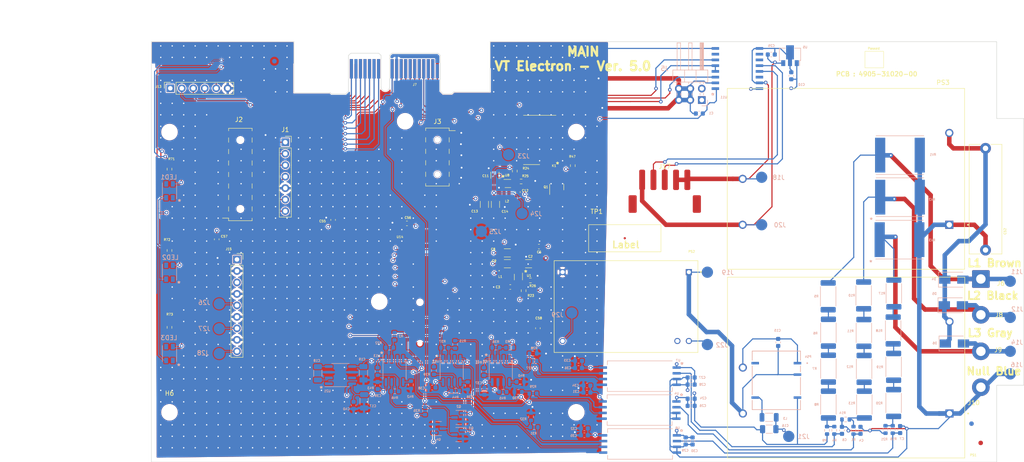
<source format=kicad_pcb>
(kicad_pcb (version 20240108) (generator "pcbnew") (generator_version "8.0")
  (layers (0 "F.Cu" signal) (1 "In1.Cu" signal) (2 "In2.Cu" signal) (31 "B.Cu" signal) (34 "B.Paste" user) (35 "F.Paste" user) (36 "B.SilkS" user "B.Silkscreen") (37 "F.SilkS" user "F.Silkscreen") (38 "B.Mask" user) (39 "F.Mask" user) (44 "Edge.Cuts" user))
  (net 0 "")
  (net 1 "GND")
  (net 2 "/SDAT7")
  (net 3 "+3V3")
  (net 4 "/uDTR")
  (net 5 "/uDCD")
  (net 6 "/uPWRKEY")
  (net 7 "/Alim")
  (net 8 "/uStatus")
  (net 9 "/RxD")
  (net 10 "/TxD")
  (net 11 "/SYN")
  (net 12 "/SCL")
  (net 13 "/SDAT2")
  (net 14 "/SCS")
  (net 15 "/SDAT3")
  (net 16 "/SDAT4")
  (net 17 "/SDAT5")
  (net 18 "/SDAT6")
  (net 19 "/UCC")
  (net 20 "/UR")
  (net 21 "/US")
  (net 22 "/UT")
  (net 23 "/UR+")
  (net 24 "/US+")
  (net 25 "Net-(R5-Pad2)")
  (net 26 "Net-(R6-Pad2)")
  (net 27 "Net-(R7-Pad2)")
  (net 28 "Net-(R10-Pad2)")
  (net 29 "Net-(R11-Pad2)")
  (net 30 "Net-(R12-Pad2)")
  (net 31 "Net-(R17-Pad2)")
  (net 32 "Net-(R18-Pad2)")
  (net 33 "Net-(R19-Pad2)")
  (net 34 "Net-(C12-Pad1)")
  (net 35 "/RS485_RxD")
  (net 36 "/IRQ2")
  (net 37 "/READY")
  (net 38 "/SCLK")
  (net 39 "/MISO")
  (net 40 "/MOSI")
  (net 41 "/SS")
  (net 42 "/RS485_TxD")
  (net 43 "/RS485_DE")
  (net 44 "/BT_RxD")
  (net 45 "/BT_TxD")
  (net 46 "/LED3")
  (net 47 "/LED2")
  (net 48 "/LED1")
  (net 49 "Net-(C3-Pad1)")
  (net 50 "Net-(C3-Pad2)")
  (net 51 "/UT+")
  (net 52 "/ADE_Reset")
  (net 53 "/Enable")
  (net 54 "/BT_RTS")
  (net 55 "/BT_CTS")
  (net 56 "GNDS")
  (net 57 "/InfoV")
  (net 58 "/+5V")
  (net 59 "/US_Iso")
  (net 60 "/UR_Iso")
  (net 61 "/UT_Iso")
  (net 62 "Net-(R23-Pad1)")
  (net 63 "/VGSM")
  (net 64 "Net-(R1-Pad1)")
  (net 65 "Net-(R4-Pad1)")
  (net 66 "Net-(R16-Pad1)")
  (net 67 "/+3V67")
  (net 68 "Net-(C12-Pad2)")
  (net 69 "Net-(R24-Pad1)")
  (net 72 "/L1")
  (net 73 "/L2")
  (net 74 "/L3")
  (net 75 "Net-(C10-Pad1)")
  (net 76 "/U12V_Iso")
  (net 77 "GND1")
  (net 78 "/U5V_Iso")
  (net 79 "/IRQ1")
  (net 80 "/iUR-")
  (net 81 "/iUR+")
  (net 82 "/iUS+")
  (net 83 "/iUS-")
  (net 84 "/iUT+")
  (net 85 "/iUT-")
  (net 86 "Earth")
  (net 88 "/Vopto")
  (net 89 "/+3V3_UC")
  (net 90 "Net-(LED1-Pad4)")
  (net 91 "Net-(LED2-Pad4)")
  (net 92 "Net-(LED3-Pad4)")
  (net 93 "Net-(R38-Pad1)")
  (net 94 "Net-(R39-Pad1)")
  (net 95 "Net-(R40-Pad1)")
  (net 96 "Net-(R41-Pad1)")
  (net 97 "Net-(R42-Pad1)")
  (net 98 "/-3V3")
  (net 99 "Net-(R27-Pad2)")
  (net 100 "Net-(R29-Pad2)")
  (net 101 "Net-(R31-Pad2)")
  (net 102 "Net-(K1-Pad1)")
  (net 103 "Net-(K1-Pad8)")
  (net 105 "Net-(R43-Pad1)")
  (net 106 "/C+")
  (net 107 "/C-")
  (net 112 "Net-(R2-Pad1)")
  (net 115 "Net-(R3-Pad1)")
  (net 118 "Net-(R15-Pad1)")
  (net 119 "Net-(J1-Pad1)")
  (net 120 "Net-(J1-Pad2)")
  (net 121 "Net-(J1-Pad3)")
  (net 122 "Net-(J1-Pad4)")
  (net 123 "Net-(J1-Pad6)")
  (net 124 "/B-")
  (net 125 "/A+")
  (net 130 "Net-(L3-Pad1)")
  (net 133 "Net-(J1-Pad7)")
  (footprint "Capacitor_SMD:C_0603_1608Metric" (layer "F.Cu") (at 56.525 24.2 180)
    (property "Reference" "C56")
    (property "Value" "100n" (hide yes))
  )
  (footprint "Capacitor_SMD:C_1206_3216Metric" (layer "F.Cu") (at 83.4408 33.1216 180)
    (property "Reference" "C2")
    (property "Value" "10uF/16V" (hide yes))
  )
  (footprint "MountingHole:MountingHole_3.2mm_M3" (layer "F.Cu") (at -33.25 10.66)
    (property "Reference" "H1" (hide yes))
    (property "Value" "MountingHole" (hide yes))
  )
  (footprint "Capacitor_SMD:C_0603_1608Metric" (layer "F.Cu") (at 85.5 47.4 90)
    (property "Reference" "C58")
    (property "Value" "100n")
  )
  (footprint "Connector_PinSocket_2.54mm:PinSocket_2x08_P2.54mm_Vertical_SMD_MOD" (layer "F.Cu") (at 19.675 13.385 180)
    (property "Reference" "J2")
    (property "Value" "Conn_02x08_Counter_Clockwise" (hide yes))
  )
  (footprint "Capacitor_SMD:C_1206_3216Metric" (layer "F.Cu") (at 73.66445 20 -90)
    (property "Reference" "C13")
    (property "Value" "22uF/6,3V" (hide yes))
  )
  (footprint "Resistor_SMD:R_0603_1608Metric" (layer "F.Cu") (at 93.218 11.43 -90)
    (property "Reference" "R47")
    (property "Value" "47")
  )
  (footprint "Capacitor_SMD:C_1206_3216Metric" (layer "F.Cu") (at 78.7408 33.1216)
    (property "Reference" "C9")
    (property "Value" "22uF/6,3V" (hide yes))
  )
  (footprint "Connector_PinSocket_2.54mm:PinSocket_2x05_P2.54mm_Vertical_SMD" (layer "F.Cu") (at 63.275 9.525)
    (property "Reference" "J3")
    (property "Value" "Conn_02x05_Counter_Clockwise")
  )
  (footprint "Inductanta744:744383130033" (layer "F.Cu") (at 78.55 17.725)
    (property "Reference" "L2")
    (property "Value" "744383130033" (hide yes))
  )
  (footprint "Capacitor_SMD:C_0603_1608Metric" (layer "F.Cu") (at 40.2 23.425 90)
    (property "Reference" "C55")
    (property "Value" "100n")
  )
  (footprint "Capacitor_SMD:C_1206_3216Metric" (layer "F.Cu") (at 78.7408 30.7216)
    (property "Reference" "C8")
    (property "Value" "22uF/6,3V" (hide yes))
  )
  (footprint "MountingHole:MountingHole_3.2mm_M3" (layer "F.Cu") (at 56.125 1.61)
    (property "Reference" "H9" (hide yes))
    (property "Value" "MountingHole" (hide yes))
  )
  (footprint "Relay_SMD:Relay_Fujitsu_FTR-B4GA003" (layer "F.Cu") (at 85.9028 5.7404 180)
    (property "Reference" "K1")
    (property "Value" "FTR-B4GA003Z-B05")
  )
  (footprint "Inductanta744:744383130033" (layer "F.Cu") (at 78.7408 35.7216 -90)
    (property "Reference" "L1")
    (property "Value" "744383130033" (hide yes))
  )
  (footprint "MountingHole:MountingHole_3.2mm_M3" (layer "F.Cu") (at -16.8 19)
    (property "Reference" "H4" (hide yes))
    (property "Value" "MountingHole" (hide yes))
  )
  (footprint "MountingHole:MountingHole_3.2mm_M3" (layer "F.Cu") (at 4 66)
    (property "Reference" "H6")
    (property "Value" "MountingHole")
  )
  (footprint "Capacitor_THT:C_Rect_L24.0mm_W7.0mm_P22.50mm_MKT" (layer "F.Cu") (at 184.531 7.5968 -90)
    (property "Reference" "C52")
    (property "Value" "F862DI224K310ZLH0J")
  )
  (footprint "Connector_JST:A2501-SR05-XH5AWB" (layer "F.Cu") (at 113.5634 17.4192)
    (property "Reference" "J17")
    (property "Value" "A2501-SR05-XH5AWB")
  )
  (footprint "Fiducial:Fiducial_1mm_Mask2mm" (layer "F.Cu") (at 183.4642 72.771)
    (property "Reference" "FID3" (hide yes))
    (property "Value" "Fiducial" (hide yes))
  )
  (footprint "Fiducial:Fiducial_1mm_Mask2mm" (layer "F.Cu") (at 28.1178 -6.7564)
    (property "Reference" "FID4" (hide yes))
    (property "Value" "Fiducial" (hide yes))
  )
  (footprint "Resistor_SMD:R_0603_1608Metric" (layer "F.Cu") (at 80.38945 12.625 90)
    (property "Reference" "R24")
    (property "Value" "4k7")
  )
  (footprint "Package_TO_SOT_SMD:SOT-563" (layer "F.Cu") (at 81.1908 36.0716 -90)
    (property "Reference" "U1")
    (property "Value" "AP62250Z6" (hide yes))
  )
  (footprint "Connector_PCBEdge:BUS_PCIexpress_x1" (layer "F.Cu") (at 63.25 -10 180)
    (property "Reference" "J7")
    (property "Value" "Bus_PCI_Express_x1_MOD")
    (fp_line (start 19.65 2.95) (end 19.15 3.45) (stroke (width 0.1)) (layer "Edge.Cuts"))
    (fp_line (start 19.65 -4.95) (end 19.65 2.95) (stroke (width 0.1)) (layer "Edge.Cuts"))
    (fp_line (start 12.95 3.45) (end 19.15 3.45) (stroke (width 0.1)) (layer "Edge.Cuts"))
    (fp_line (start 12.45 2.95) (end 12.95 3.45) (stroke (width 0.1)) (layer "Edge.Cuts"))
    (fp_line (start 12.45 -4) (end 12.45 2.95) (stroke (width 0.1)) (layer "Edge.Cuts"))
    (fp_line (start 10.55 2.95) (end 10.05 3.45) (stroke (width 0.1)) (layer "Edge.Cuts"))
    (fp_line (start 10.55 -4) (end 10.55 2.95) (stroke (width 0.1)) (layer "Edge.Cuts"))
    (fp_line (start -0.15 3.45) (end 10.05 3.45) (stroke (width 0.1)) (layer "Edge.Cuts"))
    (fp_line (start -0.65 2.95) (end -0.15 3.45) (stroke (width 0.1)) (layer "Edge.Cuts"))
    (fp_line (start -0.65 -4.95) (end -0.65 2.95) (stroke (width 0.1)) (layer "Edge.Cuts"))
    (fp_arc (start 10.55 -4) (mid 11.5 -4.95) (end 12.45 -4) (stroke (width 0.1)) (layer "Edge.Cuts"))
  )
  (footprint "Capacitor_SMD:C_0603_1608Metric" (layer "F.Cu") (at 14.45 27.725 -90)
    (property "Reference" "C57")
    (property "Value" "100n")
  )
  (footprint "Resistor_SMD:R_0603_1608Metric" (layer "F.Cu") (at 4 12.2 90)
    (property "Reference" "R71")
    (property "Value" "220")
  )
  (footprint "Capacitor_SMD:C_1206_3216Metric" (layer "F.Cu") (at 76.11445 20 -90)
    (property "Reference" "C14")
    (property "Value" "22uF/6,3V" (hide yes))
  )
  (footprint "Connector_Wire:DELTA_R_SolderWire-1.5sqmm_1x01_D1.7mm_OD3.9mm" (layer "F.Cu") (at 183.5 44.5)
    (property "Reference" "J8")
    (property "Value" "Conn_01x01_Female" (hide yes))
  )
  (footprint "Resistor_SMD:R_0603_1608Metric" (layer "F.Cu") (at 4 30.2 90)
    (property "Reference" "R72")
    (property "Value" "220")
  )
  (footprint "Resistor_SMD:R_0603_1608Metric" (layer "F.Cu") (at 82.3408 39.0966 -90)
    (property "Reference" "R23")
    (property "Value" "4k7")
  )
  (footprint "Package_TO_SOT_SMD:SOT-563" (layer "F.Cu") (at 78.86445 15.375)
    (property "Reference" "U8")
    (property "Value" "AP62250Z6" (hide yes))
  )
  (footprint "Capacitor_SMD:C_0603_1608Metric" (layer "F.Cu") (at 79.3908 38.2716)
    (property "Reference" "C3")
    (property "Value" "100n" (hide yes))
  )
  (footprint "THM 10-0511:CONV_THM_10-0511" (layer "F.Cu") (at 105 42.6 180)
    (property "Reference" "PS2")
    (property "Value" "THM_10-0511")
  )
  (footprint "Connector_PinSocket_2.54mm:PinSocket_1x06_P2.54mm_Vertical" (layer "F.Cu") (at 4.175 -5.6896 90)
    (property "Reference" "J13")
    (property "Value" "Conn_01x06_Female" (hide yes))
  )
  (footprint "RAC15:CONV_RAC15-12SK_480" (layer "F.Cu") (at 153.6875 56.1 180)
    (property "Reference" "PS1")
    (property "Value" "RAC15-05SK/480")
  )
  (footprint "MountingHole:MountingHole_3.2mm_M3" (layer "F.Cu") (at 94 4)
    (property "Reference" "H3" (hide yes))
    (property "Value" "MountingHole")
  )
  (footprint "Resistor_SMD:R_0603_1608Metric" (layer "F.Cu") (at 81.78945 14.925 180)
    (property "Reference" "R25")
    (property "Value" "1k3")
  )
  (footprint "RAC15:CONV_RAC15-12SK_480" (layer "F.Cu") (at 153.645 14.35 180)
    (property "Reference" "PS3")
    (property "Value" "RAC15-05SK/480" (hide yes))
  )
  (footprint "Capacitor_SMD:C_0603_1608Metric" (layer "F.Cu") (at 81.06445 17.275 90)
    (property "Reference" "C12")
    (property "Value" "100n")
  )
  (footprint "Connector_Wire:DELTA_R_SolderWire-1.5sqmm_1x01_D1.7mm_OD3.9mm" (layer "F.Cu") (at 183.5 52.5)
    (property "Reference" "J9")
    (property "Value" "Conn_01x01_Female" (hide yes))
  )
  (footprint "Package_TO_SOT_SMD:SOT-23" (layer "F.Cu") (at 89.67 16.15 90)
    (property "Reference" "Q1")
    (property "Value" "DTC143T" (hide yes))
  )
  (footprint "Connector_Wire:DELTA_SolderWire-1.5sqmm_1x01_D1.7mm_OD3.9mm" (layer "F.Cu") (at 183.5 36.5)
    (property "Reference" "J6")
    (property "Value" "Conn_01x01_Female" (hide yes))
  )
  (footprint "Capacitor_SMD:C_0603_1608Metric" (layer "F.Cu") (at 85.72625 29.3366 180)
    (property "Reference" "C5")
    (property "Value" "100n")
  )
  (footprint "MountingHole:MountingHole_3.2mm_M3" (layer "F.Cu") (at -22.5937 28.3981)
    (property "Reference" "H5" (hide yes))
    (property "Value" "MountingHole" (hide yes))
  )
  (footprint "MountingHole:MountingHole_3.2mm_M3" (layer "F.Cu") (at 184 4)
    (property "Reference" "H2" (hide yes))
    (property "Value" "MountingHole")
  )
  (footprint "Resistor_SMD:R_0603_1608Metric" (layer "F.Cu") (at 83.8408 36.8216 180)
    (property "Reference" "R26")
    (property "Value" "1k5" (hide yes))
  )
  (footprint "MountingHole:MountingHole_3.2mm_M3" (layer "F.Cu") (at 50.4114 41.5036)
    (property "Reference" "H11" (hide yes))
    (property "Value" "MountingHole" (hide yes))
  )
  (footprint "Resistor_SMD:R_0603_1608Metric" (layer "F.Cu") (at 4 47.2 90)
    (property "Reference" "R73")
    (property "Value" "220")
  )
  (footprint "Connector_Wire:DELTA_R_SolderWire-1.5sqmm_1x01_D1.7mm_OD3.9mm" (layer "F.Cu") (at 183.5 60.5)
    (property "Reference" "J10")
    (property "Value" "Conn_01x01_Female" (hide yes))
  )
  (footprint "Symbol:Eticheta" (layer "F.Cu") (at 104.7242 27.4828)
    (property "Reference" "TP1")
    (property "Value" "Eticheta" (hide yes))
  )
  (footprint "Connector_PinSocket_2.54mm:PinSocket_1x09_P2.54mm_Vertical" (layer "F.Cu") (at 18.925 32.18)
    (property "Reference" "J15")
    (property "Value" "DS1002-03-1*36131(9)")
  )
  (footprint "PCI_SMD_MOD:10061913-100CLF" (layer "F.Cu") (at 59.4 41.65 -90)
    (property "Reference" "U14")
    (property "Value" "10061913-100CLF")
  )
  (footprint "Connector_PinSocket_2.54mm:PinSocket_1x07_P2.54mm_Vertical" (layer "F.Cu") (at 29.616 6.243)
    (property "Reference" "J1")
    (property "Value" "Conn_01x07_Female")
  )
  (footprint "Capacitor_SMD:C_1206_3216Metric" (layer "F.Cu") (at 75.98945 13.55 90)
    (property "Reference" "C11")
    (property "Value" "10uF/16V")
  )
  (footprint "Resistor_SMD:R_0603_1608Metric" (layer "B.Cu") (at 151.07 69.9825 -90)
    (property "Reference" "R4")
    (property "Value" "10")
  )
  (footprint "MOVS4032V510:MOVS4032V460" (layer "B.Cu") (at 165.5 27.8)
    (property "Reference" "RV3")
    (property "Value" "MOVS4032V510" (hide yes))
  )
  (footprint "Resistor_SMD:R_0603_1608Metric" (layer "B.Cu") (at 77.7525 61.4625)
    (property "Reference" "R45")
    (property "Value" "15k")
  )
  (footprint "Inductor_SMD:L_1206_3216Metric" (layer "B.Cu") (at 136.652 67.1068)
    (property "Reference" "L3")
    (property "Value" "CBC3225T220MR")
  )
  (footprint "Resistor_SMD:R_2512_6332Metric" (layer "B.Cu") (at 149.72 40.3325 -90)
    (property "Reference" "R5")
    (property "Value" "249k")
  )
  (footprint "Resistor_SMD:R_2512_6332Metric" (layer "B.Cu") (at 164.2 63.9375 -90)
    (property "Reference" "R20")
    (property "Value" "249k")
  )
  (footprint "Capacitor_SMD:C_0603_1608Metric" (layer "B.Cu") (at 121.2088 -0.1016 180)
    (property "Reference" "C1")
    (property "Value" "100n")
  )
  (footprint "Resistor_SMD:R_0603_1608Metric" (layer "B.Cu") (at 83.9775 66.9625 -90)
    (property "Reference" "R32")
    (property "Value" "3k")
  )
  (footprint "Resistor_SMD:R_2512_6332Metric" (layer "B.Cu") (at 157.72 64.2825 -90)
    (property "Reference" "R13")
    (property "Value" "249k")
  )
  (footprint "Resistor_SMD:R_0603_1608Metric" (layer "B.Cu") (at 69.9825 60.1225 -90)
    (property "Reference" "R38")
    (property "Value" "3k")
  )
  (footprint "Capacitor_SMD:C_0603_1608Metric" (layer "B.Cu") (at 119.7102 72.3392 -90)
    (property "Reference" "C30")
    (property "Value" "1uF" (hide yes))
  )
  (footprint "Capacitor_SMD:C_0603_1608Metric" (layer "B.Cu") (at 119.4054 64.5668)
    (property "Reference" "C26")
    (property "Value" "1uF" (hide yes))
  )
  (footprint "Capacitor_SMD:C_1206_3216Metric" (layer "B.Cu") (at 36.8125 57.3725 90)
    (property "Reference" "C18")
    (property "Value" "10u")
  )
  (footprint "Package_SO:SO-8_3.9x4.9mm_P1.27mm" (layer "B.Cu") (at 77.286054 56.7225 -90)
    (property "Reference" "U3")
    (property "Value" "LM358")
  )
  (footprint "Capacitor_SMD:C_1206_3216Metric" (layer "B.Cu") (at 46.9125 57.3625 90)
    (property "Reference" "C19")
    (property "Value" "10u")
  )
  (footprint "TestPoint:TestPoint_Pad_2.5x2.5mm_Delta" (layer "B.Cu") (at 123 51 180)
    (property "Reference" "J22")
    (property "Value" "Conn_01x01_Female" (hide yes))
  )
  (footprint "Connector_PinHeader_2.54mm:PinHeader_2x03_P2.54mm_Horizontal" (layer "B.Cu") (at 121.76 -3.085 90)
    (property "Reference" "J5")
    (property "Value" "DS1022-2*10RF11x3")
  )
  (footprint "Capacitor_SMD:C_0603_1608Metric" (layer "B.Cu") (at 156.87 69.9825 90)
    (property "Reference" "C4")
    (property "Value" "1n")
  )
  (footprint "Resistor_SMD:R_2512_6332Metric" (layer "B.Cu") (at 149.77 56.3325 -90)
    (property "Reference" "R7")
    (property "Value" "249k")
  )
  (footprint "TestPoint:TestPoint_Pad_2.5x2.5mm_Delta" (layer "B.Cu") (at 190 57.5 180)
    (property "Reference" "J16")
    (property "Value" "Conn_01x01_Female" (hide yes))
  )
  (footprint "LedSMD_Cree:CLM2D-GPC-CB0E0793" (layer "B.Cu") (at 4 17 90)
    (property "Reference" "LED1")
    (property "Value" "CLM2D-GPC-CB0E0793" (hide yes))
  )
  (footprint "Resistor_SMD:R_0603_1608Metric" (layer "B.Cu") (at 64.8525 51.7125)
    (property "Reference" "R37")
    (property "Value" "3k")
  )
  (footprint "TestPoint:TestPoint_Pad_2.5x2.5mm_Delta" (layer "B.Cu") (at 73 26 180)
    (property "Reference" "J25")
    (property "Value" "Conn_01x01_Female" (hide yes))
  )
  (footprint "Fiducial:Fiducial_1mm_Mask2mm" (layer "B.Cu") (at 27.2034 -11.684 180)
    (property "Reference" "FID1" (hide yes))
    (property "Value" "Fiducial" (hide yes))
  )
  (footprint "Capacitor_SMD:C_0603_1608Metric" (layer "B.Cu") (at 73.66 61.341 -90)
    (property "Reference" "C37")
    (property "Value" "100n" (hide yes))
  )
  (footprint "MOVS4032V510:MOVS4032V460" (layer "B.Cu") (at 165.6 9.1)
    (property "Reference" "RV1")
    (property "Value" "MOVS4032V510" (hide yes))
  )
  (footprint "TestPoint:TestPoint_Pad_2.5x2.5mm_Delta" (layer "B.Cu") (at 190 37 180)
    (property "Reference" "J11")
    (property "Value" "Conn_01x01_Female" (hide yes))
  )
  (footprint "TestPoint:TestPoint_Pad_2.5x2.5mm_Delta" (layer "B.Cu") (at 123 35 180)
    (property "Reference" "J19")
    (property "Value" "Conn_01x01_Female" (hide yes))
  )
  (footprint "Capacitor_SMD:C_0603_1608Metric" (layer "B.Cu") (at 96.3422 61.6204 180)
    (property "Reference" "C31")
    (property "Value" "100n" (hide yes))
  )
  (footprint "Package_TO_SOT_SMD:SOT-23" (layer "B.Cu") (at 67.9704 70.9168 180)
    (property "Reference" "Q3")
    (property "Value" "DTC143E" (hide yes))
  )
  (footprint "Resistor_SMD:R_0603_1608Metric" (layer "B.Cu") (at 84.4225 54.6325)
    (property "Reference" "R27")
    (property "Value" "3k")
  )
  (footprint "Resistor_SMD:R_2512_6332Metric" (layer "B.Cu") (at 149.77 48.3825 -90)
    (property "Reference" "R6")
    (property "Value" "249k")
  )
  (footprint "Resistor_SMD:R_0603_1608Metric" (layer "B.Cu") (at 57.4025 59.9125 -90)
    (property "Reference" "R42")
    (property "Value" "3k")
  )
  (footprint "TestPoint:TestPoint_Pad_2.5x2.5mm_Delta" (layer "B.Cu") (at 15 42 180)
    (property "Reference" "J26")
    (property "Value" "Conn_01x01_Female" (hide yes))
  )
  (footprint "Resistor_SMD:R_0603_1608Metric" (layer "B.Cu") (at 50.0325 56.9525 90)
    (property "Reference" "R43")
    (property "Value" "3k")
  )
  (footprint "AMC1400:AMC1400QDWLRQ1" (layer "B.Cu") (at 108 65.5 180)
    (property "Reference" "U4")
    (property "Value" "AMC1400QDWLRQ1" (hide yes))
  )
  (footprint "TestPoint:TestPoint_Pad_2.5x2.5mm_Delta" (layer "B.Cu") (at 79 9 180)
    (property "Reference" "J23")
    (property "Value" "Conn_01x01_Female" (hide yes))
  )
  (footprint "TestPoint:TestPoint_Pad_2.5x2.5mm_Delta" (layer "B.Cu") (at 15 47.5 180)
    (property "Reference" "J27")
    (property "Value" "Conn_01x01_Female" (hide yes))
  )
  (footprint "TestPoint:TestPoint_Pad_2.5x2.5mm_Delta" (layer "B.Cu") (at 140.9954 71.3232 180)
    (property "Reference" "J21")
    (property "Value" "Conn_01x01_Female" (hide yes))
  )
  (footprint "Resistor_SMD:R_0603_1608Metric" (layer "B.Cu") (at 81.1275 61.4875)
    (property "Reference" "R30")
    (property "Value" "3k")
  )
  (footprint "TestPoint:TestPoint_Pad_2.5x2.5mm_Delta" (layer "B.Cu") (at 135 24.5 180)
    (property "Reference" "J20")
    (property "Value" "Conn_01x01_Female" (hide yes))
  )
  (footprint "Capacitor_SMD:C_0603_1608Metric" (layer "B.Cu") (at 44.7294 64.4528 -90)
    (property "Reference" "C40")
    (property "Value" "100n" (hide yes))
  )
  (footprint "Capacitor_SMD:C_0603_1608Metric" (layer "B.Cu") (at 119.4054 62.992)
    (property "Reference" "C24")
    (property "Value" "100n" (hide yes))
  )
  (footprint "Package_TO_SOT_SMD:SOT-23" (layer "B.Cu") (at 67.9958 67.1322 180)
    (property "Reference" "Q2")
    (property "Value" "DTC143E" (hide yes))
  )
  (footprint "Resistor_SMD:R_0603_1608Metric" (layer "B.Cu") (at 84.6725 69.2825)
    (property "Reference" "R31")
    (property "Value" "3k")
  )
  (footprint "Capacitor_SMD:C_0603_1608Metric" (layer "B.Cu") (at 95.7834 69.5452 180)
    (property "Reference" "C32")
    (property "Value" "100n" (hide yes))
  )
  (footprint "Package_TO_SOT_SMD:SOT-23" (layer "B.Cu") (at 63.5254 69.596)
    (property "Reference" "Q4")
    (property "Value" "DTC143E" (hide yes))
  )
  (footprint "LedSMD_Cree:CLM2D-GPC-CB0E0793" (layer "B.Cu") (at 4 35 90)
    (property "Reference" "LED2")
    (property "Value" "CLM2D-GPC-CB0E0793" (hide yes))
  )
  (footprint "Capacitor_SMD:C_0603_1608Metric" (layer "B.Cu") (at 94.4756 56.1848 180)
    (property "Reference" "C36")
    (property "Value" "1uF" (hide yes))
  )
  (footprint "AMC1400:AMC1400QDWLRQ1" (layer "B.Cu") (at 108.1 73 180)
    (property "Reference" "U6")
    (property "Value" "AMC1400QDWLRQ1" (hide yes))
  )
  (footprint "TestPoint:TestPoint_Pad_2.5x2.5mm_Delta" (layer "B.Cu") (at 93 44 180)
    (property "Reference" "J29")
    (property "Value" "Conn_01x01_Female" (hide yes))
  )
  (footprint "Capacitor_SMD:C_1206_3216Metric" (layer "B.Cu") (at 47.0525 63.5625 90)
    (property "Reference" "C17")
    (property "Value" "10u")
  )
  (footprint "Resistor_SMD:R_2512_6332Metric" (layer "B.Cu") (at 157.67 56.3825 -90)
    (property "Reference" "R12")
    (property "Value" "249k")
  )
  (footprint "Resistor_SMD:R_0603_1608Metric" (layer "B.Cu") (at 79.2575 51.6925)
    (property "Reference" "R3")
    (property "Value" "3k")
  )
  (footprint "Capacitor_SMD:C_0603_1608Metric" (layer "B.Cu") (at 165.64 69.8075 90)
    (property "Reference" "C7")
    (property "Value" "1n")
  )
  (footprint "MOVS4032V510:MOVS4032V460" (layer "B.Cu") (at 165.6 18.4)
    (property "Reference" "RV2")
    (property "Value" "MOVS4032V510" (hide yes))
  )
  (footprint "Resistor_SMD:R_0603_1608Metric" (layer "B.Cu") (at 153.595 67.5825 180)
    (property "Reference" "R14")
    (property "Value" "150")
  )
  (footprint "Capacitor_SMD:C_0603_1608Metric" (layer "B.Cu") (at 137.1346 -13.1572)
    (property "Reference" "C25")
    (property "Value" "100n")
  )
  (footprint "Diode_SMD:D_SMA" (layer "B.Cu") (at 177.6476 50.7746)
    (property "Reference" "D6")
    (property "Value" "BYG21M-E3/TR")
  )
  (footprint "ISO1410:DW0016B_HV" (layer "B.Cu") (at 129.64 -10.06)
    (property "Reference" "U11")
    (property "Value" "ISO1410BDWR")
  )
  (footprint "Capacitor_SMD:C_0603_1608Metric" (layer "B.Cu") (at 119.4054 58.293 180)
    (property "Reference" "C27")
    (property "Value" "100n" (hide yes))
  )
  (footprint "Resistor_SMD:R_2512_6332Metric" (layer "B.Cu") (at 157.62 48.4325 -90)
    (property "Reference" "R11")
    (property "Value" "249k")
  )
  (footprint "AMC1400:AMC1400QDWLRQ1" (layer "B.Cu") (at 108.05 58 180)
    (property "Reference" "U7")
    (property "Value" "AMC1400QDWLRQ1" (hide yes))
  )
  (footprint "Fiducial:Fiducial_1mm_Mask2mm" (layer "B.Cu") (at 181.4322 68.5038 180)
    (property "Reference" "FID2" (hide yes))
    (property "Value" "Fiducial" (hide yes))
  )
  (footprint "Diode_SMD:D_SMA" (layer "B.Cu") (at 177.419 42.3164)
    (property "Reference" "D5")
    (property "Value" "BYG21M-E3/TR")
  )
  (footprint "Resistor_SMD:R_2512_6332Metric" (layer "B.Cu") (at 164.2 55.9375 -90)
    (property "Reference" "R19")
    (property "Value" "249k")
  )
  (footprint "Capacitor_SMD:C_0603_1608Metric" (layer "B.Cu") (at 62.0776 60.5282 180)
    (property "Reference" "C38")
    (property "Value" "100n" (hide yes))
  )
  (footprint "TestPoint:TestPoint_Pad_2.5x2.5mm_Delta" (layer "B.Cu") (at 190 45 180)
    (property "Reference" "J12")
    (property "Value" "Conn_01x01_Female" (hide yes))
  )
  (footprint "Capacitor_SMD:C_0603_1608Metric" (layer "B.Cu") (at 96.3422 60.071 180)
    (property "Reference" "C34")
    (property "Value" "1uF" (hide yes))
  )
  (footprint "Resistor_SMD:R_0603_1608Metric" (layer "B.Cu") (at 53.8525 61.3525)
    (property "Reference" "R46")
    (property "Value" " 15k")
  )
  (footprint "Resistor_SMD:R_0603_1608Metric" (layer "B.Cu") (at 60.5275 65.6875 -90)
    (property "Reference" "R35")
    (property "Value" "1k")
  )
  (footprint "Diode_SMD:D_SMA" (layer "B.Cu") (at 177.5206 36.6522)
    (property "Reference" "D4")
    (property "Value" "BYG21M-E3/TR")
  )
  (footprint "Resistor_SMD:R_2512_6332Metric" (layer "B.Cu") (at 149.77 64.2825 -90)
    (property "Reference" "R8")
    (property "Value" "249k")
  )
  (footprint "Resistor_SMD:R_0603_1608Metric" (layer "B.Cu") (at 73.5425 56.9825 90)
    (property "Reference" "R41")
    (property "Value" "3k")
  )
  (footprint "Resistor_SMD:R_0603_1608Metric" (layer "B.Cu") (at 62.4925 56.7675 90)
    (property "Reference" "R39")
    (property "Value" "3k")
  )
  (footprint "Resistor_SMD:R_0603_1608Metric" (layer "B.Cu") (at 76.1925 51.6725)
    (property "Reference" "R36")
    (property "Value" "3k")
  )
  (footprint "Resistor_SMD:R_0603_1608Metric" (layer "B.Cu") (at 84.4275 52.9875 180)
    (property "Reference" "R28")
    (property "Value" "3k")
  )
  (footprint "Resistor_SMD:R_2512_6332Metric" (layer "B.Cu") (at 157.57 40.1325 -90)
    (property "Reference" "R10")
    (property "Value" "249k")
  )
  (footprint "Capacitor_SMD:C_0603_1608Metric" (layer "B.Cu") (at 138.6586 50.5336 90)
    (property "Reference" "C15")
    (property "Value" "100n")
  )
  (footprint "Capacitor_SMD:C_0603_1608Metric" (layer "B.Cu") (at 94.488 54.61 180)
    (property "Reference" "C33")
    (property "Value" "100n" (hide yes))
  )
  (footprint "Package_SO:SO-8_3.9x4.9mm_P1.27mm" (layer "B.Cu") (at 41.8125 57.7625)
    (property "Reference" "U21")
    (property "Value" "LM2662MX")
  )
  (footprint "Resistor_SMD:R_0603_1608Metric" (layer "B.Cu") (at 149.47 69.9825 -90)
    (property "Reference" "R9")
    (property "Value" "150")
  )
  (footprint "Capacitor_SMD:C_0603_1608Metric" (layer "B.Cu") (at 141.5542 -8.4582 90)
    (property "Reference" "C10")
    (property "Value" "100n")
  )
  (footprint "Capacitor_SMD:C_0603_1608Metric" (layer "B.Cu") (at 118.1862 72.3392 -90)
    (property "Reference" "C29")
    (property "Value" "100n" (hide yes))
  )
  (footprint "Resistor_SMD:R_0603_1608Metric" (layer "B.Cu") (at 162.4 69.7875 -90)
    (property "Reference" "R21")
    (property "Value" "150")
  )
  (footprint "TestPoint:TestPoint_Pad_2.5x2.5mm_Delta" (layer "B.Cu") (at 190 52.5 180)
    (property "Reference" "J14")
    (property "Value" "Conn_01x01_Female" (hide yes))
  )
  (footprint "Capacitor_SMD:C_0603_1608Metric" (layer "B.Cu") (at 119.4054 59.8678 180)
    (property "Reference" "C28")
    (property "Value" "1uF" (hide yes))
  )
  (footprint "Package_SO:SO-8_3.9x4.9mm_P1.27mm" (layer "B.Cu") (at 66.426054 56.7225 -90)
    (property "Reference" "U12")
    (property "Value" "LM358")
  )
  (footprint "Resistor_SMD:R_0603_1608Metric" (layer "B.Cu") (at 52.6825 51.6925)
    (property "Reference" "R22")
    (property "Value" "3k")
  )
  (footprint "Resistor_SMD:R_0603_1608Metric" (layer "B.Cu") (at 155.32 69.9825 -90)
    (property "Reference" "R1")
    (property "Value" "10")
  )
  (footprint "Resistor_SMD:R_0603_1608Metric" (layer "B.Cu") (at 81.6225 59.2425)
    (property "Reference" "R40")
    (property "Value" "3k")
  )
  (footprint "Capacitor_SMD:C_1206_3216Metric" (layer "B.Cu") (at 136.6774 69.723 180)
    (property "Reference" "C16")
    (property "Value" "10uF/16V")
  )
  (footprint "Package_SO:SO-8_3.9x4.9mm_P1.27mm" (layer "B.Cu") (at 53.786054 56.7225 -90)
    (property "Reference" "U13")
    (property "Value" "LM358")
  )
  (footprint "Resistor_SMD:R_2512_6332Metric" (layer "B.Cu") (at 164.25 39.6875 -90)
    (property "Reference" "R17")
    (property "Value" "249k")
  )
  (footprint "LedSMD_Cree:CLM2D-GPC-CB0E0793" (layer "B.Cu") (at 4 53 90)
    (property "Reference" "LED3")
    (property "Value" "CLM2D-GPC-CB0E0793" (hide yes))
  )
  (footprint "NXE2S0505MC-R7:NXE2_SINGLE_SURFACE_MUR" (layer "B.Cu") (at 138.2522 58.928 180)
    (property "Reference" "PS4")
    (property "Value" "NXE2S0505MC-R7")
  )
  (footprint "TestPoint:TestPoint_Pad_2.5x2.5mm_Delta" (layer "B.Cu") (at 135 14 180)
    (property "Reference" "J18")
    (property "Value" "Conn_01x01_Female" (hide yes))
  )
  (footprint "Capacitor_SMD:C_0603_1608Metric" (layer "B.Cu") (at 50.038 60.058 90)
    (property "Reference" "C39")
    (property "Value" "100n" (hide yes))
  )
  (footprint "Resistor_SMD:R_2512_6332Metric" (layer "B.Cu") (at 164.1 47.8875 -90)
    (property "Reference" "R18")
    (property "Value" "249k")
  )
  (footprint "Resistor_SMD:R_0603_1608Metric" (layer "B.Cu") (at 164 69.7875 -90)
    (property "Reference" "R16")
    (property "Value" "10")
  )
  (footprint "Resistor_SMD:R_0603_1608Metric" (layer "B.Cu") (at 67.2625 61.2425)
    (property "Reference" "R44")
    (property "Value" "15k")
  )
  (footprint "TestPoint:TestPoint_Pad_2.5x2.5mm_Delta" (layer "B.Cu") (at 15 53 180)
    (property "Reference" "J28")
    (property "Value" "Conn_01x01_Female" (hide yes))
  )
  (footprint "Resistor_SMD:R_0603_1608Metric" (layer "B.Cu") (at 67.1925 50.9775 90)
    (property "Reference" "R15")
    (property "Value" "3k")
  )
  (footprint "Resistor_SMD:R_0603_1608Metric" (layer "B.Cu") (at 84.4225 61.8325)
    (property "Reference" "R29")
    (property "Value" "3k")
  )
  (footprint "Capacitor_SMD:C_0603_1608Metric" (layer "B.Cu") (at 95.7834 71.0692 180)
    (property "Reference" "C35")
    (property "Value" "1uF" (hide yes))
  )
  (footprint "Capacitor_SMD:C_0603_1608Metric" (layer "B.Cu") (at 152.77 69.9825 90)
    (property "Reference" "C6")
    (property "Value" "1n")
  )
  (footprint "Resistor_SMD:R_0603_1608Metric" (layer "B.Cu") (at 53.7625 49.1775 90)
    (property "Reference" "R2")
    (property "Value" "3k")
  )
  (footprint "Package_TO_SOT_SMD:SOT-89-3" (layer "B.Cu") (at 141.2748 -12.9032 90)
    (property "Reference" "U5")
    (property "Value" "L78L05ACUTR" (hide yes))
  )
  (footprint "TestPoint:TestPoint_Pad_2.5x2.5mm_Delta" (layer "B.Cu") (at 82 22 180)
    (property "Reference" "J24")
    (property "Value" "Conn_01x01_Female" (hide yes))
  )
  (gr_rect (start 157.861 -13.8684) (end 161.9758 -10.2108) (stroke (width 0.1)) (fill none) (layer "F.SilkS"))
  (gr_line (start 63.9 -5.05) (end 64.52 -4.43) (stroke (width 0.1)) (layer "Edge.Cuts"))
  (gr_line (start 39.83 -4.43) (end 39.55 -4.71) (stroke (width 0.1)) (layer "Edge.Cuts"))
  (gr_line (start 31.55 -4.71) (end 31.55 -16) (stroke (width 0.1)) (layer "Edge.Cuts"))
  (gr_line (start 64.52 -4.43) (end 66.45 -4.43) (stroke (width 0.1)) (layer "Edge.Cuts"))
  (gr_line (start 187 77) (end 0 77) (stroke (width 0.1)) (layer "Edge.Cuts"))
  (gr_line (start 0 -16) (end 31.55 -16) (stroke (width 0.1)) (layer "Edge.Cuts"))
  (gr_line (start 74.92 -4.9) (end 74.92 -16) (stroke (width 0.1)) (layer "Edge.Cuts"))
  (gr_line (start 42.98 -4.43) (end 39.83 -4.43) (stroke (width 0.1)) (layer "Edge.Cuts"))
  (gr_line (start 74.92 -16) (end 187 -16) (stroke (width 0.1)) (layer "Edge.Cuts"))
  (gr_line (start 193 1) (end 193 60) (stroke (width 0.1)) (layer "Edge.Cuts"))
  (gr_line (start 0 -16) (end 0 0) (stroke (width 0.1)) (layer "Edge.Cuts"))
  (gr_line (start 0 77) (end 0 0) (stroke (width 0.1)) (layer "Edge.Cuts"))
  (gr_line (start 187 1) (end 187 -16) (stroke (width 0.1)) (layer "Edge.Cuts"))
  (gr_line (start 187 1) (end 193 1) (stroke (width 0.1)) (layer "Edge.Cuts"))
  (gr_line (start 66.45 -4.43) (end 66.92 -4.9) (stroke (width 0.1)) (layer "Edge.Cuts"))
  (gr_line (start 31.55 -4.71) (end 39.55 -4.71) (stroke (width 0.1)) (layer "Edge.Cuts"))
  (gr_line (start 43.6 -5.05) (end 42.98 -4.43) (stroke (width 0.1)) (layer "Edge.Cuts"))
  (gr_line (start 187 60) (end 193 60) (stroke (width 0.1)) (layer "Edge.Cuts"))
  (gr_line (start 66.92 -4.9) (end 74.92 -4.9) (stroke (width 0.1)) (layer "Edge.Cuts"))
  (gr_line (start 187 60) (end 187 77) (stroke (width 0.1)) (layer "Edge.Cuts"))
  (gr_text "*" (at 74.0664 53.594 0) (layer "B.SilkS") (effects (font (size 1 1) (thickness 0.2))))
  (gr_text "*" (at 63.1444 53.848 0) (layer "B.SilkS") (effects (font (size 1 1) (thickness 0.2))))
  (gr_text "*" (at 124.1806 -4.064 0) (layer "B.SilkS") (effects (font (size 1 1) (thickness 0.2))))
  (gr_text "*" (at 117.2718 70.358 0) (layer "B.SilkS") (effects (font (size 1 1) (thickness 0.2))))
  (gr_text "*" (at 6.1976 19.431 0) (layer "B.SilkS") (effects (font (size 1 1) (thickness 0.2))))
  (gr_text "*" (at 50.9524 53.1368 0) (layer "B.SilkS") (effects (font (size 1 1) (thickness 0.2))))
  (gr_text "*" (at 37.5666 60.7822 0) (layer "B.SilkS") (effects (font (size 1 1) (thickness 0.2))))
  (gr_text "*" (at 117.3734 55.499 0) (layer "B.SilkS") (effects (font (size 1 1) (thickness 0.2))))
  (gr_text "*" (at 6.0452 55.8038 0) (layer "B.SilkS") (effects (font (size 1 1) (thickness 0.2))))
  (gr_text "*" (at 117.2718 62.4332 0) (layer "B.SilkS") (effects (font (size 1 1) (thickness 0.2))))
  (gr_text "*" (at 6.0706 37.5412 0) (layer "B.SilkS") (effects (font (size 1 1) (thickness 0.2))))
  (gr_text "L2 Black\n\n" (at 186.1058 41.5544 0) (layer "F.SilkS") (effects (font (size 1.7 1.7) (thickness 0.4))))
  (gr_text "*" (at 77.8002 14.097 0) (layer "F.SilkS") (effects (font (size 1 1) (thickness 0.2))))
  (gr_text "Label" (at 104.9528 28.9306 0) (layer "F.SilkS") (effects (font (size 1.5 1.5) (thickness 0.3))))
  (gr_text "L3 Gray\n\n" (at 185.547 49.8094 0) (layer "F.SilkS") (effects (font (size 1.7 1.7) (thickness 0.4))))
  (gr_text "L1 Brown\n" (at 186.5122 32.9692 0) (layer "F.SilkS") (effects (font (size 1.7 1.7) (thickness 0.4))))
  (gr_text "Passed" (at 159.8168 -14.5034 0) (layer "F.SilkS") (effects (font (size 0.5 0.5) (thickness 0.1))))
  (gr_text "Null Blue\n" (at 186.3852 56.896 0) (layer "F.SilkS") (effects (font (size 1.7 1.7) (thickness 0.4))))
  (gr_text "PCB : 4905-31020-00" (at 160.4518 -8.8392 0) (layer "F.SilkS") (effects (font (size 1 1) (thickness 0.2))))
  (gr_text "*" (at 82.804 35.1028 0) (layer "F.SilkS") (effects (font (size 1 1) (thickness 0.2))))
  (gr_text "*" (at 89.8398 11.176 0) (layer "F.SilkS") (effects (font (size 1 1) (thickness 0.2))))
  (gr_text "   MAIN\nVT Electron - Ver. 5.0\n" (at 93.2434 -12.192 0) (layer "F.SilkS") (effects (font (size 2 2) (thickness 0.5))))
  (segment (start 25.425 4.475) (end 25.25 4.65) (width 0.25) (layer "F.Cu") (net 1))
  (segment (start 76.11445 21.475) (end 77.275 21.475) (width 0.4) (layer "F.Cu") (net 1))
  (segment (start 99.822 -1.27) (end 99.7458 -1.3462) (width 1) (layer "F.Cu") (net 1))
  (segment (start 65.795 12.06) (end 68.64 12.06) (width 0.25) (layer "F.Cu") (net 1))
  (segment (start 65.795 14.605) (end 68.02 14.605) (width 0.25) (layer "F.Cu") (net 1))
  (segment (start 80.6908 33.5966) (end 80.2158 33.1216) (width 0.25) (layer "F.Cu") (net 1))
  (segment (start 78.11445 15.875) (end 77.31445 15.875) (width 0.4) (layer "F.Cu") (net 1))
  (segment (start 65.795 6.98) (end 68.37 6.98) (width 0.25) (layer "F.Cu") (net 1))
  (segment (start 77.275 21.475) (end 78.175 20.575) (width 0.4) (layer "F.Cu") (net 1))
  (segment (start 71.85 21.475) (end 70.45 20.075) (width 0.4) (layer "F.Cu") (net 1))
  (segment (start 82.61445 14.925) (end 84.7954 14.925) (width 0.25) (layer "F.Cu") (net 1))
  (segment (start 80.2158 30.7216) (end 80.2158 33.1216) (width 0.25) (layer "F.Cu") (net 1))
  (segment (start 65.795 9.52) (end 68.18 9.52) (width 0.25) (layer "F.Cu") (net 1))
  (segment (start 80.6908 35.3216) (end 80.6908 33.5966) (width 0.25) (layer "F.Cu") (net 1))
  (segment (start 81.9658 33.1216) (end 80.9908 33.1216) (width 0.25) (layer "F.Cu") (net 1))
  (segment (start 53.475 24.2) (end 53.325 24.05) (width 0.25) (layer "F.Cu") (net 1))
  (segment (start 68.02 14.605) (end 68.525 14.1) (width 0.25) (layer "F.Cu") (net 1))
  (segment (start 65.795 4.44) (end 68.285 4.44) (width 0.25) (layer "F.Cu") (net 1))
  (segment (start 68.85 11.85) (end 68.65 11.85) (width 0.25) (layer "F.Cu") (net 1))
  (segment (start 84.7954 14.925) (end 84.9122 14.8082) (width 0.25) (layer "F.Cu") (net 1))
  (segment (start 80.6908 35.3216) (end 80.6908 33.4216) (width 0.25) (layer "F.Cu") (net 1))
  (segment (start 116.332 -7.874) (end 98.933 -7.874) (width 1) (layer "F.Cu") (net 1))
  (segment (start 14.45 31.675) (end 14.45 28.5) (width 0.25) (layer "F.Cu") (net 1))
  (segment (start 40.2 22.65) (end 38.95 22.65) (width 0.25) (layer "F.Cu") (net 1))
  (segment (start 68.6 6.75) (end 68.525 6.675) (width 0.25) (layer "F.Cu") (net 1))
  (segment (start 22.195 4.495) (end 25.405 4.495) (width 0.25) (layer "F.Cu") (net 1))
  (segment (start 84.6658 36.8216) (end 84.6658 36.56965) (width 0.25) (layer "F.Cu") (net 1))
  (segment (start 81.5908 30.7216) (end 81.9658 31.0966) (width 0.25) (layer "F.Cu") (net 1))
  (segment (start 80.2158 30.7216) (end 80.2158 29.26965) (width 0.25) (layer "F.Cu") (net 1))
  (segment (start 74.68945 12.075) (end 74.61445 12) (width 0.4) (layer "F.Cu") (net 1))
  (segment (start 25.405 4.495) (end 25.425 4.475) (width 0.25) (layer "F.Cu") (net 1))
  (segment (start 68.64 12.06) (end 68.85 11.85) (width 0.25) (layer "F.Cu") (net 1))
  (segment (start 80.6908 33.4216) (end 80.9908 33.1216) (width 0.25) (layer "F.Cu") (net 1))
  (segment (start 80.9908 33.1216) (end 80.2158 33.1216) (width 0.25) (layer "F.Cu") (net 1))
  (segment (start 75.98945 12.075) (end 74.68945 12.075) (width 0.4) (layer "F.Cu") (net 1))
  (segment (start 68.65 11.85) (end 68.625 11.875) (width 0.25) (layer "F.Cu") (net 1))
  (segment (start 80.2158 29.26965) (end 80.58885 28.8966) (width 0.25) (layer "F.Cu") (net 1))
  (segment (start 84.6658 36.56965) (end 85.43885 35.7966) (width 0.25) (layer "F.Cu") (net 1))
  (segment (start 55.75 24.2) (end 53.475 24.2) (width 0.25) (layer "F.Cu") (net 1))
  (segment (start 73.66445 21.475) (end 71.85 21.475) (width 0.4) (layer "F.Cu") (net 1))
  (segment (start 80.2158 30.7216) (end 81.5908 30.7216) (width 0.25) (layer "F.Cu") (net 1))
  (segment (start 116.68 -7.526) (end 116.332 -7.874) (width 1) (layer "F.Cu") (net 1))
  (segment (start 38.95 22.65) (end 38.675 22.925) (width 0.25) (layer "F.Cu") (net 1))
  (segment (start 81.9658 32.49465) (end 82.88885 31.5716) (width 0.25) (layer "F.Cu") (net 1))
  (segment (start 77.31445 15.875) (end 76.88945 16.3) (width 0.4) (layer "F.Cu") (net 1))
  (segment (start 81.9658 31.0966) (end 81.9658 33.1216) (width 0.25) (layer "F.Cu") (net 1))
  (segment (start 68.525 6.675) (end 68.475 6.675) (width 0.25) (layer "F.Cu") (net 1))
  (segment (start 114.3 -1.27) (end 99.822 -1.27) (width 1) (layer "F.Cu") (net 1))
  (segment (start 116.68 -3.085) (end 116.68 -7.526) (width 1) (layer "F.Cu") (net 1))
  (segment (start 73.66445 21.475) (end 76.11445 21.475) (width 0.4) (layer "F.Cu") (net 1))
  (segment (start 116.115 -3.085) (end 114.3 -1.27) (width 1) (layer "F.Cu") (net 1))
  (segment (start 116.68 -3.085) (end 116.115 -3.085) (width 1) (layer "F.Cu") (net 1))
  (segment (start 68.37 6.98) (end 68.6 6.75) (width 0.25) (layer "F.Cu") (net 1))
  (segment (start 81.9658 33.1216) (end 81.9658 32.49465) (width 0.25) (layer "F.Cu") (net 1))
  (segment (start 68.18 9.52) (end 68.575 9.125) (width 0.25) (layer "F.Cu") (net 1))
  (segment (start 68.285 4.44) (end 68.55 4.175) (width 0.25) (layer "F.Cu") (net 1))
  (via (at 9.68 23.04) (size 0.6) (drill 0.3) (layers "F.Cu" "B.Cu") (net 1))
  (via (at 30 -15.06) (size 0.6) (drill 0.3) (layers "F.Cu" "B.Cu") (net 1))
  (via (at 30 40.82) (size 0.6) (drill 0.3) (layers "F.Cu" "B.Cu") (net 1))
  (via (at 45.24 38.28) (size 0.6) (drill 0.3) (layers "F.Cu" "B.Cu") (net 1))
  (via (at 42.7 63.68) (size 0.6) (drill 0.3) (layers "F.Cu" "B.Cu") (net 1))
  (via (at 12.22 43.36) (size 0.6) (drill 0.3) (layers "F.Cu" "B.Cu") (net 1))
  (via (at 55.4 50.98) (size 0.6) (drill 0.3) (layers "F.Cu" "B.Cu") (net 1))
  (via (at 30 -7.44) (size 0.6) (drill 0.3) (layers "F.Cu" "B.Cu") (net 1))
  (via (at 17.3 35.74) (size 0.6) (drill 0.3) (layers "F.Cu" "B.Cu") (net 1))
  (via (at 85.88 28.12) (size 0.6) (drill 0.3) (layers "F.Cu" "B.Cu") (net 1))
  (via (at 45.24 33.2) (size 0.6) (drill 0.3) (layers "F.Cu" "B.Cu") (net 1))
  (via (at 96.04 5.26) (size 0.6) (drill 0.3) (layers "F.Cu" "B.Cu") (net 1))
  (via (at 24.92 -7.44) (size 0.6) (drill 0.3) (layers "F.Cu" "B.Cu") (net 1))
  (via (at 9.68 10.34) (size 0.6) (drill 0.3) (layers "F.Cu" "B.Cu") (net 1))
  (via (at 50.32 10.34) (size 0.6) (drill 0.3) (layers "F.Cu" "B.Cu") (net 1))
  (via (at 45.24 71.3) (size 0.6) (drill 0.3) (layers "F.Cu" "B.Cu") (net 1))
  (via (at 52.86 28.12) (size 0.6) (drill 0.3) (layers "F.Cu" "B.Cu") (net 1))
  (via (at 35.08 20.5) (size 0.6) (drill 0.3) (layers "F.Cu" "B.Cu") (net 1))
  (via (at 40.16 15.42) (size 0.6) (drill 0.3) (layers "F.Cu" "B.Cu") (net 1))
  (via (at 30 33.2) (size 0.6) (drill 0.3) (layers "F.Cu" "B.Cu") (net 1))
  (via (at 73.18 30.66) (size 0.6) (drill 0.3) (layers "F.Cu" "B.Cu") (net 1))
  (via (at 57.94 43.36) (size 0.6) (drill 0.3) (layers "F.Cu" "B.Cu") (net 1))
  (via (at 50.32 71.3) (size 0.6) (drill 0.3) (layers "F.Cu" "B.Cu") (net 1))
  (via (at 90.96 38.28) (size 0.6) (drill 0.3) (layers "F.Cu" "B.Cu") (net 1))
  (via (at 80.8 43.36) (size 0.6) (drill 0.3) (layers "F.Cu" "B.Cu") (net 1))
  (via (at 93.5 -15.06) (size 0.6) (drill 0.3) (layers "F.Cu" "B.Cu") (net 1))
  (via (at 85.88 25.58) (size 0.6) (drill 0.3) (layers "F.Cu" "B.Cu") (net 1))
  (via (at 7.14 73.84) (size 0.6) (drill 0.3) (layers "F.Cu" "B.Cu") (net 1))
  (via (at 80.8 -15.06) (size 0.6) (drill 0.3) (layers "F.Cu" "B.Cu") (net 1))
  (via (at 70.64 35.74) (size 0.6) (drill 0.3) (layers "F.Cu" "B.Cu") (net 1))
  (via (at 90.96 5.26) (size 0.6) (drill 0.3) (layers "F.Cu" "B.Cu") (net 1))
  (via (at 27.46 35.74) (size 0.6) (drill 0.3) (layers "F.Cu" "B.Cu") (net 1))
  (via (at 78.26 66.22) (size 0.6) (drill 0.3) (layers "F.Cu" "B.Cu") (net 1))
  (via (at 75.72 0.18) (size 0.6) (drill 0.3) (layers "F.Cu" "B.Cu") (net 1))
  (via (at 75.72 -9.98) (size 0.6) (drill 0.3) (layers "F.Cu" "B.Cu") (net 1))
  (via (at 70.64 45.9) (size 0.6) (drill 0.3) (layers "F.Cu" "B.Cu") (net 1))
  (via (at 88.42 43.36) (size 0.6) (drill 0.3) (layers "F.Cu" "B.Cu") (net 1))
  (via (at 73.18 35.74) (size 0.6) (drill 0.3) (layers "F.Cu" "B.Cu") (net 1))
  (via (at 85.88 7.8) (size 0.6) (drill 0.3) (layers "F.Cu" "B.Cu") (net 1))
  (via (at 83.34 -15.06) (size 0.6) (drill 0.3) (layers "F.Cu" "B.Cu") (net 1))
  (via (at 9.68 12.88) (size 0.6) (drill 0.3) (layers "F.Cu" "B.Cu") (net 1))
  (via (at 47.78 17.96) (size 0.6) (drill 0.3) (layers "F.Cu" "B.Cu") (net 1))
  (via (at 63.02 50.98) (size 0.6) (drill 0.3) (layers "F.Cu" "B.Cu") (net 1))
  (via (at 9.68 38.28) (size 0.6) (drill 0.3) (layers "F.Cu" "B.Cu") (net 1))
  (via (at 98.58 35.74) (size 0.6) (drill 0.3) (layers "F.Cu" "B.Cu") (net 1))
  (via (at 7.14 58.6) (size 0.6) (drill 0.3) (layers "F.Cu" "B.Cu") (net 1))
  (via (at 47.78 38.28) (size 0.6) (drill 0.3) (layers "F.Cu" "B.Cu") (net 1))
  (via (at 60.48 20.5) (size 0.6) (drill 0.3) (layers "F.Cu" "B.Cu") (net 1))
  (via (at 42.7 40.82) (size 0.6) (drill 0.3) (layers "F.Cu" "B.Cu") (net 1))
  (via (at 27.46 38.28) (size 0.6) (drill 0.3) (layers "F.Cu" "B.Cu") (net 1))
  (via (at 27.46 33.2) (size 0.6) (drill 0.3) (layers "F.Cu" "B.Cu") (net 1))
  (via (at 85.43885 35.7966) (size 0.8) (drill 0.4) (layers "F.Cu" "B.Cu") (net 1))
  (via (at 40.16 38.28) (size 0.6) (drill 0.3) (layers "F.Cu" "B.Cu") (net 1))
  (via (at 50.32 15.42) (size 0.6) (drill 0.3) (layers "F.Cu" "B.Cu") (net 1))
  (via (at 80.8 -4.9) (size 0.6) (drill 0.3) (layers "F.Cu" "B.Cu") (net 1))
  (via (at 55.4 15.42) (size 0.6) (drill 0.3) (layers "F.Cu" "B.Cu") (net 1))
  (via (at 14.76 50.98) (size 0.6) (drill 0.3) (layers "F.Cu" "B.Cu") (net 1))
  (via (at 7.14 0.18) (size 0.6) (drill 0.3) (layers "F.Cu" "B.Cu") (net 1))
  (via (at 60.48 73.84) (size 0.6) (drill 0.3) (layers "F.Cu" "B.Cu") (net 1))
  (via (at 98.58 28.12) (size 0.6) (drill 0.3) (layers "F.Cu" "B.Cu") (net 1))
  (via (at 88.42 48.44) (size 0.6) (drill 0.3) (layers "F.Cu" "B.Cu") (net 1))
  (via (at 24.92 -12.52) (size 0.6) (drill 0.3) (layers "F.Cu" "B.Cu") (net 1))
  (via (at 24.92 28.12) (size 0.6) (drill 0.3) (layers "F.Cu" "B.Cu") (net 1))
  (via (at 42.7 58.6) (size 0.6) (drill 0.3) (layers "F.Cu" "B.Cu") (net 1))
  (via (at 88.42 -15.06) (size 0.6) (drill 0.3) (layers "F.Cu" "B.Cu") (net 1))
  (via (at 19.84 68.76) (size 0.6) (drill 0.3) (layers "F.Cu" "B.Cu") (net 1))
  (via (at 14.76 17.96) (size 0.6) (drill 0.3) (layers "F.Cu" "B.Cu") (net 1))
  (via (at 63.02 53.52) (size 0.6) (drill 0.3) (layers "F.Cu" "B.Cu") (net 1))
  (via (at 45.24 30.66) (size 0.6) (drill 0.3) (layers "F.Cu" "B.Cu") (net 1))
  (via (at 52.86 25.58) (size 0.6) (drill 0.3) (layers "F.Cu" "B.Cu") (net 1))
  (via (at 4.6 -2.36) (size 0.6) (drill 0.3) (layers "F.Cu" "B.Cu") (net 1))
  (via (at 14.76 23.04) (size 0.6) (drill 0.3) (layers "F.Cu" "B.Cu") (net 1))
  (via (at 83.34 -4.9) (size 0.6) (drill 0.3) (layers "F.Cu" "B.Cu") (net 1))
  (via (at 24.92 50.98) (size 0.6) (drill 0.3) (layers "F.Cu" "B.Cu") (net 1))
  (via (at 96.04 45.9) (size 0.6) (drill 0.3) (layers "F.Cu" "B.Cu") (net 1))
  (via (at 52.86 7.8) (size 0.6) (drill 0.3) (layers "F.Cu" "B.Cu") (net 1))
  (via (at 35.08 71.3) (size 0.6) (drill 0.3) (layers "F.Cu" "B.Cu") (net 1))
  (via (at 37.62 66.22) (size 0.6) (drill 0.3) (layers "F.Cu" "B.Cu") (net 1))
  (via (at 4.6 -12.52) (size 0.6) (drill 0.3) (layers "F.Cu" "B.Cu") (net 1))
  (via (at 96.04 -15.06) (size 0.6) (drill 0.3) (layers "F.Cu" "B.Cu") (net 1))
  (via (at 73.18 71.3) (size 0.6) (drill 0.3) (layers "F.Cu" "B.Cu") (net 1))
  (via (at 96.04 -7.44) (size 0.6) (drill 0.3) (layers "F.Cu" "B.Cu") (net 1))
  (via (at 2.06 71.3) (size 0.6) (drill 0.3) (layers "F.Cu" "B.Cu") (net 1))
  (via (at 50.32 28.12) (size 0.6) (drill 0.3) (layers "F.Cu" "B.Cu") (net 1))
  (via (at 90.96 -7.44) (size 0.6) (drill 0.3) (layers "F.Cu" "B.Cu") (net 1))
  (via (at 50.32 20.5) (size 0.6) (drill 0.3) (layers "F.Cu" "B.Cu") (net 1))
  (via (at 2.06 73.84) (size 0.6) (drill 0.3) (layers "F.Cu" "B.Cu") (net 1))
  (via (at 88.42 -9.98) (size 0.6) (drill 0.3) (layers "F.Cu" "B.Cu") (net 1))
  (via (at 4.6 56.06) (size 0.6) (drill 0.3) (layers "F.Cu" "B.Cu") (net 1))
  (via (at 7.14 66.22) (size 0.6) (drill 0.3) (layers "F.Cu" "B.Cu") (net 1))
  (via (at 19.84 -15.06) (size 0.6) (drill 0.3) (layers "F.Cu" "B.Cu") (net 1))
  (via (at 12.22 30.66) (size 0.6) (drill 0.3) (layers "F.Cu" "B.Cu") (net 1))
  (via (at 63.02 73.84) (size 0.6) (drill 0.3) (layers "F.Cu" "B.Cu") (net 1))
  (via (at 17.3 61.14) (size 0.6) (drill 0.3) (layers "F.Cu" "B.Cu") (net 1))
  (via (at 35.08 12.88) (size 0.6) (drill 0.3) (layers "F.Cu" "B.Cu") (net 1))
  (via (at 17.3 30.66) (size 0.6) (drill 0.3) (layers "F.Cu" "B.Cu") (net 1))
  (via (at 90.96 -4.9) (size 0.6) (drill 0.3) (layers "F.Cu" "B.Cu") (net 1))
  (via (at 12.22 25.58) (size 0.6) (drill 0.3) (layers "F.Cu" "B.Cu") (net 1))
  (via (at 80.8 7.8) (size 0.6) (drill 0.3) (layers "F.Cu" "B.Cu") (net 1))
  (via (at 32.54 38.28) (size 0.6) (drill 0.3) (layers "F.Cu" "B.Cu") (net 1))
  (via (at 55.4 28.12) (size 0.6) (drill 0.3) (layers "F.Cu" "B.Cu") (net 1))
  (via (at 90.96 43.36) (size 0.6) (drill 0.3) (layers "F.Cu" "B.Cu") (net 1))
  (via (at 83.34 -12.52) (size 0.6) (drill 0.3) (layers "F.Cu" "B.Cu") (net 1))
  (via (at 75.72 56.06) (size 0.6) (drill 0.3) (layers "F.Cu" "B.Cu") (net 1))
  (via (at 55.4 63.68) (size 0.6) (drill 0.3) (layers "F.Cu" "B.Cu") (net 1))
  (via (at 96.04 28.12) (size 0.6) (drill 0.3) (layers "F.Cu" "B.Cu") (net 1))
  (via (at 88.42 -7.44) (size 0.6) (drill 0.3) (layers "F.Cu" "B.Cu") (net 1))
  (via (at 9.68 50.98) (size 0.6) (drill 0.3) (layers "F.Cu" "B.Cu") (net 1))
  (via (at 37.62 15.42) (size 0.6) (drill 0.3) (layers "F.Cu" "B.Cu") (net 1))
  (via (at 63.02 15.42) (size 0.6) (drill 0.3) (layers "F.Cu" "B.Cu") (net 1))
  (via (at 17.3 66.22) (size 0.6) (drill 0.3) (layers "F.Cu" "B.Cu") (net 1))
  (via (at 88.42 61.14) (size 0.6) (drill 0.3) (layers "F.Cu" "B.Cu") (net 1))
  (via (at 55.4 7.8) (size 0.6) (drill 0.3) (layers "F.Cu" "B.Cu") (net 1))
  (via (at 47.78 40.82) (size 0.6) (drill 0.3) (layers "F.Cu" "B.Cu") (net 1))
  (via (at 78.175 20.575) (size 0.8) (drill 0.4) (layers "F.Cu" "B.Cu") (net 1))
  (via (at 78.26 -9.98) (size 0.6) (drill 0.3) (layers "F.Cu" "B.Cu") (net 1))
  (via (at 82.88885 31.5716) (size 0.8) (drill 0.4) (layers "F.Cu" "B.Cu") (net 1))
  (via (at 96.04 23.04) (size 0.6) (drill 0.3) (layers "F.Cu" "B.Cu") (net 1))
  (via (at 70.64 73.84) (size 0.6) (drill 0.3) (layers "F.Cu" "B.Cu") (net 1))
  (via (at 35.08 30.66) (size 0.6) (drill 0.3) (layers "F.Cu" "B.Cu") (net 1))
  (via (at 90.96 23.04) (size 0.6) (drill 0.3) (layers "F.Cu" "B.Cu") (net 1))
  (via (at 27.46 73.84) (size 0.6) (drill 0.3) (layers "F.Cu" "B.Cu") (net 1))
  (via (at 78.26 23.04) (size 0.6) (drill 0.3) (layers "F.Cu" "B.Cu") (net 1))
  (via (at 70.64 38.28) (size 0.6) (drill 0.3) (layers "F.Cu" "B.Cu") (net 1))
  (via (at 19.84 15.42) (size 0.6) (drill 0.3) (layers "F.Cu" "B.Cu") (net 1))
  (via (at 19.84 56.06) (size 0.6) (drill 0.3) (layers "F.Cu" "B.Cu") (net 1))
  (via (at 42.7 33.2) (size 0.6) (drill 0.3) (layers "F.Cu" "B.Cu") (net 1))
  (via (at 30 73.84) (size 0.6) (drill 0.3) (layers "F.Cu" "B.Cu") (net 1))
  (via (at 63.02 23.04) (size 0.6) (drill 0.3) (layers "F.Cu" "B.Cu") (net 1))
  (via (at 83.34 33.2) (size 0.6) (drill 0.3) (layers "F.Cu" "B.Cu") (net 1))
  (via (at 30 53.52) (size 0.6) (drill 0.3) (layers "F.Cu" "B.Cu") (net 1))
  (via (at 73.18 40.82) (size 0.6) (drill 0.3) (layers "F.Cu" "B.Cu") (net 1))
  (via (at 90.96 0.18) (size 0.6) (drill 0.3) (layers "F.Cu" "B.Cu") (net 1))
  (via (at 22.38 45.9) (size 0.6) (drill 0.3) (layers "F.Cu" "B.Cu") (net 1))
  (via (at 88.42 40.82) (size 0.6) (drill 0.3) (layers "F.Cu" "B.Cu") (net 1))
  (via (at 9.68 43.36) (size 0.6) (drill 0.3) (layers "F.Cu" "B.Cu") (net 1))
  (via (at 40.16 17.96) (size 0.6) (drill 0.3) (layers "F.Cu" "B.Cu") (net 1))
  (via (at 78.26 -12.52) (size 0.6) (drill 0.3) (layers "F.Cu" "B.Cu") (net 1))
  (via (at 90.96 -15.06) (size 0.6) (drill 0.3) (layers "F.Cu" "B.Cu") (net 1))
  (via (at 40.16 12.88) (size 0.6) (drill 0.3) (layers "F.Cu" "B.Cu") (net 1))
  (via (at 88.42 66.22) (size 0.6) (drill 0.3) (layers "F.Cu" "B.Cu") (net 1))
  (via (at 52.86 40.82) (size 0.6) (drill 0.3) (layers "F.Cu" "B.Cu") (net 1))
  (via (at 96.04 30.66) (size 0.6) (drill 0.3) (layers "F.Cu" "B.Cu") (net 1))
  (via (at 90.96 53.52) (size 0.6) (drill 0.3) (layers "F.Cu" "B.Cu") (net 1))
  (via (at 75.72 66.22) (size 0.6) (drill 0.3) (layers "F.Cu" "B.Cu") (net 1))
  (via (at 83.34 -9.98) (size 0.6) (drill 0.3) (layers "F.Cu" "B.Cu") (net 1))
  (via (at 17.3 71.3) (size 0.6) (drill 0.3) (layers "F.Cu" "B.Cu") (net 1))
  (via (at 17.3 63.68) (size 0.6) (drill 0.3) (layers "F.Cu" "B.Cu") (net 1))
  (via (at 35.08 53.52) (size 0.6) (drill 0.3) (layers "F.Cu" "B.Cu") (net 1))
  (via (at 50.32 45.9) (size 0.6) (drill 0.3) (layers "F.Cu" "B.Cu") (net 1))
  (via (at 42.7 12.88) (size 0.6) (drill 0.3) (layers "F.Cu" "B.Cu") (net 1))
  (via (at 9.68 -12.52) (size 0.6) (drill 0.3) (layers "F.Cu" "B.Cu") (net 1))
  (via (at 35.08 63.68) (size 0.6) (drill 0.3) (layers "F.Cu" "B.Cu") (net 1))
  (via (at 55.4 23.04) (size 0.6) (drill 0.3) (layers "F.Cu" "B.Cu") (net 1))
  (via (at 78.26 48.44) (size 0.6) (drill 0.3) (layers "F.Cu" "B.Cu") (net 1))
  (via (at 93.5 -7.44) (size 0.6) (drill 0.3) (layers "F.Cu" "B.Cu") (net 1))
  (via (at 85.88 40.82) (size 0.6) (drill 0.3) (layers "F.Cu" "B.Cu") (net 1))
  (via (at 7.14 10.34) (size 0.6) (drill 0.3) (layers "F.Cu" "B.Cu") (net 1))
  (via (at 50.32 53.52) (size 0.6) (drill 0.3) (layers "F.Cu" "B.Cu") (net 1))
  (via (at 80.8 0.18) (size 0.6) (drill 0.3) (layers "F.Cu" "B.Cu") (net 1))
  (via (at 68.525 14.1) (size 0.8) (drill 0.4) (layers "F.Cu" "B.Cu") (net 1))
  (via (at 22.38 66.22) (size 0.6) (drill 0.3) (layers "F.Cu" "B.Cu") (net 1))
  (via (at 68.1 48.44) (size 0.6) (drill 0.3) (layers "F.Cu" "B.Cu") (net 1))
  (via (at 96.04 0.18) (size 0.6) (drill 0.3) (layers "F.Cu" "B.Cu") (net 1))
  (via (at 90.96 2.72) (size 0.6) (drill 0.3) (layers "F.Cu" "B.Cu") (net 1))
  (via (at 73.18 33.2) (size 0.6) (drill 0.3) (layers "F.Cu" "B.Cu") (net 1))
  (via (at 35.08 5.26) (size 0.6) (drill 0.3) (layers "F.Cu" "B.Cu") (net 1))
  (via (at 4.6 38.28) (size 0.6) (drill 0.3) (layers "F.Cu" "B.Cu") (net 1))
  (via (at 50.32 35.74) (size 0.6) (drill 0.3) (layers "F.Cu" "B.Cu") (net 1))
  (via (at 73.18 48.44) (size 0.6) (drill 0.3) (layers "F.Cu" "B.Cu") (net 1))
  (via (at 78.26 43.36) (size 0.6) (drill 0.3) (layers "F.Cu" "B.Cu") (net 1))
  (via (at 9.68 5.26) (size 0.6) (drill 0.3) (layers "F.Cu" "B.Cu") (net 1))
  (via (at 68.1 15.42) (size 0.6) (drill 0.3) (layers "F.Cu" "B.Cu") (net 1))
  (via (at 38.675 22.925) (size 0.8) (drill 0.4) (layers "F.Cu" "B.Cu") (net 1))
  (via (at 12.22 68.76) (size 0.6) (drill 0.3) (layers "F.Cu" "B.Cu") (net 1))
  (via (at 98.58 40.82) (size 0.6) (drill 0.3) (layers "F.Cu" "B.Cu") (net 1))
  (via (at 17.3 68.76) (size 0.6) (drill 0.3) (layers "F.Cu" "B.Cu") (net 1))
  (via (at 37.62 63.68) (size 0.6) (drill 0.3) (layers "F.Cu" "B.Cu") (net 1))
  (via (at 78.26 40.82) (size 0.6) (drill 0.3) (layers "F.Cu" "B.Cu") (net 1))
  (via (at 63.02 7.8) (size 0.6) (drill 0.3) (layers "F.Cu" "B.Cu") (net 1))
  (via (at 9.68 45.9) (size 0.6) (drill 0.3) (layers "F.Cu" "B.Cu") (net 1))
  (via (at 42.7 43.36) (size 0.6) (drill 0.3) (layers "F.Cu" "B.Cu") (net 1))
  (via (at 12.22 -15.06) (size 0.6) (drill 0.3) (layers "F.Cu" "B.Cu") (net 1))
  (via (at 30 38.28) (size 0.6) (drill 0.3) (layers "F.Cu" "B.Cu") (net 1))
  (via (at 32.54 40.82) (size 0.6) (drill 0.3) (layers "F.Cu" "B.Cu") (net 1))
  (via (at 7.14 -12.52) (size 0.6) (drill 0.3) (layers "F.Cu" "B.Cu") (net 1))
  (via (at 9.68 28.12) (size 0.6) (drill 0.3) (layers "F.Cu" "B.Cu") (net 1))
  (via (at 55.4 71.3) (size 0.6) (drill 0.3) (layers "F.Cu" "B.Cu") (net 1))
  (via (at 19.84 23.04) (size 0.6) (drill 0.3) (layers "F.Cu" "B.Cu") (net 1))
  (via (at 37.62 17.96) (size 0.6) (drill 0.3) (layers "F.Cu" "B.Cu") (net 1))
  (via (at 17.3 53.52) (size 0.6) (drill 0.3) (layers "F.Cu" "B.Cu") (net 1))
  (via (at 4.6 58.6) (size 0.6) (drill 0.3) (layers "F.Cu" "B.Cu") (net 1))
  (via (at 12.22 28.12) (size 0.6) (drill 0.3) (layers "F.Cu" "B.Cu") (net 1))
  (via (at 22.38 56.06) (size 0.6) (drill 0.3) (layers "F.Cu" "B.Cu") (net 1))
  (via (at 40.16 33.2) (size 0.6) (drill 0.3) (layers "F.Cu" "B.Cu") (net 1))
  (via (at 68.625 11.875) (size 0.8) (drill 0.4) (layers "F.Cu" "B.Cu") (net 1))
  (via (at 30 45.9) (size 0.6) (drill 0.3) (layers "F.Cu" "B.Cu") (net 1))
  (via (at 63.02 17.96) (size 0.6) (drill 0.3) (layers "F.Cu" "B.Cu") (net 1))
  (via (at 47.78 71.3) (size 0.6) (drill 0.3) (layers "F.Cu" "B.Cu") (net 1))
  (via (at 85.88 -12.52) (size 0.6) (drill 0.3) (layers "F.Cu" "B.Cu") (net 1))
  (via (at 42.7 30.66) (size 0.6) (drill 0.3) (layers "F.Cu" "B.Cu") (net 1))
  (via (at 78.26 -4.9) (size 0.6) (drill 0.3) (layers "F.Cu" "B.Cu") (net 1))
  (via (at 27.46 45.9) (size 0.6) (drill 0.3) (layers "F.Cu" "B.Cu") (net 1))
  (via (at 45.24 53.52) (size 0.6) (drill 0.3) (layers "F.Cu" "B.Cu") (net 1))
  (via (at 35.08 28.12) (size 0.6) (drill 0.3) (layers "F.Cu" "B.Cu") (net 1))
  (via (at 22.38 53.52) (size 0.6) (drill 0.3) (layers "F.Cu" "B.Cu") (net 1))
  (via (at 96.04 15.42) (size 0.6) (drill 0.3) (layers "F.Cu" "B.Cu") (net 1))
  (via (at 22.38 25.58) (size 0.6) (drill 0.3) (layers "F.Cu" "B.Cu") (net 1))
  (via (at 30 30.66) (size 0.6) (drill 0.3) (layers "F.Cu" "B.Cu") (net 1))
  (via (at 35.08 58.6) (size 0.6) (drill 0.3) (layers "F.Cu" "B.Cu") (net 1))
  (via (at 9.68 63.68) (size 0.6) (drill 0.3) (layers "F.Cu" "B.Cu") (net 1))
  (via (at 90.96 45.9) (size 0.6) (drill 0.3) (layers "F.Cu" "B.Cu") (net 1))
  (via (at 40.16 45.9) (size 0.6) (drill 0.3) (layers "F.Cu" "B.Cu") (net 1))
  (via (at 22.38 73.84) (size 0.6) (drill 0.3) (layers "F.Cu" "B.Cu") (net 1))
  (via (at 45.24 28.12) (size 0.6) (drill 0.3) (layers "F.Cu" "B.Cu") (net 1))
  (via (at 40.16 30.66) (size 0.6) (drill 0.3) (layers "F.Cu" "B.Cu") (net 1))
  (via (at 2.06 -15.06) (size 0.6) (drill 0.3) (layers "F.Cu" "B.Cu") (net 1))
  (via (at 88.42 68.76) (size 0.6) (drill 0.3) (layers "F.Cu" "B.Cu") (net 1))
  (via (at 52.86 17.96) (size 0.6) (drill 0.3) (layers "F.Cu" "B.Cu") (net 1))
  (via (at 98.58 45.9) (size 0.6) (drill 0.3) (layers "F.Cu" "B.Cu") (net 1))
  (via (at 96.04 43.36) (size 0.6) (drill 0.3) (layers "F.Cu" "B.Cu") (net 1))
  (via (at 65.56 56.06) (size 0.6) (drill 0.3) (layers "F.Cu" "B.Cu") (net 1))
  (via (at 83.34 73.84) (size 0.6) (drill 0.3) (layers "F.Cu" "B.Cu") (net 1))
  (via (at 9.68 25.58) (size 0.6) (drill 0.3) (layers "F.Cu" "B.Cu") (net 1))
  (via (at 85.88 -7.44) (size 0.6) (drill 0.3) (layers "F.Cu" "B.Cu") (net 1))
  (via (at 75.72 38.28) (size 0.6) (drill 0.3) (layers "F.Cu" "B.Cu") (net 1))
  (via (at 12.22 -12.52) (size 0.6) (drill 0.3) (layers "F.Cu" "B.Cu") (net 1))
  (via (at 47.78 30.66) (size 0.6) (drill 0.3) (layers "F.Cu" "B.Cu") (net 1))
  (via (at 27.46 -15.06) (size 0.6) (drill 0.3) (layers "F.Cu" "B.Cu") (net 1))
  (via (at 68.575 9.125) (size 0.8) (drill 0.4) (layers "F.Cu" "B.Cu") (net 1))
  (via (at 80.8 66.22) (size 0.6) (drill 0.3) (layers "F.Cu" "B.Cu") (net 1))
  (via (at 50.32 66.22) (size 0.6) (drill 0.3) (layers "F.Cu" "B.Cu") (net 1))
  (via (at 65.56 43.36) (size 0.6) (drill 0.3) (layers "F.Cu" "B.Cu") (net 1))
  (via (at 35.08 40.82) (size 0.6) (drill 0.3) (layers "F.Cu" "B.Cu") (net 1))
  (via (at 65.56 40.82) (size 0.6) (drill 0.3) (layers "F.Cu" "B.Cu") (net 1))
  (via (at 2.06 -7.44) (size 0.6) (drill 0.3) (layers "F.Cu" "B.Cu") (net 1))
  (via (at 80.8 -9.98) (size 0.6) (drill 0.3) (layers "F.Cu" "B.Cu") (net 1))
  (via (at 14.76 20.5) (size 0.6) (drill 0.3) (layers "F.Cu" "B.Cu") (net 1))
  (via (at 7.14 25.58) (size 0.6) (drill 0.3) (layers "F.Cu" "B.Cu") (net 1))
  (via (at 80.8 25.58) (size 0.6) (drill 0.3) (layers "F.Cu" "B.Cu") (net 1))
  (via (at 12.22 50.98) (size 0.6) (drill 0.3) (layers "F.Cu" "B.Cu") (net 1))
  (via (at 90.96 7.8) (size 0.6) (drill 0.3) (layers "F.Cu" "B.Cu") (net 1))
  (via (at 40.16 50.98) (size 0.6) (drill 0.3) (layers "F.Cu" "B.Cu") (net 1))
  (via (at 30 71.3) (size 0.6) (drill 0.3) (layers "F.Cu" "B.Cu") (net 1))
  (via (at 22.38 63.68) (size 0.6) (drill 0.3) (layers "F.Cu" "B.Cu") (net 1))
  (via (at 12.22 48.44) (size 0.6) (drill 0.3) (layers "F.Cu" "B.Cu") (net 1))
  (via (at 75.72 23.04) (size 0.6) (drill 0.3) (layers "F.Cu" "B.Cu") (net 1))
  (via (at 93.5 7.8) (size 0.6) (drill 0.3) (layers "F.Cu" "B.Cu") (net 1))
  (via (at 19.84 -7.44) (size 0.6) (drill 0.3) (layers "F.Cu" "B.Cu") (net 1))
  (via (at 96.04 48.44) (size 0.6) (drill 0.3) (layers "F.Cu" "B.Cu") (net 1))
  (via (at 37.62 71.3) (size 0.6) (drill 0.3) (layers "F.Cu" "B.Cu") (net 1))
  (via (at 47.78 28.12) (size 0.6) (drill 0.3) (layers "F.Cu" "B.Cu") (net 1))
  (via (at 35.08 50.98) (size 0.6) (drill 0.3) (layers "F.Cu" "B.Cu") (net 1))
  (via (at 85.88 -4.9) (size 0.6) (drill 0.3) (layers "F.Cu" "B.Cu") (net 1))
  (via (at 4.6 20.5) (size 0.6) (drill 0.3) (layers "F.Cu" "B.Cu") (net 1))
  (via (at 75.72 28.12) (size 0.6) (drill 0.3) (layers "F.Cu" "B.Cu") (net 1))
  (via (at 40.16 53.52) (size 0.6) (drill 0.3) (layers "F.Cu" "B.Cu") (net 1))
  (via (at 14.76 15.42) (size 0.6) (drill 0.3) (layers "F.Cu" "B.Cu") (net 1))
  (via (at 27.46 66.22) (size 0.6) (drill 0.3) (layers "F.Cu" "B.Cu") (net 1))
  (via (at 37.62 40.82) (size 0.6) (drill 0.3) (layers "F.Cu" "B.Cu") (net 1))
  (via (at 24.92 38.28) (size 0.6) (drill 0.3) (layers "F.Cu" "B.Cu") (net 1))
  (via (at 27.46 20.5) (size 0.6) (drill 0.3) (layers "F.Cu" "B.Cu") (net 1))
  (via (at 63.02 25.58) (size 0.6) (drill 0.3) (layers "F.Cu" "B.Cu") (net 1))
  (via (at 57.94 71.3) (size 0.6) (drill 0.3) (layers "F.Cu" "B.Cu") (net 1))
  (via (at 12.22 45.9) (size 0.6) (drill 0.3) (layers "F.Cu" "B.Cu") (net 1))
  (via (at 78.26 25.58) (size 0.6) (drill 0.3) (layers "F.Cu" "B.Cu") (net 1))
  (via (at 90.96 61.14) (size 0.6) (drill 0.3) (layers "F.Cu" "B.Cu") (net 1))
  (via (at 85.88 -15.06) (size 0.6) (drill 0.3) (layers "F.Cu" "B.Cu") (net 1))
  (via (at 98.58 17.96) (size 0.6) (drill 0.3) (layers "F.Cu" "B.Cu") (net 1))
  (via (at 42.7 10.34) (size 0.6) (drill 0.3) (layers "F.Cu" "B.Cu") (net 1))
  (via (at 96.04 40.82) (size 0.6) (drill 0.3) (layers "F.Cu" "B.Cu") (net 1))
  (via (at 22.38 33.2) (size 0.6) (drill 0.3) (layers "F.Cu" "B.Cu") (net 1))
  (via (at 30 -9.98) (size 0.6) (drill 0.3) (layers "F.Cu" "B.Cu") (net 1))
  (via (at 4.6 40.82) (size 0.6) (drill 0.3) (layers "F.Cu" "B.Cu") (net 1))
  (via (at 96.04 35.74) (size 0.6) (drill 0.3) (layers "F.Cu" "B.Cu") (net 1))
  (via (at 83.34 25.58) (size 0.6) (drill 0.3) (layers "F.Cu" "B.Cu") (net 1))
  (via (at 75.72 45.9) (size 0.6) (drill 0.3) (layers "F.Cu" "B.Cu") (net 1))
  (via (at 27.46 -4.9) (size 0.6) (drill 0.3) (layers "F.Cu" "B.Cu") (net 1))
  (via (at 19.84 66.22) (size 0.6) (drill 0.3) (layers "F.Cu" "B.Cu") (net 1))
  (via (at 57.94 45.9) (size 0.6) (drill 0.3) (layers "F.Cu" "B.Cu") (net 1))
  (via (at 83.34 38.28) (size 0.6) (drill 0.3) (layers "F.Cu" "B.Cu") (net 1))
  (via (at 12.22 71.3) (size 0.6) (drill 0.3) (layers "F.Cu" "B.Cu") (net 1))
  (via (at 22.38 40.82) (size 0.6) (drill 0.3) (layers "F.Cu" "B.Cu") (net 1))
  (via (at 14.76 12.88) (size 0.6) (drill 0.3) (layers "F.Cu" "B.Cu") (net 1))
  (via (at 7.14 -2.36) (size 0.6) (drill 0.3) (layers "F.Cu" "B.Cu") (net 1))
  (via (at 37.62 38.28) (size 0.6) (drill 0.3) (layers "F.Cu" "B.Cu") (net 1))
  (via (at 32.54 20.5) (size 0.6) (drill 0.3) (layers "F.Cu" "B.Cu") (net 1))
  (via (at 9.68 48.44) (size 0.6) (drill 0.3) (layers "F.Cu" "B.Cu") (net 1))
  (via (at 47.78 10.34) (size 0.6) (drill 0.3) (layers "F.Cu" "B.Cu") (net 1))
  (via (at 32.54 23.04) (size 0.6) (drill 0.3) (layers "F.Cu" "B.Cu") (net 1))
  (via (at 4.6 73.84) (size 0.6) (drill 0.3) (layers "F.Cu" "B.Cu") (net 1))
  (via (at 30 43.36) (size 0.6) (drill 0.3) (layers "F.Cu" "B.Cu") (net 1))
  (via (at 7.14 43.36) (size 0.6) (drill 0.3) (layers "F.Cu" "B.Cu") (net 1))
  (via (at 19.84 30.66) (size 0.6) (drill 0.3) (layers "F.Cu" "B.Cu") (net 1))
  (via (at 90.96 66.22) (size 0.6) (drill 0.3) (layers "F.Cu" "B.Cu") (net 1))
  (via (at 88.42 -12.52) (size 0.6) (drill 0.3) (layers "F.Cu" "B.Cu") (net 1))
  (via (at 75.72 40.82) (size 0.6) (drill 0.3) (layers "F.Cu" "B.Cu") (net 1))
  (via (at 14.76 68.76) (size 0.6) (drill 0.3) (layers "F.Cu" "B.Cu") (net 1))
  (via (at 47.78 50.98) (size 0.6) (drill 0.3) (layers "F.Cu" "B.Cu") (net 1))
  (via (at 17.3 48.44) (size 0.6) (drill 0.3) (layers "F.Cu" "B.Cu") (net 1))
  (via (at 30 23.04) (size 0.6) (drill 0.3) (layers "F.Cu" "B.Cu") (net 1))
  (via (at 47.78 12.88) (size 0.6) (drill 0.3) (layers "F.Cu" "B.Cu") (net 1))
  (via (at 42.7 35.74) (size 0.6) (drill 0.3) (layers "F.Cu" "B.Cu") (net 1))
  (via (at 80.8 5.26) (size 0.6) (drill 0.3) (layers "F.Cu" "B.Cu") (net 1))
  (via (at 98.58 12.88) (size 0.6) (drill 0.3) (layers "F.Cu" "B.Cu") (net 1))
  (via (at 24.92 10.34) (size 0.6) (drill 0.3) (layers "F.Cu" "B.Cu") (net 1))
  (via (at 75.72 10.34) (size 0.6) (drill 0.3) (layers "F.Cu" "B.Cu") (net 1))
  (via (at 37.62 68.76) (size 0.6) (drill 0.3) (layers "F.Cu" "B.Cu") (net 1))
  (via (at 32.54 15.42) (size 0.6) (drill 0.3) (layers "F.Cu" "B.Cu") (net 1))
  (via (at 7.14 45.9) (size 0.6) (drill 0.3) (layers "F.Cu" "B.Cu") (net 1))
  (via (at 70.64 30.66) (size 0.6) (drill 0.3) (layers "F.Cu" "B.Cu") (net 1))
  (via (at 96.04 -4.9) (size 0.6) (drill 0.3) (layers "F.Cu" "B.Cu") (net 1))
  (via (at 98.933 -7.874) (size 0.8) (drill 0.4) (layers "F.Cu" "B.Cu") (net 1))
  (via (at 50.32 73.84) (size 0.6) (drill 0.3) (layers "F.Cu" "B.Cu") (net 1))
  (via (at 9.68 53.52) (size 0.6) (drill 0.3) (layers "F.Cu" "B.Cu") (net 1))
  (via (at 32.54 33.2) (size 0.6) (drill 0.3) (layers "F.Cu" "B.Cu") (net 1))
  (via (at 4.6 61.14) (size 0.6) (drill 0.3) (layers "F.Cu" "B.Cu") (net 1))
  (via (at 93.6752 70.3834) (size 0.8) (drill 0.4) (layers "F.Cu" "B.Cu") (net 1))
  (via (at 96.04 -12.52) (size 0.6) (drill 0.3) (layers "F.Cu" "B.Cu") (net 1))
  (via (at 37.62 61.14) (size 0.6) (drill 0.3) (layers "F.Cu" "B.Cu") (net 1))
  (via (at 14.76 10.34) (size 0.6) (drill 0.3) (layers "F.Cu" "B.Cu") (net 1))
  (via (at 98.58 43.36) (size 0.6) (drill 0.3) (layers "F.Cu" "B.Cu") (net 1))
  (via (at 93.5 -9.98) (size 0.6) (drill 0.3) (layers "F.Cu" "B.Cu") (net 1))
  (via (at 75.72 -4.9) (size 0.6) (drill 0.3) (layers "F.Cu" "B.Cu") (net 1))
  (via (at 83.34 40.82) (size 0.6) (drill 0.3) (layers "F.Cu" "B.Cu") (net 1))
  (via (at 42.7 23.04) (size 0.6) (drill 0.3) (layers "F.Cu" "B.Cu") (net 1))
  (via (at 24.92 56.06) (size 0.6) (drill 0.3) (layers "F.Cu" "B.Cu") (net 1))
  (via (at 24.92 23.04) (size 0.6) (drill 0.3) (layers "F.Cu" "B.Cu") (net 1))
  (via (at 80.8 45.9) (size 0.6) (drill 0.3) (layers "F.Cu" "B.Cu") (net 1))
  (via (at 75.72 25.58) (size 0.6) (drill 0.3) (layers "F.Cu" "B.Cu") (net 1))
  (via (at 57.94 68.76) (size 0.6) (drill 0.3) (layers "F.Cu" "B.Cu") (net 1))
  (via (at 9.68 33.2) (size 0.6) (drill 0.3) (layers "F.Cu" "B.Cu") (net 1))
  (via (at 40.16 73.84) (size 0.6) (drill 0.3) (layers "F.Cu" "B.Cu") (net 1))
  (via (at 35.08 66.22) (size 0.6) (drill 0.3) (layers "F.Cu" "B.Cu") (net 1))
  (via (at 9.68 58.6) (size 0.6) (drill 0.3) (layers "F.Cu" "B.Cu") (net 1))
  (via (at 50.32 68.76) (size 0.6) (drill 0.3) (layers "F.Cu" "B.Cu") (net 1))
  (via (at 90.96 -9.98) (size 0.6) (drill 0.3) (layers "F.Cu" "B.Cu") (net 1))
  (via (at 9.68 56.06) (size 0.6) (drill 0.3) (layers "F.Cu" "B.Cu") (net 1))
  (via (at 32.54 50.98) (size 0.6) (drill 0.3) (layers "F.Cu" "B.Cu") (net 1))
  (via (at 24.92 63.68) (size 0.6) (drill 0.3) (layers "F.Cu" "B.Cu") (net 1))
  (via (at 19.84 12.88) (size 0.6) (drill 0.3) (layers "F.Cu" "B.Cu") (net 1))
  (via (at 27.46 30.66) (size 0.6) (drill 0.3) (layers "F.Cu" "B.Cu") (net 1))
  (via (at 40.16 68.76) (size 0.6) (drill 0.3) (layers "F.Cu" "B.Cu") (net 1))
  (via (at 75.72 5.26) (size 0.6) (drill 0.3) (layers "F.Cu" "B.Cu") (net 1))
  (via (at 93.5 50.98) (size 0.6) (drill 0.3) (layers "F.Cu" "B.Cu") (net 1))
  (via (at 47.78 15.42) (size 0.6) (drill 0.3) (layers "F.Cu" "B.Cu") (net 1))
  (via (at 24.92 -9.98) (size 0.6) (drill 0.3) (layers "F.Cu" "B.Cu") (net 1))
  (via (at 22.38 61.14) (size 0.6) (drill 0.3) (layers "F.Cu" "B.Cu") (net 1))
  (via (at 90.96 28.12) (size 0.6) (drill 0.3) (layers "F.Cu" "B.Cu") (net 1))
  (via (at 24.92 45.9) (size 0.6) (drill 0.3) (layers "F.Cu" "B.Cu") (net 1))
  (via (at 17.3 56.06) (size 0.6) (drill 0.3) (layers "F.Cu" "B.Cu") (net 1))
  (via (at 42.7 38.28) (size 0.6) (drill 0.3) (layers "F.Cu" "B.Cu") (net 1))
  (via (at 98.58 68.76) (size 0.6) (drill 0.3) (layers "F.Cu" "B.Cu") (net 1))
  (via (at 35.08 73.84) (size 0.6) (drill 0.3) (layers "F.Cu" "B.Cu") (net 1))
  (via (at 96.04 20.5) (size 0.6) (drill 0.3) (layers "F.Cu" "B.Cu") (net 1))
  (via (at 63.02 20.5) (size 0.6) (drill 0.3) (layers "F.Cu" "B.Cu") (net 1))
  (via (at 74.61445 12) (size 0.8) (drill 0.4) (layers "F.Cu" "B.Cu") (net 1))
  (via (at 37.62 45.9) (size 0.6) (drill 0.3) (layers "F.Cu" "B.Cu") (net 1))
  (via (at 32.54 35.74) (size 0.6) (drill 0.3) (layers "F.Cu" "B.Cu") (net 1))
  (via (at 52.86 66.22) (size 0.6) (drill 0.3) (layers "F.Cu" "B.Cu") (net 1))
  (via (at 75.72 71.3) (size 0.6) (drill 0.3) (layers "F.Cu" "B.Cu") (net 1))
  (via (at 42.7 20.5) (size 0.6) (drill 0.3) (layers "F.Cu" "B.Cu") (net 1))
  (via (at 98.58 53.52) (size 0.6) (drill 0.3) (layers "F.Cu" "B.Cu") (net 1))
  (via (at 45.24 73.84) (size 0.6) (drill 0.3) (layers "F.Cu" "B.Cu") (net 1))
  (via (at 12.22 0.18) (size 0.6) (drill 0.3) (layers "F.Cu" "B.Cu") (net 1))
  (via (at 78.26 -7.44) (size 0.6) (drill 0.3) (layers "F.Cu" "B.Cu") (net 1))
  (via (at 12.22 33.2) (size 0.6) (drill 0.3) (layers "F.Cu" "B.Cu") (net 1))
  (via (at 70.64 33.2) (size 0.6) (drill 0.3) (layers "F.Cu" "B.Cu") (net 1))
  (via (at 24.92 58.6) (size 0.6) (drill 0.3) (layers "F.Cu" "B.Cu") (net 1))
  (via (at 35.08 15.42) (size 0.6) (drill 0.3) (layers "F.Cu" "B.Cu") (net 1))
  (via (at 35.08 10.34) (size 0.6) (drill 0.3) (layers "F.Cu" "B.Cu") (net 1))
  (via (at 50.32 7.8) (size 0.6) (drill 0.3) (layers "F.Cu" "B.Cu") (net 1))
  (via (at 45.24 23.04) (size 0.6) (drill 0.3) (layers "F.Cu" "B.Cu") (net 1))
  (via (at 19.84 7.8) (size 0.6) (drill 0.3) (layers "F.Cu" "B.Cu") (net 1))
  (via (at 40.16 61.14) (size 0.6) (drill 0.3) (layers "F.Cu" "B.Cu") (net 1))
  (via (at 90.96 56.06) (size 0.6) (drill 0.3) (layers "F.Cu" "B.Cu") (net 1))
  (via (at 17.3 73.84) (size 0.6) (drill 0.3) (layers "F.Cu" "B.Cu") (net 1))
  (via (at 52.86 73.84) (size 0.6) (drill 0.3) (layers "F.Cu" "B.Cu") (net 1))
  (via (at 55.4 10.34) (size 0.6) (drill 0.3) (layers "F.Cu" "B.Cu") (net 1))
  (via (at 96.04 -9.98) (size 0.6) (drill 0.3) (layers "F.Cu" "B.Cu") (net 1))
  (via (at 2.06 5.26) (size 0.6) (drill 0.3) (layers "F.Cu" "B.Cu") (net 1))
  (via (at 32.54 30.66) (size 0.6) (drill 0.3) (layers "F.Cu" "B.Cu") (net 1))
  (via (at 96.04 33.2) (size 0.6) (drill 0.3) (layers "F.Cu" "B.Cu") (net 1))
  (via (at 88.42 71.3) (size 0.6) (drill 0.3) (layers "F.Cu" "B.Cu") (net 1))
  (via (at 12.22 73.84) (size 0.6) (drill 0.3) (layers "F.Cu" "B.Cu") (net 1))
  (via (at 9.68 7.8) (size 0.6) (drill 0.3) (layers "F.Cu" "B.Cu") (net 1))
  (via (at 17.3 50.98) (size 0.6) (drill 0.3) (layers "F.Cu" "B.Cu") (net 1))
  (via (at 88.42 56.06) (size 0.6) (drill 0.3) (layers "F.Cu" "B.Cu") (net 1))
  (via (at 40.16 63.68) (size 0.6) (drill 0.3) (layers "F.Cu" "B.Cu") (net 1))
  (via (at 37.62 43.36) (size 0.6) (drill 0.3) (layers "F.Cu" "B.Cu") (net 1))
  (via (at 57.94 73.84) (size 0.6) (drill 0.3) (layers "F.Cu" "B.Cu") (net 1))
  (via (at 9.68 66.22) (size 0.6) (drill 0.3) (layers "F.Cu" "B.Cu") (net 1))
  (via (at 17.3 58.6) (size 0.6) (drill 0.3) (layers "F.Cu" "B.Cu") (net 1))
  (via (at 40.16 40.82) (size 0.6) (drill 0.3) (layers "F.Cu" "B.Cu") (net 1))
  (via (at 17.3 25.58) (size 0.6) (drill 0.3) (layers "F.Cu" "B.Cu") (net 1))
  (via (at 83.34 43.36) (size 0.6) (drill 0.3) (layers "F.Cu" "B.Cu") (net 1))
  (via (at 60.48 71.3) (size 0.6) (drill 0.3) (layers "F.Cu" "B.Cu") (net 1))
  (via (at 7.14 53.52) (size 0.6) (drill 0.3) (layers "F.Cu" "B.Cu") (net 1))
  (via (at 55.4 20.5) (size 0.6) (drill 0.3) (layers "F.Cu" "B.Cu") (net 1))
  (via (at 98.58 2.72) (size 0.6) (drill 0.3) (layers "F.Cu" "B.Cu") (net 1))
  (via (at 98.58 38.28) (size 0.6) (drill 0.3) (layers "F.Cu" "B.Cu") (net 1))
  (via (at 4.6 0.18) (size 0.6) (drill 0.3) (layers "F.Cu" "B.Cu") (net 1))
  (via (at 35.08 23.04) (size 0.6) (drill 0.3) (layers "F.Cu" "B.Cu") (net 1))
  (via (at 22.38 28.12) (size 0.6) (drill 0.3) (layers "F.Cu" "B.Cu") (net 1))
  (via (at 98.58 48.44) (size 0.6) (drill 0.3) (layers "F.Cu" "B.Cu") (net 1))
  (via (at 19.84 17.96) (size 0.6) (drill 0.3) (layers "F.Cu" "B.Cu") (net 1))
  (via (at 40.16 71.3) (size 0.6) (drill 0.3) (layers "F.Cu" "B.Cu") (net 1))
  (via (at 80.8 -12.52) (size 0.6) (drill 0.3) (layers "F.Cu" "B.Cu") (net 1))
  (via (at 47.78 66.22) (size 0.6) (drill 0.3) (layers "F.Cu" "B.Cu") (net 1))
  (via (at 68.1 43.36) (size 0.6) (drill 0.3) (layers "F.Cu" "B.Cu") (net 1))
  (via (at 98.58 33.2) (size 0.6) (drill 0.3) (layers "F.Cu" "B.Cu") (net 1))
  (via (at 55.4 68.76) (size 0.6) (drill 0.3) (layers "F.Cu" "B.Cu") (net 1))
  (via (at 40.16 35.74) (size 0.6) (drill 0.3) (layers "F.Cu" "B.Cu") (net 1))
  (via (at 27.46 28.12) (size 0.6) (drill 0.3) (layers "F.Cu" "B.Cu") (net 1))
  (via (at 99.7458 -1.3462) (size 0.8) (drill 0.4) (layers "F.Cu" "B.Cu") (net 1))
  (via (at 47.78 43.36) (size 0.6) (drill 0.3) (layers "F.Cu" "B.Cu") (net 1))
  (via (at 27.46 23.04) (size 0.6) (drill 0.3) (layers "F.Cu" "B.Cu") (net 1))
  (via (at 47.78 23.04) (size 0.6) (drill 0.3) (layers "F.Cu" "B.Cu") (net 1))
  (via (at 27.46 -9.98) (size 0.6) (drill 0.3) (layers "F.Cu" "B.Cu") (net 1))
  (via (at 68.1 40.82) (size 0.6) (drill 0.3) (layers "F.Cu" "B.Cu") (net 1))
  (via (at 55.4 25.58) (size 0.6) (drill 0.3) (layers "F.Cu" "B.Cu") (net 1))
  (via (at 7.14 63.68) (size 0.6) (drill 0.3) (layers "F.Cu" "B.Cu") (net 1))
  (via (at 75.72 -12.52) (size 0.6) (drill 0.3) (layers "F.Cu" "B.Cu") (net 1))
  (via (at 35.08 61.14) (size 0.6) (drill 0.3) (layers "F.Cu" "B.Cu") (net 1))
  (via (at 52.86 56.06) (size 0.6) (drill 0.3) (layers "F.Cu" "B.Cu") (net 1))
  (via (at 12.22 53.52) (size 0.6) (drill 0.3) (layers "F.Cu" "B.Cu") (net 1))
  (via (at 7.14 61.14) (size 0.6) (drill 0.3) (layers "F.Cu" "B.Cu") (net 1))
  (via (at 52.86 5.26) (size 0.6) (drill 0.3) (layers "F.Cu" "B.Cu") (net 1))
  (via (at 22.38 30.66) (size 0.6) (drill 0.3) (layers "F.Cu" "B.Cu") (net 1))
  (via (at 55.4 5.26) (size 0.6) (drill 0.3) (layers "F.Cu" "B.Cu") (net 1))
  (via (at 32.54 43.36) (size 0.6) (drill 0.3) (layers "F.Cu" "B.Cu") (net 1))
  (via (at 2.06 -2.36) (size 0.6) (drill 0.3) (layers "F.Cu" "B.Cu") (net 1))
  (via (at 52.86 43.36) (size 0.6) (drill 0.3) (layers "F.Cu" "B.Cu") (net 1))
  (via (at 4.6 28.12) (size 0.6) (drill 0.3) (layers "F.Cu" "B.Cu") (net 1))
  (via (at 2.06 0.18) (size 0.6) (drill 0.3) (layers "F.Cu" "B.Cu") (net 1))
  (via (at 12.22 56.06) (size 0.6) (drill 0.3) (layers "F.Cu" "B.Cu") (net 1))
  (via (at 9.68 -15.06) (size 0.6) (drill 0.3) (layers "F.Cu" "B.Cu") (net 1))
  (via (at 90.96 20.5) (size 0.6) (drill 0.3) (layers "F.Cu" "B.Cu") (net 1))
  (via (at 4.6 -7.44) (size 0.6) (drill 0.3) (layers "F.Cu" "B.Cu") (net 1))
  (via (at 19.84 10.34) (size 0.6) (drill 0.3) (layers "F.Cu" "B.Cu") (net 1))
  (via (at 35.08 38.28) (size 0.6) (drill 0.3) (layers "F.Cu" "B.Cu") (net 1))
  (via (at 14.76 33.2) (size 0.6) (drill 0.3) (layers "F.Cu" "B.Cu") (net 1))
  (via (at 73.18 53.52) (size 0.6) (drill 0.3) (layers "F.Cu" "B.Cu") (net 1))
  (via (at 50.32 50.98) (size 0.6) (drill 0.3) (layers "F.Cu" "B.Cu") (net 1))
  (via (at 80.8 48.44) (size 0.6) (drill 0.3) (layers "F.Cu" "B.Cu") (net 1))
  (via (at 83.34 20.5) (size 0.6) (drill 0.3) (layers "F.Cu" "B.Cu") (net 1))
  (via (at 42.7 68.76) (size 0.6) (drill 0.3) (layers "F.Cu" "B.Cu") (net 1))
  (via (at 37.62 10.34) (size 0.6) (drill 0.3) (layers "F.Cu" "B.Cu") (net 1))
  (via (at 22.38 38.28) (size 0.6) (drill 0.3) (layers "F.Cu" "B.Cu") (net 1))
  (via (at 32.54 56.06) (size 0.6) (drill 0.3) (layers "F.Cu" "B.Cu") (net 1))
  (via (at 96.04 2.72) (size 0.6) (drill 0.3) (layers "F.Cu" "B.Cu") (net 1))
  (via (at 7.14 20.5) (size 0.6) (drill 0.3) (layers "F.Cu" "B.Cu") (net 1))
  (via (at 78.26 45.9) (size 0.6) (drill 0.3) (layers "F.Cu" "B.Cu") (net 1))
  (via (at 70.64 50.98) (size 0.6) (drill 0.3) (layers "F.Cu" "B.Cu") (net 1))
  (via (at 90.96 30.66) (size 0.6) (drill 0.3) (layers "F.Cu" "B.Cu") (net 1))
  (via (at 50.32 23.04) (size 0.6) (drill 0.3) (layers "F.Cu" "B.Cu") (net 1))
  (via (at 70.64 40.82) (size 0.6) (drill 0.3) (layers "F.Cu" "B.Cu") (net 1))
  (via (at 30 25.58) (size 0.6) (drill 0.3) (layers "F.Cu" "B.Cu") (net 1))
  (via (at 30 28.12) (size 0.6) (drill 0.3) (layers "F.Cu" "B.Cu") (net 1))
  (via (at 50.32 17.96) (size 0.6) (drill 0.3) (layers "F.Cu" "B.Cu") (net 1))
  (via (at 17.3 -15.06) (size 0.6) (drill 0.3) (layers "F.Cu" "B.Cu") (net 1))
  (via (at 24.92 33.2) (size 0.6) (drill 0.3) (layers "F.Cu" "B.Cu") (net 1))
  (via (at 2.06 58.6) (size 0.6) (drill 0.3) (layers "F.Cu" "B.Cu") (net 1))
  (via (at 17.3 33.2) (size 0.6) (drill 0.3) (layers "F.Cu" "B.Cu") (net 1))
  (via (at 60.48 17.96) (size 0.6) (drill 0.3) (layers "F.Cu" "B.Cu") (net 1))
  (via (at 19.84 73.84) (size 0.6) (drill 0.3) (layers "F.Cu" "B.Cu") (net 1))
  (via (at 22.38 35.74) (size 0.6) (drill 0.3) (layers "F.Cu" "B.Cu") (net 1))
  (via (at 70.64 28.12) (size 0.6) (drill 0.3) (layers "F.Cu" "B.Cu") (net 1))
  (via (at 14.76 35.74) (size 0.6) (drill 0.3) (layers "F.Cu" "B.Cu") (net 1))
  (via (at 35.08 17.96) (size 0.6) (drill 0.3) (layers "F.Cu" "B.Cu") (net 1))
  (via (at 37.62 73.84) (size 0.6) (drill 0.3) (layers "F.Cu" "B.Cu") (net 1))
  (via (at 50.32 33.2) (size 0.6) (drill 0.3) (layers "F.Cu" "B.Cu") (net 1))
  (via (at 22.38 -15.06) (size 0.6) (drill 0.3) (layers "F.Cu" "B.Cu") (net 1))
  (via (at 85.88 -9.98) (size 0.6) (drill 0.3) (layers "F.Cu" "B.Cu") (net 1))
  (via (at 90.96 68.76) (size 0.6) (drill 0.3) (layers "F.Cu" "B.Cu") (net 1))
  (via (at 47.78 25.58) (size 0.6) (drill 0.3) (layers "F.Cu" "B.Cu") (net 1))
  (via (at 75.72 7.8) (size 0.6) (drill 0.3) (layers "F.Cu" "B.Cu") (net 1))
  (via (at 93.5 -12.52) (size 0.6) (drill 0.3) (layers "F.Cu" "B.Cu") (net 1))
  (via (at 78.26 71.3) (size 0.6) (drill 0.3) (layers "F.Cu" "B.Cu") (net 1))
  (via (at 85.88 30.66) (size 0.6) (drill 0.3) (layers "F.Cu" "B.Cu") (net 1))
  (via (at 96.04 50.98) (size 0.6) (drill 0.3) (layers "F.Cu" "B.Cu") (net 1))
  (via (at 50.32 25.58) (size 0.6) (drill 0.3) (layers "F.Cu" "B.Cu") (net 1))
  (via (at 96.04 17.96) (size 0.6) (drill 0.3) (layers "F.Cu" "B.Cu") (net 1))
  (via (at 19.84 -4.9) (size 0.6) (drill 0.3) (layers "F.Cu" "B.Cu") (net 1))
  (via (at 30 56.06) (size 0.6) (drill 0.3) (layers "F.Cu" "B.Cu") (net 1))
  (via (at 40.16 66.22) (size 0.6) (drill 0.3) (layers "F.Cu" "B.Cu") (net 1))
  (via (at 32.54 5.26) (size 0.6) (drill 0.3) (layers "F.Cu" "B.Cu") (net 1))
  (via (at 53.325 24.05) (size 0.8) (drill 0.4) (layers "F.Cu" "B.Cu") (net 1))
  (via (at 22.38 48.44) (size 0.6) (drill 0.3) (layers "F.Cu" "B.Cu") (net 1))
  (via (at 30 35.74) (size 0.6) (drill 0.3) (layers "F.Cu" "B.Cu") (net 1))
  (via (at 32.54 10.34) (size 0.6) (drill 0.3) (layers "F.Cu" "B.Cu") (net 1))
  (via (at 37.62 25.58) (size 0.6) (drill 0.3) (layers "F.Cu" "B.Cu") (net 1))
  (via (at 35.08 35.74) (size 0.6) (drill 0.3) (layers "F.Cu" "B.Cu") (net 1))
  (via (at 37.62 53.52) (size 0.6) (drill 0.3) (layers "F.Cu" "B.Cu") (net 1))
  (via (at 24.92 53.52) (size 0.6) (drill 0.3) (layers "F.Cu" "B.Cu") (net 1))
  (via (at 17.3 -7.44) (size 0.6) (drill 0.3) (layers "F.Cu" "B.Cu") (net 1))
  (via (at 24.92 12.88) (size 0.6) (drill 0.3) (layers "F.Cu" "B.Cu") (net 1))
  (via (at 30 66.22) (size 0.6) (drill 0.3) (layers "F.Cu" "B.Cu") (net 1))
  (via (at 12.22 -7.44) (size 0.6) (drill 0.3) (layers "F.Cu" "B.Cu") (net 1))
  (via (at 83.34 -7.44) (size 0.6) (drill 0.3) (layers "F.Cu" "B.Cu") (net 1))
  (via (at 42.7 66.22) (size 0.6) (drill 0.3) (layers "F.Cu" "B.Cu") (net 1))
  (via (at 52.86 68.76) (size 0.6) (drill 0.3) (layers "F.Cu" "B.Cu") (net 1))
  (via (at 27.46 71.3) (size 0.6) (drill 0.3) (layers "F.Cu" "B.Cu") (net 1))
  (via (at 35.08 45.9) (size 0.6) (drill 0.3) (layers "F.Cu" "B.Cu") (net 1))
  (via (at 14.76 73.84) (size 0.6) (drill 0.3) (layers "F.Cu" "B.Cu") (net 1))
  (via (at 83.34 5.26) (size 0.6) (drill 0.3) (layers "F.Cu" "B.Cu") (net 1))
  (via (at 70.64 68.76) (size 0.6) (drill 0.3) (layers "F.Cu" "B.Cu") (net 1))
  (via (at 83.34 50.98) (size 0.6) (drill 0.3) (layers "F.Cu" "B.Cu") (net 1))
  (via (at 14.76 58.6) (size 0.6) (drill 0.3) (layers "F.Cu" "B.Cu") (net 1))
  (via (at 9.68 2.72) (size 0.6) (drill 0.3) (layers "F.Cu" "B.Cu") (net 1))
  (via (at 52.86 45.9) (size 0.6) (drill 0.3) (layers "F.Cu" "B.Cu") (net 1))
  (via (at 47.78 68.76) (size 0.6) (drill 0.3) (layers "F.Cu" "B.Cu") (net 1))
  (via (at 83.34 7.8) (size 0.6) (drill 0.3) (layers "F.Cu" "B.Cu") (net 1))
  (via (at 80.8 -7.44) (size 0.6) (drill 0.3) (layers "F.Cu" "B.Cu") (net 1))
  (via (at 9.68 -7.44) (size 0.6) (drill 0.3) (layers "F.Cu" "B.Cu") (net 1))
  (via (at 32.54 25.58) (size 0.6) (drill 0.3) (layers "F.Cu" "B.Cu") (net 1))
  (via (at 37.62 30.66) (size 0.6) (drill 0.3) (layers "F.Cu" "B.Cu") (net 1))
  (via (at 73.18 73.84) (size 0.6) (drill 0.3) (layers "F.Cu" "B.Cu") (net 1))
  (via (at 30 61.14) (size 0.6) (drill 0.3) (layers "F.Cu" "B.Cu") (net 1))
  (via (at 90.96 15.42) (size 0.6) (drill 0.3) (layers "F.Cu" "B.Cu") (net 1))
  (via (at 4.6 68.76) (size 0.6) (drill 0.3) (layers "F.Cu" "B.Cu") (net 1))
  (via (at 42.7 50.98) (size 0.6) (drill 0.3) (layers "F.Cu" "B.Cu") (net 1))
  (via (at 7.14 -15.06) (size 0.6) (drill 0.3) (layers "F.Cu" "B.Cu") (net 1))
  (via (at 85.88 66.22) (size 0.6) (drill 0.3) (layers "F.Cu" "B.Cu") (net 1))
  (via (at 73.18 68.76) (size 0.6) (drill 0.3) (layers "F.Cu" "B.Cu") (net 1))
  (via (at 80.8 71.3) (size 0.6) (drill 0.3) (layers "F.Cu" "B.Cu") (net 1))
  (via (at 47.78 20.5) (size 0.6) (drill 0.3) (layers "F.Cu" "B.Cu") (net 1))
  (via (at 22.38 -12.52) (size 0.6) (drill 0.3) (layers "F.Cu" "B.Cu") (net 1))
  (via (at 7.14 -7.44) (size 0.6) (drill 0.3) (layers "F.Cu" "B.Cu") (net 1))
  (via (at 30 -12.52) (size 0.6) (drill 0.3) (layers "F.Cu" "B.Cu") (net 1))
  (via (at 37.62 50.98) (size 0.6) (drill 0.3) (layers "F.Cu" "B.Cu") (net 1))
  (via (at 70.64 23.04) (size 0.6) (drill 0.3) (layers "F.Cu" "B.Cu") (net 1))
  (via (at 47.78 63.68) (size 0.6) (drill 0.3) (layers "F.Cu" "B.Cu") (net 1))
  (via (at 14.76 71.3) (size 0.6) (drill 0.3) (layers "F.Cu" "B.Cu") (net 1))
  (via (at 27.46 40.82) (size 0.6) (drill 0.3) (layers "F.Cu" "B.Cu") (net 1))
  (via (at 52.86 71.3) (size 0.6) (drill 0.3) (layers "F.Cu" "B.Cu") (net 1))
  (via (at 45.24 17.96) (size 0.6) (drill 0.3) (layers "F.Cu" "B.Cu") (net 1))
  (via (at 24.92 40.82) (size 0.6) (drill 0.3) (layers "F.Cu" "B.Cu") (net 1))
  (via (at 27.46 25.58) (size 0.6) (drill 0.3) (layers "F.Cu" "B.Cu") (net 1))
  (via (at 70.64 53.52) (size 0.6) (drill 0.3) (layers "F.Cu" "B.Cu") (net 1))
  (via (at 32.54 73.84) (size 0.6) (drill 0.3) (layers "F.Cu" "B.Cu") (net 1))
  (via (at 27.46 53.52) (size 0.6) (drill 0.3) (layers "F.Cu" "B.Cu") (net 1))
  (via (at 80.8 73.84) (size 0.6) (drill 0.3) (layers "F.Cu" "B.Cu") (net 1))
  (via (at 24.92 61.14) (size 0.6) (drill 0.3) (layers "F.Cu" "B.Cu") (net 1))
  (via (at 24.92 68.76) (size 0.6) (drill 0.3) (layers "F.Cu" "B.Cu") (net 1))
  (via (at 30 58.6) (size 0.6) (drill 0.3) (layers "F.Cu" "B.Cu") (net 1))
  (via (at 7.14 68.76) (size 0.6) (drill 0.3) (layers "F.Cu" "B.Cu") (net 1))
  (via (at 68.55 4.175) (size 0.8) (drill 0.4) (layers "F.Cu" "B.Cu") (net 1))
  (via (at 73.18 50.98) (size 0.6) (drill 0.3) (layers "F.Cu" "B.Cu") (net 1))
  (via (at 12.22 58.6) (size 0.6) (drill 0.3) (layers "F.Cu" "B.Cu") (net 1))
  (via (at 73.18 43.36) (size 0.6) (drill 0.3) (layers "F.Cu" "B.Cu") (net 1))
  (via (at 27.46 63.68) (size 0.6) (drill 0.3) (layers "F.Cu" "B.Cu") (net 1))
  (via (at 96.04 38.28) (size 0.6) (drill 0.3) (layers "F.Cu" "B.Cu") (net 1))
  (via (at 35.08 56.06) (size 0.6) (drill 0.3) (layers "F.Cu" "B.Cu") (net 1))
  (via (at 96.04 25.58) (size 0.6) (drill 0.3) (layers "F.Cu" "B.Cu") (net 1))
  (via (at 27.46 43.36) (size 0.6) (drill 0.3) (layers "F.Cu" "B.Cu") (net 1))
  (via (at 90.96 71.3) (size 0.6) (drill 0.3) (layers "F.Cu" "B.Cu") (net 1))
  (via (at 45.24 10.34) (size 0.6) (drill 0.3) (layers "F.Cu" "B.Cu") (net 1))
  (via (at 9.68 40.82) (size 0.6) (drill 0.3) (layers "F.Cu" "B.Cu") (net 1))
  (via (at 85.88 23.04) (size 0.6) (drill 0.3) (layers "F.Cu" "B.Cu") (net 1))
  (via (at 37.62 28.12) (size 0.6) (drill 0.3) (layers "F.Cu" "B.Cu") (net 1))
  (via (at 7.14 56.06) (size 0.6) (drill 0.3) (layers "F.Cu" "B.Cu") (net 1))
  (via (at 32.54 17.96) (size 0.6) (drill 0.3) (layers "F.Cu" "B.Cu") (net 1))
  (via (at 45.24 66.22) (size 0.6) (drill 0.3) (layers "F.Cu" "B.Cu") (net 1))
  (via (at 55.4 66.22) (size 0.6) (drill 0.3) (layers "F.Cu" "B.Cu") (net 1))
  (via (at 93.6752 53.5686) (size 0.8) (drill 0.4) (layers "F.Cu" "B.Cu") (net 1))
  (via (at 84.3 64.8) (size 0.8) (drill 0.4) (layers "F.Cu" "B.Cu") (net 1))
  (via (at 98.58 50.98) (size 0.6) (drill 0.3) (layers "F.Cu" "B.Cu") (net 1))
  (via (at 17.3 28.12) (size 0.6) (drill 0.3) (layers "F.Cu" "B.Cu") (net 1))
  (via (at 57.94 23.04) (size 0.6) (drill 0.3) (layers "F.Cu" "B.Cu") (net 1))
  (via (at 88.42 -4.9) (size 0.6) (drill 0.3) (layers "F.Cu" "B.Cu") (net 1))
  (via (at 93.5 0.18) (size 0.6) (drill 0.3) (layers "F.Cu" "B.Cu") (net 1))
  (via (at 27.46 5.26) (size 0.6) (drill 0.3) (layers "F.Cu" "B.Cu") (net 1))
  (via (at 88.42 45.9) (size 0.6) (drill 0.3) (layers "F.Cu" "B.Cu") (net 1))
  (via (at 47.78 35.74) (size 0.6) (drill 0.3) (layers "F.Cu" "B.Cu") (net 1))
  (via (at 24.92 73.84) (size 0.6) (drill 0.3) (layers "F.Cu" "B.Cu") (net 1))
  (via (at 9.68 68.76) (size 0.6) (drill 0.3) (layers "F.Cu" "B.Cu") (net 1))
  (via (at 12.22 40.82) (size 0.6) (drill 0.3) (layers "F.Cu" "B.Cu") (net 1))
  (via (at 70.64 25.58) (size 0.6) (drill 0.3) (layers "F.Cu" "B.Cu") (net 1))
  (via (at 2.06 -12.52) (size 0.6) (drill 0.3) (layers "F.Cu" "B.Cu") (net 1))
  (via (at 73.18 28.12) (size 0.6) (drill 0.3) (layers "F.Cu" "B.Cu") (net 1))
  (via (at 45.24 12.88) (size 0.6) (drill 0.3) (layers "F.Cu" "B.Cu") (net 1))
  (via (at 88.42 0.18) (size 0.6) (drill 0.3) (layers "F.Cu" "B.Cu") (net 1))
  (via (at 2.06 63.68) (size 0.6) (drill 0.3) (layers "F.Cu" "B.Cu") (net 1))
  (via (at 4.6 -15.06) (size 0.6) (drill 0.3) (layers "F.Cu" "B.Cu") (net 1))
  (via (at 24.92 71.3) (size 0.6) (drill 0.3) (layers "F.Cu" "B.Cu") (net 1))
  (via (at 7.14 2.72) (size 0.6) (drill 0.3) (layers "F.Cu" "B.Cu") (net 1))
  (via (at 42.7 56.06) (size 0.6) (drill 0.3) (layers "F.Cu" "B.Cu") (net 1))
  (via (at 52.86 20.5) (size 0.6) (drill 0.3) (layers "F.Cu" "B.Cu") (net 1))
  (via (at 19.84 61.14) (size 0.6) (drill 0.3) (layers "F.Cu" "B.Cu") (net 1))
  (via (at 17.3 43.36) (size 0.6) (drill 0.3) (layers "F.Cu" "B.Cu") (net 1))
  (via (at 14.625 31.85) (size 0.8) (drill 0.4) (layers "F.Cu" "B.Cu") (net 1))
  (via (at 42.7 71.3) (size 0.6) (drill 0.3) (layers "F.Cu" "B.Cu") (net 1))
  (via (at 24.92 17.96) (size 0.6) (drill 0.3) (layers "F.Cu" "B.Cu") (net 1))
  (via (at 70.64 43.36) (size 0.6) (drill 0.3) (layers "F.Cu" "B.Cu") (net 1))
  (via (at 63.02 28.12) (size 0.6) (drill 0.3) (layers "F.Cu" "B.Cu") (net 1))
  (via (at 42.7 25.58) (size 0.6) (drill 0.3) (layers "F.Cu" "B.Cu") (net 1))
  (via (at 12.22 35.74) (size 0.6) (drill 0.3) (layers "F.Cu" "B.Cu") (net 1))
  (via (at 78.26 5.26) (size 0.6) (drill 0.3) (layers "F.Cu" "B.Cu") (net 1))
  (via (at 30 50.98) (size 0.6) (drill 0.3) (layers "F.Cu" "B.Cu") (net 1))
  (via (at 32.54 45.9) (size 0.6) (drill 0.3) (layers "F.Cu" "B.Cu") (net 1))
  (via (at 78.26 0.18) (size 0.6) (drill 0.3) (layers "F.Cu" "B.Cu") (net 1))
  (via (at 14.76 66.22) (size 0.6) (drill 0.3) (layers "F.Cu" "B.Cu") (net 1))
  (via (at 27.46 58.6) (size 0.6) (drill 0.3) (layers "F.Cu" "B.Cu") (net 1))
  (via (at 90.96 40.82) (size 0.6) (drill 0.3) (layers "F.Cu" "B.Cu") (net 1))
  (via (at 35.08 7.8) (size 0.6) (drill 0.3) (layers "F.Cu" "B.Cu") (net 1))
  (via (at 32.54 68.76) (size 0.6) (drill 0.3) (layers "F.Cu" "B.Cu") (net 1))
  (via (at 70.45 20.075) (size 0.8) (drill 0.4) (layers "F.Cu" "B.Cu") (net 1))
  (via (at 85.88 5.26) (size 0.6) (drill 0.3) (layers "F.Cu" "B.Cu") (net 1))
  (via (at 93.5 -4.9) (size 0.6) (drill 0.3) (layers "F.Cu" "B.Cu") (net 1))
  (via (at 88.42 15.42) (size 0.6) (drill 0.3) (layers "F.Cu" "B.Cu") (net 1))
  (via (at 2.06 2.72) (size 0.6) (drill 0.3) (layers "F.Cu" "B.Cu") (net 1))
  (via (at 35.08 43.36) (size 0.6) (drill 0.3) (layers "F.Cu" "B.Cu") (net 1))
  (via (at 24.92 35.74) (size 0.6) (drill 0.3) (layers "F.Cu" "B.Cu") (net 1))
  (via (at 85.88 20.5) (size 0.6) (drill 0.3) (layers "F.Cu" "B.Cu") (net 1))
  (via (at 24.92 66.22) (size 0.6) (drill 0.3) (layers "F.Cu" "B.Cu") (net 1))
  (via (at 24.92 20.5) (size 0.6) (drill 0.3) (layers "F.Cu" "B.Cu") (net 1))
  (via (at 87.3 53) (size 0.8) (drill 0.4) (layers "F.Cu" "B.Cu") (net 1))
  (via (at 32.54 58.6) (size 0.6) (drill 0.3) (layers "F.Cu" "B.Cu") (net 1))
  (via (at 30 -4.9) (size 0.6) (drill 0.3) (layers "F.Cu" "B.Cu") (net 1))
  (via (at 7.14 71.3) (size 0.6) (drill 0.3) (layers "F.Cu" "B.Cu") (net 1))
  (via (at 50.32 63.68) (size 0.6) (drill 0.3) (layers "F.Cu" "B.Cu") (net 1))
  (via (at 90.96 10.34) (size 0.6) (drill 0.3) (layers "F.Cu" "B.Cu") (net 1))
  (via (at 32.54 28.12) (size 0.6) (drill 0.3) (layers "F.Cu" "B.Cu") (net 1))
  (via (at 40.16 43.36) (size 0.6) (drill 0.3) (layers "F.Cu" "B.Cu") (net 1))
  (via (at 75.72 43.36) (size 0.6) (drill 0.3) (layers "F.Cu" "B.Cu") (net 1))
  (via (at 73.18 23.04) (size 0.6) (drill 0.3) (layers "F.Cu" "B.Cu") (net 1))
  (via (at 68.1 45.9) (size 0.6) (drill 0.3) (layers "F.Cu" "B.Cu") (net 1))
  (via (at 2.06 68.76) (size 0.6) (drill 0.3) (layers "F.Cu" "B.Cu") (net 1))
  (via (at 37.62 20.5) (size 0.6) (drill 0.3) (layers "F.Cu" "B.Cu") (net 1))
  (via (at 27.46 61.14) (size 0.6) (drill 0.3) (layers "F.Cu" "B.Cu") (net 1))
  (via (at 37.62 33.2) (size 0.6) (drill 0.3) (layers "F.Cu" "B.Cu") (net 1))
  (via (at 42.7 17.96) (size 0.6) (drill 0.3) (layers "F.Cu" "B.Cu") (net 1))
  (via (at 22.38 71.3) (size 0.6) (drill 0.3) (layers "F.Cu" "B.Cu") (net 1))
  (via (at 25.25 4.65) (size 0.8) (drill 0.4) (layers "F.Cu" "B.Cu") (net 1))
  (via (at 27.46 68.76) (size 0.6) (drill 0.3) (layers "F.Cu" "B.Cu") (net 1))
  (via (at 98.58 30.66) (size 0.6) (drill 0.3) (layers "F.Cu" "B.Cu") (net 1))
  (via (at 4.6 63.68) (size 0.6) (drill 0.3) (layers "F.Cu" "B.Cu") (net 1))
  (via (at 45.24 43.36) (size 0.6) (drill 0.3) (layers "F.Cu" "B.Cu") (net 1))
  (via (at 4.6 7.8) (size 0.6) (drill 0.3) (layers "F.Cu" "B.Cu") (net 1))
  (via (at 9.68 0.18) (size 0.6) (drill 0.3) (layers "F.Cu" "B.Cu") (net 1))
  (via (at 35.08 68.76) (size 0.6) (drill 0.3) (layers "F.Cu" "B.Cu") (net 1))
  (via (at 22.38 43.36) (size 0.6) (drill 0.3) (layers "F.Cu" "B.Cu") (net 1))
  (via (at 78.26 73.84) (size 0.6) (drill 0.3) (layers "F.Cu" "B.Cu") (net 1))
  (via (at 14.76 56.06) (size 0.6) (drill 0.3) (layers "F.Cu" "B.Cu") (net 1))
  (via (at 40.16 20.5) (size 0.6) (drill 0.3) (layers "F.Cu" "B.Cu") (net 1))
  (via (at 57.94 38.28) (size 0.6) (drill 0.3) (layers "F.Cu" "B.Cu") (net 1))
  (via (at 55.4 73.84) (size 0.6) (drill 0.3) (layers "F.Cu" "B.Cu") (net 1))
  (via (at 27.46 17.96) (size 0.6) (drill 0.3) (layers "F.Cu" "B.Cu") (net 1))
  (via (at 32.54 7.8) (size 0.6) (drill 0.3) (layers "F.Cu" "B.Cu") (net 1))
  (via (at 12.22 23.04) (size 0.6) (drill 0.3) (layers "F.Cu" "B.Cu") (net 1))
  (via (at 96.04 53.52) (size 0.6) (drill 0.3) (layers "F.Cu" "B.Cu") (net 1))
  (via (at 63.02 10.34) (size 0.6) (drill 0.3) (layers "F.Cu" "B.Cu") (net 1))
  (via (at 19.84 63.68) (size 0.6) (drill 0.3) (layers "F.Cu" "B.Cu") (net 1))
  (via (at 7.14 17.96) (size 0.6) (drill 0.3) (layers "F.Cu" "B.Cu") (net 1))
  (via (at 45.24 68.76) (size 0.6) (drill 0.3) (layers "F.Cu" "B.Cu") (net 1))
  (via (at 30 68.76) (size 0.6) (drill 0.3) (layers "F.Cu" "B.Cu") (net 1))
  (via (at 84.9122 14.8082) (size 0.8) (drill 0.4) (layers "F.Cu" "B.Cu") (net 1))
  (via (at 42.7 15.42) (size 0.6) (drill 0.3) (layers "F.Cu" "B.Cu") (net 1))
  (via (at 12.22 66.22) (size 0.6) (drill 0.3) (layers "F.Cu" "B.Cu") (net 1))
  (via (at 17.3 -12.52) (size 0.6) (drill 0.3) (layers "F.Cu" "B.Cu") (net 1))
  (via (at 78.26 -15.06) (size 0.6) (drill 0.3) (layers "F.Cu" "B.Cu") (net 1))
  (via (at 94.4626 60.6298) (size 0.8) (drill 0.4) (layers "F.Cu" "B.Cu") (net 1))
  (via (at 9.68 17.96) (size 0.6) (drill 0.3) (layers "F.Cu" "B.Cu") (net 1))
  (via (at 19.84 -12.52) (size 0.6) (drill 0.3) (layers "F.Cu" "B.Cu") (net 1))
  (via (at 68.1 73.84) (size 0.6) (drill 0.3) (layers "F.Cu" "B.Cu") (net 1))
  (via (at 7.14 7.8) (size 0.6) (drill 0.3) (layers "F.Cu" "B.Cu") (net 1))
  (via (at 19.84 71.3) (size 0.6) (drill 0.3) (layers "F.Cu" "B.Cu") (net 1))
  (via (at 85.88 0.18) (size 0.6) (drill 0.3) (layers "F.Cu" "B.Cu") (net 1))
  (via (at 45.24 50.98) (size 0.6) (drill 0.3) (layers "F.Cu" "B.Cu") (net 1))
  (via (at 9.68 35.74) (size 0.6) (drill 0.3) (layers "F.Cu" "B.Cu") (net 1))
  (via (at 2.06 56.06) (size 0.6) (drill 0.3) (layers "F.Cu" "B.Cu") (net 1))
  (via (at 14.76 38.28) (size 0.6) (drill 0.3) (layers "F.Cu" "B.Cu") (net 1))
  (via (at 85.88 43.36) (size 0.6) (drill 0.3) (layers "F.Cu" "B.Cu") (net 1))
  (via (at 57.94 33.2) (size 0.6) (drill 0.3) (layers "F.Cu" "B.Cu") (net 1))
  (via (at 90.96 25.58) (size 0.6) (drill 0.3) (layers "F.Cu" "B.Cu") (net 1))
  (via (at 24.92 25.58) (size 0.6) (drill 0.3) (layers "F.Cu" "B.Cu") (net 1))
  (via (at 9.68 30.66) (size 0.6) (drill 0.3) (layers "F.Cu" "B.Cu") (net 1))
  (via (at 27.46 56.06) (size 0.6) (drill 0.3) (layers "F.Cu" "B.Cu") (net 1))
  (via (at 98.58 15.42) (size 0.6) (drill 0.3) (layers "F.Cu" "B.Cu") (net 1))
  (via (at 19.84 25.58) (size 0.6) (drill 0.3) (layers "F.Cu" "B.Cu") (net 1))
  (via (at 32.54 66.22) (size 0.6) (drill 0.3) (layers "F.Cu" "B.Cu") (net 1))
  (via (at 75.72 73.84) (size 0.6) (drill 0.3) (layers "F.Cu" "B.Cu") (net 1))
  (via (at 96.04 12.88) (size 0.6) (drill 0.3) (layers "F.Cu" "B.Cu") (net 1))
  (via (at 30 63.68) (size 0.6) (drill 0.3) (layers "F.Cu" "B.Cu") (net 1))
  (via (at 32.54 71.3) (size 0.6) (drill 0.3) (layers "F.Cu" "B.Cu") (net 1))
  (via (at 80.58885 28.8966) (size 0.8) (drill 0.4) (layers "F.Cu" "B.Cu") (net 1))
  (via (at 32.54 61.14) (size 0.6) (drill 0.3) (layers "F.Cu" "B.Cu") (net 1))
  (via (at 37.62 5.26) (size 0.6) (drill 0.3) (layers "F.Cu" "B.Cu") (net 1))
  (via (at 7.14 5.26) (size 0.6) (drill 0.3) (layers "F.Cu" "B.Cu") (net 1))
  (via (at 12.22 61.14) (size 0.6) (drill 0.3) (layers "F.Cu" "B.Cu") (net 1))
  (via (at 12.22 38.28) (size 0.6) (drill 0.3) (layers "F.Cu" "B.Cu") (net 1))
  (via (at 65.56 73.84) (size 0.6) (drill 0.3) (layers "F.Cu" "B.Cu") (net 1))
  (via (at 98.58 25.58) (size 0.6) (drill 0.3) (layers "F.Cu" "B.Cu") (net 1))
  (via (at 37.62 7.8) (size 0.6) (drill 0.3) (layers "F.Cu" "B.Cu") (net 1))
  (via (at 9.68 73.84) (size 0.6) (drill 0.3) (layers "F.Cu" "B.Cu") (net 1))
  (via (at 32.54 12.88) (size 0.6) (drill 0.3) (layers "F.Cu" "B.Cu") (net 1))
  (via (at 75.72 -7.44) (size 0.6) (drill 0.3) (layers "F.Cu" "B.Cu") (net 1))
  (via (at 2.06 -4.9) (size 0.6) (drill 0.3) (layers "F.Cu" "B.Cu") (net 1))
  (via (at 73.18 38.28) (size 0.6) (drill 0.3) (layers "F.Cu" "B.Cu") (net 1))
  (via (at 17.3 45.9) (size 0.6) (drill 0.3) (layers "F.Cu" "B.Cu") (net 1))
  (via (at 24.92 30.66) (size 0.6) (drill 0.3) (layers "F.Cu" "B.Cu") (net 1))
  (via (at 35.08 25.58) (size 0.6) (drill 0.3) (layers "F.Cu" "B.Cu") (net 1))
  (via (at 88.42 5.26) (size 0.6) (drill 0.3) (layers "F.Cu" "B.Cu") (net 1))
  (via (at 14.76 63.68) (size 0.6) (drill 0.3) (layers "F.Cu" "B.Cu") (net 1))
  (via (at 47.78 45.9) (size 0.6) (drill 0.3) (layers "F.Cu" "B.Cu") (net 1))
  (via (at 27.46 50.98) (size 0.6) (drill 0.3) (layers "F.Cu" "B.Cu") (net 1))
  (via (at 45.24 25.58) (size 0.6) (drill 0.3) (layers "F.Cu" "B.Cu") (net 1))
  (via (at 45.24 35.74) (size 0.6) (drill 0.3) (layers "F.Cu" "B.Cu") (net 1))
  (via (at 22.38 68.76) (size 0.6) (drill 0.3) (layers "F.Cu" "B.Cu") (net 1))
  (via (at 32.54 63.68) (size 0.6) (drill 0.3) (layers "F.Cu" "B.Cu") (net 1))
  (via (at 37.62 12.88) (size 0.6) (drill 0.3) (layers "F.Cu" "B.Cu") (net 1))
  (via (at 60.48 68.76) (size 0.6) (drill 0.3) (layers "F.Cu" "B.Cu") (net 1))
  (via (at 84 58.8) (size 0.8) (drill 0.4) (layers "F.Cu" "B.Cu") (net 1))
  (via (at 24.92 -15.06) (size 0.6) (drill 0.3) (layers "F.Cu" "B.Cu") (net 1))
  (via (at 76.88945 16.3) (size 0.8) (drill 0.4) (layers "F.Cu" "B.Cu") (net 1))
  (via (at 4.6 71.3) (size 0.6) (drill 0.3) (layers "F.Cu" "B.Cu") (net 1))
  (via (at 83.34 0.18) (size 0.6) (drill 0.3) (layers "F.Cu" "B.Cu") (net 1))
  (via (at 4.6 23.04) (size 0.6) (drill 0.3) (layers "F.Cu" "B.Cu") (net 1))
  (via (at 85.88 10.34) (size 0.6) (drill 0.3) (layers "F.Cu" "B.Cu") (net 1))
  (via (at 47.78 33.2) (size 0.6) (drill 0.3) (layers "F.Cu" "B.Cu") (net 1))
  (via (at 90.96 -12.52) (size 0.6) (drill 0.3) (layers "F.Cu" "B.Cu") (net 1))
  (via (at 19.84 58.6) (size 0.6) (drill 0.3) (layers "F.Cu" "B.Cu") (net 1))
  (via (at 9.68 15.42) (size 0.6) (drill 0.3) (layers "F.Cu" "B.Cu") (net 1))
  (via (at 80.8 10.34) (size 0.6) (drill 0.3) (layers "F.Cu" "B.Cu") (net 1))
  (via (at 45.24 40.82) (size 0.6) (drill 0.3) (layers "F.Cu" "B.Cu") (net 1))
  (via (at 83.34 45.9) (size 0.6) (drill 0.3) (layers "F.Cu" "B.Cu") (net 1))
  (via (at 75.72 -15.06) (size 0.6) (drill 0.3) (layers "F.Cu" "B.Cu") (net 1))
  (via (at 17.3 40.82) (size 0.6) (drill 0.3) (layers "F.Cu" "B.Cu") (net 1))
  (via (at 19.84 28.12) (size 0.6) (drill 0.3) (layers "F.Cu" "B.Cu") (net 1))
  (via (at 98.58 23.04) (size 0.6) (drill 0.3) (layers "F.Cu" "B.Cu") (net 1))
  (via (at 98.58 10.34) (size 0.6) (drill 0.3) (layers "F.Cu" "B.Cu") (net 1))
  (via (at 9.68 20.5) (size 0.6) (drill 0.3) (layers "F.Cu" "B.Cu") (net 1))
  (via (at 2.06 61.14) (size 0.6) (drill 0.3) (layers "F.Cu" "B.Cu") (net 1))
  (via (at 35.08 33.2) (size 0.6) (drill 0.3) (layers "F.Cu" "B.Cu") (net 1))
  (via (at 45.24 15.42) (size 0.6) (drill 0.3) (layers "F.Cu" "B.Cu") (net 1))
  (via (at 47.78 73.84) (size 0.6) (drill 0.3) (layers "F.Cu" "B.Cu") (net 1))
  (via (at 12.22 63.68) (size 0.6) (drill 0.3) (layers "F.Cu" "B.Cu") (net 1))
  (via (at 50.32 38.28) (size 0.6) (drill 0.3) (layers "F.Cu" "B.Cu") (net 1))
  (via (at 68.475 6.675) (size 0.8) (drill 0.4) (layers "F.Cu" "B.Cu") (net 1))
  (via (at 88.42 38.28) (size 0.6) (drill 0.3) (layers "F.Cu" "B.Cu") (net 1))
  (via (at 42.7 73.84) (size 0.6) (drill 0.3) (layers "F.Cu" "B.Cu") (net 1))
  (via (at 24.92 7.8) (size 0.6) (drill 0.3) (layers "F.Cu" "B.Cu") (net 1))
  (via (at 7.14 23.04) (size 0.6) (drill 0.3) (layers "F.Cu" "B.Cu") (net 1))
  (via (at 32.54 53.52) (size 0.6) (drill 0.3) (layers "F.Cu" "B.Cu") (net 1))
  (via (at 93.5 68.76) (size 0.6) (drill 0.3) (layers "F.Cu" "B.Cu") (net 1))
  (via (at 45.24 20.5) (size 0.6) (drill 0.3) (layers "F.Cu" "B.Cu") (net 1))
  (via (at 98.58 20.5) (size 0.6) (drill 0.3) (layers "F.Cu" "B.Cu") (net 1))
  (via (at 17.3 38.28) (size 0.6) (drill 0.3) (layers "F.Cu" "B.Cu") (net 1))
  (via (at 70.64 48.44) (size 0.6) (drill 0.3) (layers "F.Cu" "B.Cu") (net 1))
  (via (at 63.02 63.68) (size 0.6) (drill 0.3) (layers "F.Cu" "B.Cu") (net 1))
  (via (at 37.62 35.74) (size 0.6) (drill 0.3) (layers "F.Cu" "B.Cu") (net 1))
  (via (at 55.4 12.88) (size 0.6) (drill 0.3) (layers "F.Cu" "B.Cu") (net 1))
  (via (at 22.38 58.6) (size 0.6) (drill 0.3) (layers "F.Cu" "B.Cu") (net 1))
  (via (at 14.76 61.14) (size 0.6) (drill 0.3) (layers "F.Cu" "B.Cu") (net 1))
  (via (at 50.32 12.88) (size 0.6) (drill 0.3) (layers "F.Cu" "B.Cu") (net 1))
  (via (at 42.7 53.52) (size 0.6) (drill 0.3) (layers "F.Cu" "B.Cu") (net 1))
  (via (at 83.34 48.44) (size 0.6) (drill 0.3) (layers "F.Cu" "B.Cu") (net 1))
  (via (at 50.32 30.66) (size 0.6) (drill 0.3) (layers "F.Cu" "B.Cu") (net 1))
  (via (at 40.16 10.34) (size 0.6) (drill 0.3) (layers "F.Cu" "B.Cu") (net 1))
  (via (at 14.76 -15.06) (size 0.6) (drill 0.3) (layers "F.Cu" "B.Cu") (net 1))
  (via (at 88.42 50.98) (size 0.6) (drill 0.3) (layers "F.Cu" "B.Cu") (net 1))
  (via (at 40.16 28.12) (size 0.6) (drill 0.3) (layers "F.Cu" "B.Cu") (net 1))
  (via (at 42.7 28.12) (size 0.6) (drill 0.3) (layers "F.Cu" "B.Cu") (net 1))
  (via (at 57.94 40.82) (size 0.6) (drill 0.3) (layers "F.Cu" "B.Cu") (net 1))
  (via (at 9.68 71.3) (size 0.6) (drill 0.3) (layers "F.Cu" "B.Cu") (net 1))
  (via (at 88.42 7.8) (size 0.6) (drill 0.3) (layers "F.Cu" "B.Cu") (net 1))
  (via (at 9.68 61.14) (size 0.6) (drill 0.3) (layers "F.Cu" "B.Cu") (net 1))
  (segment (start 96.3198 74.905) (end 96.04 74.6252) (width 0.25) (layer "B.Cu") (net 1))
  (segment (start 83.9775 65.1225) (end 84.3 64.8) (width 0.25) (layer "B.Cu") (net 1))
  (segment (start 93.7898 70.2688) (end 93.6752 70.3834) (width 0.25) (layer "B.Cu") (net 1))
  (segment (start 120.051 -7.275) (end 122.265 -7.275) (width 0.25) (layer "B.Cu") (net 1))
  (segment (start 119.22 -6.444) (end 120.051 -7.275) (width 0.25) (layer "B.Cu") (net 1))
  (segment (start 95.0084 70.2688) (end 95.0084 69.5452) (width 0.25) (layer "B.Cu") (net 1))
  (segment (start 95.5672 60.071) (end 95.0214 60.071) (width 0.25) (layer "B.Cu") (net 1))
  (segment (start 119.22 -0.668) (end 119.22 -3.085) (width 0.25) (layer "B.Cu") (net 1))
  (segment (start 99.2394 -14.505) (end 98.933 -14.1986) (width 0.25) (layer "B.Cu") (net 1))
  (segment (start 93.713 56.1724) (end 93.713 54.61) (width 0.25) (layer "B.Cu") (net 1))
  (segment (start 119.7864 -0.1016) (end 119.22 -0.668) (width 0.25) (layer "B.Cu") (net 1))
  (segment (start 83.9775 66.1375) (end 83.9775 65.1225) (width 0.25) (layer "B.Cu") (net 1))
  (segment (start 119.22 -5.625) (end 116.68 -5.625) (width 1) (layer "B.Cu") (net 1))
  (segment (start 98.933 -7.874) (end 98.933 -2.159) (width 1) (layer "B.Cu") (net 1))
  (segment (start 120.4338 -0.1016) (end 119.7864 -0.1016) (width 0.25) (layer "B.Cu") (net 1))
  (segment (start 80.3025 61.4875) (end 80.3025 61.0975) (width 0.25) (layer "B.Cu") (net 1))
  (segment (start 95.0084 70.2688) (end 93.7898 70.2688) (width 0.25) (layer "B.Cu") (net 1))
  (segment (start 93.713 53.6064) (end 93.6752 53.5686) (width 0.25) (layer "B.Cu") (net 1))
  (segment (start 82 60.5) (end 82.4475 60.0525) (width 0.25) (layer "B.Cu") (net 1))
  (segment (start 119.22 -5.625) (end 119.22 -6.444) (width 0.25) (layer "B.Cu") (net 1))
  (segment (start 122.682 -6.858) (end 124.738001 -6.858) (width 0.25) (layer "B.Cu") (net 1))
  (segment (start 82.4475 60.0525) (end 82.4475 59.2425) (width 0.25) (layer "B.Cu") (net 1))
  (segment (start 95.5672 61.6204) (end 95.5672 60.071) (width 0.25) (layer "B.Cu") (net 1))
  (segment (start 98.933 -14.1986) (end 98.933 -7.874) (width 0.25) (layer "B.Cu") (net 1))
  (segment (start 116.68 -3.085) (end 116.68 -5.625) (width 1) (layer "B.Cu") (net 1))
  (segment (start 124.738001 -6.858) (end 124.765001 -6.885) (width 0.25) (layer "B.Cu") (net 1))
  (segment (start 93.713 54.61) (end 93.713 53.6064) (width 0.25) (layer "B.Cu") (net 1))
  (segment (start 80.9 60.5) (end 82 60.5) (width 0.25) (layer "B.Cu") (net 1))
  (segment (start 95.0084 71.0692) (end 95.0084 70.2688) (width 0.25) (layer "B.Cu") (net 1))
  (segment (start 98.933 -2.159) (end 99.7458 -1.3462) (width 1) (layer "B.Cu") (net 1))
  (segment (start 95.0214 60.071) (end 94.4626 60.6298) (width 0.25) (layer "B.Cu") (net 1))
  (segment (start 93.7006 56.1848) (end 93.713 56.1724) (width 0.25) (layer "B.Cu") (net 1))
  (segment (start 87.2875 52.9875) (end 87.3 53) (width 0.25) (layer "B.Cu") (net 1))
  (segment (start 80.3025 61.0975) (end 80.9 60.5) (width 0.25) (layer "B.Cu") (net 1))
  (segment (start 124.99 -14.505) (end 99.2394 -14.505) (width 0.25) (layer "B.Cu") (net 1))
  (segment (start 82.4475 59.2425) (end 83.5575 59.2425) (width 0.25) (layer "B.Cu") (net 1))
  (segment (start 122.265 -7.275) (end 122.682 -6.858) (width 0.25) (layer "B.Cu") (net 1))
  (segment (start 83.5575 59.2425) (end 84 58.8) (width 0.25) (layer "B.Cu") (net 1))
  (segment (start 116.68 -3.085) (end 119.22 -3.085) (width 1) (layer "B.Cu") (net 1))
  (segment (start 85.2525 52.9875) (end 87.2875 52.9875) (width 0.25) (layer "B.Cu") (net 1))
  (segment (start 119.22 -3.085) (end 119.22 -5.625) (width 1) (layer "B.Cu") (net 1))
  (segment (start 99.9466 74.905) (end 96.3198 74.905) (width 0.25) (layer "B.Cu") (net 1))
  (segment (start 58.1 3.4) (end 58.1 17.4) (width 0.25) (layer "F.Cu") (net 2))
  (segment (start 59.4 18.7) (end 71.7 18.7) (width 0.25) (layer "F.Cu") (net 2))
  (segment (start 88.0824 18.8976) (end 88.72 18.26) (width 0.25) (layer "F.Cu") (net 2))
  (segment (start 58.1 17.4) (end 59.4 18.7) (width 0.25) (layer "F.Cu") (net 2))
  (segment (start 88.0824 18.8976) (end 83.2866 18.8976) (width 0.25) (layer "F.Cu") (net 2))
  (segment (start 59.6 1.9) (end 58.1 3.4) (width 0.25) (layer "F.Cu") (net 2))
  (segment (start 88.72 18.26) (end 88.72 17.0875) (width 0.25) (layer "F.Cu") (net 2))
  (via (at 83.2866 18.8976) (size 0.8) (drill 0.4) (layers "F.Cu" "B.Cu") (net 2))
  (via (at 59.6 1.9) (size 0.8) (drill 0.4) (layers "F.Cu" "B.Cu") (net 2))
  (via (at 71.7 18.7) (size 0.8) (drill 0.4) (layers "F.Cu" "B.Cu") (net 2))
  (segment (start 60.25 1.25) (end 59.6 1.9) (width 0.25) (layer "B.Cu") (net 2))
  (segment (start 60.25 -10) (end 60.25 1.25) (width 0.25) (layer "B.Cu") (net 2))
  (segment (start 78.7408 35.1755) (end 77.49275 35.1755) (width 0.4) (layer "F.Cu") (net 3))
  (segment (start 39.8334 24.2) (end 39.116 24.9174) (width 0.25) (layer "F.Cu") (net 3))
  (segment (start 75.70665 30.7216) (end 75.69325 30.7082) (width 0.25) (layer "F.Cu") (net 3))
  (segment (start 77.2658 35.35415) (end 77.2658 34.54465) (width 0.25) (layer "F.Cu") (net 3))
  (segment (start 55.8 31) (end 63 31) (width 0.25) (layer "F.Cu") (net 3))
  (segment (start 40.2 24.2) (end 39.8334 24.2) (width 0.25) (layer "F.Cu") (net 3))
  (segment (start 77.2658 34.54465) (end 77.2658 33.1216) (width 0.4) (layer "F.Cu") (net 3))
  (segment (start 77.2658 30.7216) (end 77.2658 29.16105) (width 0.25) (layer "F.Cu") (net 3))
  (segment (start 55.8 30) (end 55.8 31) (width 0.25) (layer "F.Cu") (net 3))
  (segment (start 75.71905 33.1216) (end 75.69325 33.0958) (width 0.25) (layer "F.Cu") (net 3))
  (segment (start 82.3408 39.9216) (end 82.3408 40.18965) (width 0.25) (layer "F.Cu") (net 3))
  (segment (start 63 31) (end 63 30) (width 0.25) (layer "F.Cu") (net 3))
  (segment (start 77.2658 33.1216) (end 77.2658 30.7216) (width 0.25) (layer "F.Cu") (net 3))
  (segment (start 54.3332 30) (end 54.0004 29.6672) (width 0.25) (layer "F.Cu") (net 3))
  (segment (start 78.7408 35.1755) (end 75.84875 35.1755) (width 0.4) (layer "F.Cu") (net 3))
  (segment (start 77.2658 29.16105) (end 78.10625 28.3206) (width 0.25) (layer "F.Cu") (net 3))
  (segment (start 75.84875 35.1755) (end 75.84565 35.1786) (width 0.4) (layer "F.Cu") (net 3))
  (segment (start 75.69325 33.0958) (end 75.51545 33.0958) (width 0.25) (layer "F.Cu") (net 3))
  (segment (start 86.50125 29.3366) (end 87.7574 29.3366) (width 0.25) (layer "F.Cu") (net 3))
  (segment (start 77.9908 39.9216) (end 77.2658 39.1966) (width 0.25) (layer "F.Cu") (net 3))
  (segment (start 14.45 26.95) (end 14.45 25.7836) (width 0.25) (layer "F.Cu") (net 3))
  (segment (start 77.2658 33.1216) (end 75.71905 33.1216) (width 0.25) (layer "F.Cu") (net 3))
  (segment (start 77.2658 34.94855) (end 77.2658 34.54465) (width 0.4) (layer "F.Cu") (net 3))
  (segment (start 53.963 31) (end 53.7464 31.2166) (width 0.25) (layer "F.Cu") (net 3))
  (segment (start 85.5 48.175) (end 85.5 50.702) (width 0.25) (layer "F.Cu") (net 3))
  (segment (start 55.8 30) (end 63 30) (width 0.25) (layer "F.Cu") (net 3))
  (segment (start 77.49275 35.1755) (end 77.2658 34.94855) (width 0.4) (layer "F.Cu") (net 3))
  (segment (start 82.3408 40.18965) (end 81.48445 41.046) (width 0.25) (layer "F.Cu") (net 3))
  (segment (start 55.8 31) (end 53.963 31) (width 0.25) (layer "F.Cu") (net 3))
  (segment (start 55.8 30) (end 54.3332 30) (width 0.25) (layer "F.Cu") (net 3))
  (segment (start 57.855 24.2) (end 58.4708 24.8158) (width 0.25) (layer "F.Cu") (net 3))
  (segment (start 87.7574 29.3366) (end 87.8078 29.2862) (width 0.25) (layer "F.Cu") (net 3))
  (segment (start 85.5 50.702) (end 85.598 50.8) (width 0.25) (layer "F.Cu") (net 3))
  (segment (start 77.2658 30.7216) (end 75.70665 30.7216) (width 0.25) (layer "F.Cu") (net 3))
  (segment (start 82.3408 39.9216) (end 77.9908 39.9216) (width 0.25) (layer "F.Cu") (net 3))
  (segment (start 57.3 24.2) (end 57.855 24.2) (width 0.25) (layer "F.Cu") (net 3))
  (segment (start 77.2658 39.1966) (end 77.2658 35.35415) (width 0.25) (layer "F.Cu") (net 3))
  (via (at 58.4708 24.8158) (size 0.8) (drill 0.4) (layers "F.Cu" "B.Cu") (net 3))
  (via (at 99.1616 62.5348) (size 0.8) (drill 0.4) (layers "F.Cu" "B.Cu") (net 3))
  (via (at 75.69325 30.7082) (size 0.8) (drill 0.4) (layers "F.Cu" "B.Cu") (net 3))
  (via (at 39.116 24.9174) (size 0.8) (drill 0.4) (layers "F.Cu" "B.Cu") (net 3))
  (via (at 78.10625 28.3206) (size 0.8) (drill 0.4) (layers "F.Cu" "B.Cu") (net 3))
  (via (at 99.2124 1.0668) (size 0.8) (drill 0.4) (layers "F.Cu" "B.Cu") (net 3))
  (via (at 87.8078 29.2862) (size 0.8) (drill 0.4) (layers "F.Cu" "B.Cu") (net 3))
  (via (at 53.7464 31.2166) (size 0.8) (drill 0.4) (layers "F.Cu" "B.Cu") (net 3))
  (via (at 58.7502 66.7258) (size 0.8) (drill 0.4) (layers "F.Cu" "B.Cu") (net 3))
  (via (at 98.171 70.993) (size 0.8) (drill 0.4) (layers "F.Cu" "B.Cu") (net 3))
  (via (at 62.8825 59.2225) (size 0.8) (drill 0.4) (layers "F.Cu" "B.Cu") (net 3))
  (via (at 14.45 25.7836) (size 0.8) (drill 0.4) (layers "F.Cu" "B.Cu") (net 3))
  (via (at 43.2 62.2) (size 0.8) (drill 0.4) (layers "F.Cu" "B.Cu") (net 3))
  (via (at 48.8442 61.9506) (size 0.8) (drill 0.4) (layers "F.Cu" "B.Cu") (net 3))
  (via (at 54.0004 29.6672) (size 0.8) (drill 0.4) (layers "F.Cu" "B.Cu") (net 3))
  (via (at 77.0636 7.3406) (size 0.8) (drill 0.4) (layers "F.Cu" "B.Cu") (net 3))
  (via (at 51.308 61.468) (size 0.8) (drill 0.4) (layers "F.Cu" "B.Cu") (net 3))
  (via (at 81.48445 41.046) (size 0.8) (drill 0.4) (layers "F.Cu" "B.Cu") (net 3))
  (via (at 75.84565 35.1786) (size 0.8) (drill 0.4) (layers "F.Cu" "B.Cu") (net 3))
  (via (at 3.3274 21.8186) (size 0.8) (drill 0.4) (layers "F.Cu" "B.Cu") (net 3))
  (via (at 75.51545 33.0958) (size 0.8) (drill 0.4) (layers "F.Cu" "B.Cu") (net 3))
  (via (at 85.598 50.8) (size 0.8) (drill 0.4) (layers "F.Cu" "B.Cu") (net 3))
  (via (at 73.8525 59.3225) (size 0.8) (drill 0.4) (layers "F.Cu" "B.Cu") (net 3))
  (via (at 97.1804 56.1086) (size 0.8) (drill 0.4) (layers "F.Cu" "B.Cu") (net 3))
  (segment (start 50.038 60.833) (end 50.673 60.833) (width 0.25) (layer "B.Cu") (net 3))
  (segment (start 3.2456 21.9004) (end 3.3274 21.8186) (width 0.25) (layer "B.Cu") (net 3))
  (segment (start 78.723 9) (end 77.0636 7.3406) (width 0.25) (layer "B.Cu") (net 3))
  (segment (start 73.8775 59.2975) (end 73.8525 59.3225) (width 0.25) (layer "B.Cu") (net 3))
  (segment (start 75.381054 59.2975) (end 73.8775 59.2975) (width 0.25) (layer "B.Cu") (net 3))
  (segment (start 99.1616 62.5348) (end 99.1616 62.3316) (width 0.25) (layer "B.Cu") (net 3))
  (segment (start 44.3825 61.3125) (end 45.1575 62.0875) (width 0.25) (layer "B.Cu") (net 3))
  (segment (start 51.881054 59.2975) (end 51.881054 60.894946) (width 0.25) (layer "B.Cu") (net 3))
  (segment (start 99.1616 62.3316) (end 98.4504 61.6204) (width 0.25) (layer "B.Cu") (net 3))
  (segment (start 2.15 18.5) (end 3.193299 18.5) (width 0.25) (layer "B.Cu") (net 3))
  (segment (start 1.62 20.87) (end 1.62 19.03) (width 0.25) (layer "B.Cu") (net 3))
  (segment (start 1.62 21.9004) (end 3.2456 21.9004) (width 0.25) (layer "B.Cu") (net 3))
  (segment (start 1.62 21.9004) (end 1.62 20.87) (width 0.25) (layer "B.Cu") (net 3))
  (segment (start 122.9106 -0.9398) (end 122.0724 -0.1016) (width 0.25) (layer "B.Cu") (net 3))
  (segment (start 60.5275 66.5125) (end 58.9635 66.5125) (width 0.25) (layer "B.Cu") (net 3))
  (segment (start 50.673 60.833) (end 51.308 61.468) (width 0.25) (layer "B.Cu") (net 3))
  (segment (start 1.62 36.51) (end 1.62 21.9004) (width 0.25) (layer "B.Cu") (net 3))
  (segment (start 3.249999 36.5367) (end 1.6467 36.5367) (width 0.25) (layer "B.Cu") (net 3))
  (segment (start 62.8825 59.2225) (end 64.446054 59.2225) (width 0.25) (layer "B.Cu") (net 3))
  (segment (start 44.7294 63.6778) (end 44.7294 62.5156) (width 0.25) (layer "B.Cu") (net 3))
  (segment (start 43.2 62.2) (end 43.2 60.855) (width 0.5) (layer "B.Cu") (net 3))
  (segment (start 73.66 60.566) (end 73.66 59.515) (width 0.25) (layer "B.Cu") (net 3))
  (segment (start 122.0724 -0.1016) (end 121.9838 -0.1016) (width 0.25) (layer "B.Cu") (net 3))
  (segment (start 121.9838 -0.1016) (end 120.917 0.9652) (width 0.25) (layer "B.Cu") (net 3))
  (segment (start 96.5584 71.0692) (end 98.0948 71.0692) (width 0.25) (layer "B.Cu") (net 3))
  (segment (start 95.2506 56.1848) (end 97.1042 56.1848) (width 0.25) (layer "B.Cu") (net 3))
  (segment (start 96.5584 69.5452) (end 96.5584 71.0692) (width 0.25) (layer "B.Cu") (net 3))
  (segment (start 73.66 59.515) (end 73.8525 59.3225) (width 0.25) (layer "B.Cu") (net 3))
  (segment (start 3.193299 18.5) (end 3.229999 18.5367) (width 0.25) (layer "B.Cu") (net 3))
  (segment (start 58.9635 66.5125) (end 58.7502 66.7258) (width 0.25) (layer "B.Cu") (net 3))
  (segment (start 123.531 -2.5) (end 122.9106 -1.8796) (width 0.25) (layer "B.Cu") (net 3))
  (segment (start 64.446054 59.2225) (end 64.521054 59.2975) (width 0.25) (layer "B.Cu") (net 3))
  (segment (start 99.8466 63.2198) (end 99.1616 62.5348) (width 0.25) (layer "B.Cu") (net 3))
  (segment (start 48.7073 62.0875) (end 48.8442 61.9506) (width 0.25) (layer "B.Cu") (net 3))
  (segment (start 1.62 53.35) (end 1.62 36.51) (width 0.25) (layer "B.Cu") (net 3))
  (segment (start 99.8966 56.095) (end 97.4988 56.095) (width 0.25) (layer "B.Cu") (net 3))
  (segment (start 51.881054 60.894946) (end 51.308 61.468) (width 0.25) (layer "B.Cu") (net 3))
  (segment (start 98.273 71.095) (end 98.171 70.993) (width 0.25) (layer "B.Cu") (net 3))
  (segment (start 98.0948 71.0692) (end 98.171 70.993) (width 0.25) (layer "B.Cu") (net 3))
  (segment (start 62.8526 59.2524) (end 62.8825 59.2225) (width 0.25) (layer "B.Cu") (net 3))
  (segment (start 97.4988 56.095) (end 97.3328 56.261) (width 0.25) (layer "B.Cu") (net 3))
  (segment (start 99.9466 71.095) (end 98.273 71.095) (width 0.25) (layer "B.Cu") (net 3))
  (segment (start 45.1575 62.0875) (end 47.0525 62.0875) (width 0.25) (layer "B.Cu") (net 3))
  (segment (start 62.8526 60.5282) (end 62.8526 59.2524) (width 0.25) (layer "B.Cu") (net 3))
  (segment (start 1.6467 36.5367) (end 1.62 36.51) (width 0.25) (layer "B.Cu") (net 3))
  (segment (start 97.1172 61.6204) (end 97.1172 60.071) (width 0.25) (layer "B.Cu") (net 3))
  (segment (start 2.8067 54.5367) (end 1.62 53.35) (width 0.25) (layer "B.Cu") (net 3))
  (segment (start 122.9106 -1.8796) (end 122.9106 -0.9398) (width 0.25) (layer "B.Cu") (net 3))
  (segment (start 95.263 54.61) (end 95.263 56.1724) (width 0.25) (layer "B.Cu") (net 3))
  (segment (start 43.2 60.855) (end 44.3875 59.6675) (width 0.5) (layer "B.Cu") (net 3))
  (segment (start 97.1042 56.1848) (end 97.1804 56.1086) (width 0.25) (layer "B.Cu") (net 3))
  (segment (start 3.249999 54.5367) (end 2.8067 54.5367) (width 0.25) (layer "B.Cu") (net 3))
  (segment (start 124.99 -5.615) (end 124.99 -2.94) (width 0.25) (layer "B.Cu") (net 3))
  (segment (start 124.99 -2.94) (end 124.55 -2.5) (width 0.25) (layer "B.Cu") (net 3))
  (segment (start 120.917 0.9652) (end 99.314 0.9652) (width 0.25) (layer "B.Cu") (net 3))
  (segment (start 44.3825 59.6725) (end 44.3825 61.3125) (width 0.25) (layer "B.Cu") (net 3))
  (segment (start 95.263 56.1724) (end 95.2506 56.1848) (width 0.25) (layer "B.Cu") (net 3))
  (segment (start 44.7294 62.5156) (end 45.1575 62.0875) (width 0.25) (layer "B.Cu") (net 3))
  (segment (start 47.0525 62.0875) (end 48.7073 62.0875) (width 0.25) (layer "B.Cu") (net 3))
  (segment (start 79 9) (end 78.723 9) (width 0.25) (layer "B.Cu") (net 3))
  (segment (start 99.8466 63.595) (end 99.8466 63.2198) (width 0.25) (layer "B.Cu") (net 3))
  (segment (start 99.314 0.9652) (end 99.2124 1.0668) (width 0.25) (layer "B.Cu") (net 3))
  (segment (start 124.55 -2.5) (end 123.531 -2.5) (width 0.25) (layer "B.Cu") (net 3))
  (segment (start 1.62 19.03) (end 2.15 18.5) (width 0.25) (layer "B.Cu") (net 3))
  (segment (start 98.4504 61.6204) (end 97.1172 61.6204) (width 0.25) (layer "B.Cu") (net 3))
  (segment (start 13.225 22.275) (end 12 21.05) (width 0.25) (layer "F.Cu") (net 4))
  (segment (start 42.5875 -0.1875) (end 42.95 0.175) (width 0.25) (layer "F.Cu") (net 4))
  (segment (start 15.15 -0.7) (end 22.825 -0.7) (width 0.25) (layer "F.Cu") (net 4))
  (segment (start 12 2.45) (end 15.15 -0.7) (width 0.25) (layer "F.Cu") (net 4))
  (segment (start 42.95 0.175) (end 42.95 0.85) (width 0.25) (layer "F.Cu") (net 4))
  (segment (start 17.155 22.275) (end 13.225 22.275) (width 0.25) (layer "F.Cu") (net 4))
  (segment (start 12 21.05) (end 12 2.45) (width 0.25) (layer "F.Cu") (net 4))
  (segment (start 22.825 -0.7) (end 23.3375 -0.1875) (width 0.25) (layer "F.Cu") (net 4))
  (segment (start 23.3375 -0.1875) (end 42.5875 -0.1875) (width 0.25) (layer "F.Cu") (net 4))
  (via (at 42.95 0.85) (size 0.8) (drill 0.4) (layers "F.Cu" "B.Cu") (net 4))
  (segment (start 44.25 -10) (end 44.25 0.25) (width 0.25) (layer "B.Cu") (net 4))
  (segment (start 42.95 0.85) (end 43.65 0.85) (width 0.25) (layer "B.Cu") (net 4))
  (segment (start 43.65 0.85) (end 44.25 0.25) (width 0.25) (layer "B.Cu") (net 4))
  (segment (start 22.425 -0.225) (end 23.05 0.4) (width 0.25) (layer "F.Cu") (net 5))
  (segment (start 17.155 19.735) (end 13.685 19.735) (width 0.25) (layer "F.Cu") (net 5))
  (segment (start 23.05 0.4) (end 41.15 0.4) (width 0.25) (layer "F.Cu") (net 5))
  (segment (start 12.475 18.525) (end 12.475 2.525) (width 0.25) (layer "F.Cu") (net 5))
  (segment (start 12.475 2.525) (end 15.225 -0.225) (width 0.25) (layer "F.Cu") (net 5))
  (segment (start 42.7 1.95) (end 42.9 1.95) (width 0.25) (layer "F.Cu") (net 5))
  (segment (start 41.15 0.4) (end 42.7 1.95) (width 0.25) (layer "F.Cu") (net 5))
  (segment (start 15.225 -0.225) (end 22.425 -0.225) (width 0.25) (layer "F.Cu") (net 5))
  (segment (start 13.685 19.735) (end 12.475 18.525) (width 0.25) (layer "F.Cu") (net 5))
  (via (at 42.9 1.95) (size 0.8) (drill 0.4) (layers "F.Cu" "B.Cu") (net 5))
  (segment (start 44.425 1.95) (end 45.25 1.125) (width 0.25) (layer "B.Cu") (net 5))
  (segment (start 45.25 1.125) (end 45.25 0.35) (width 0.25) (layer "B.Cu") (net 5))
  (segment (start 45.25 0.35) (end 45.25 -10) (width 0.25) (layer "B.Cu") (net 5))
  (segment (start 42.9 1.95) (end 44.425 1.95) (width 0.25) (layer "B.Cu") (net 5))
  (segment (start 15.5 0.875) (end 22.075 0.875) (width 0.25) (layer "F.Cu") (net 6))
  (segment (start 39.9 1.35) (end 41.85 3.3) (width 0.25) (layer "F.Cu") (net 6))
  (segment (start 13.425 3) (end 15.5 0.925) (width 0.25) (layer "F.Cu") (net 6))
  (segment (start 17.155 14.655) (end 13.855 14.655) (width 0.25) (layer "F.Cu") (net 6))
  (segment (start 42.2 4.35) (end 42.875 4.35) (width 0.25) (layer "F.Cu") (net 6))
  (segment (start 41.85 3.3) (end 41.85 4) (width 0.25) (layer "F.Cu") (net 6))
  (segment (start 22.075 0.875) (end 22.55 1.35) (width 0.25) (layer "F.Cu") (net 6))
  (segment (start 22.55 1.35) (end 39.9 1.35) (width 0.25) (layer "F.Cu") (net 6))
  (segment (start 13.425 14.225) (end 13.425 3) (width 0.25) (layer "F.Cu") (net 6))
  (segment (start 15.5 0.925) (end 15.5 0.875) (width 0.25) (layer "F.Cu") (net 6))
  (segment (start 13.855 14.655) (end 13.425 14.225) (width 0.25) (layer "F.Cu") (net 6))
  (segment (start 41.85 4) (end 42.2 4.35) (width 0.25) (layer "F.Cu") (net 6))
  (via (at 42.875 4.35) (size 0.8) (drill 0.4) (layers "F.Cu" "B.Cu") (net 6))
  (segment (start 47.25 3.625) (end 47.25 -10) (width 0.25) (layer "B.Cu") (net 6))
  (segment (start 42.875 4.35) (end 46.525 4.35) (width 0.25) (layer "B.Cu") (net 6))
  (segment (start 46.525 4.35) (end 47.25 3.625) (width 0.25) (layer "B.Cu") (net 6))
  (segment (start 38.7 2.825) (end 16.025 2.825) (width 0.25) (layer "F.Cu") (net 7))
  (segment (start 40.825 7.725) (end 40.1 7) (width 0.25) (layer "F.Cu") (net 7))
  (segment (start 16.025 2.825) (end 15.025 3.825) (width 0.25) (layer "F.Cu") (net 7))
  (segment (start 40.1 4.225) (end 38.7 2.825) (width 0.25) (layer "F.Cu") (net 7))
  (segment (start 15.635 7.035) (end 17.155 7.035) (width 0.25) (layer "F.Cu") (net 7))
  (segment (start 15.025 6.425) (end 15.635 7.035) (width 0.25) (layer "F.Cu") (net 7))
  (segment (start 40.1 7) (end 40.1 4.225) (width 0.25) (layer "F.Cu") (net 7))
  (segment (start 42.9 7.725) (end 40.825 7.725) (width 0.25) (layer "F.Cu") (net 7))
  (segment (start 15.025 3.825) (end 15.025 6.425) (width 0.25) (layer "F.Cu") (net 7))
  (via (at 42.9 7.725) (size 0.8) (drill 0.4) (layers "F.Cu" "B.Cu") (net 7))
  (segment (start 42.9 7.725) (end 49.125 7.725) (width 0.25) (layer "B.Cu") (net 7))
  (segment (start 50.25 6.6) (end 50.25 -10) (width 0.25) (layer "B.Cu") (net 7))
  (segment (start 49.125 7.725) (end 50.25 6.6) (width 0.25) (layer "B.Cu") (net 7))
  (segment (start 40.525 0.85) (end 42.825 3.15) (width 0.25) (layer "F.Cu") (net 8))
  (segment (start 17.155 17.195) (end 13.52 17.195) (width 0.25) (layer "F.Cu") (net 8))
  (segment (start 22.75 0.85) (end 40.525 0.85) (width 0.25) (layer "F.Cu") (net 8))
  (segment (start 22.3 0.4) (end 22.75 0.85) (width 0.25) (layer "F.Cu") (net 8))
  (segment (start 15.275 0.4) (end 22.3 0.4) (width 0.25) (layer "F.Cu") (net 8))
  (segment (start 12.9 16.575) (end 12.9 2.775) (width 0.25) (layer "F.Cu") (net 8))
  (segment (start 12.9 2.775) (end 15.275 0.4) (width 0.25) (layer "F.Cu") (net 8))
  (segment (start 13.52 17.195) (end 12.9 16.575) (width 0.25) (layer "F.Cu") (net 8))
  (segment (start 42.825 3.15) (end 42.9 3.15) (width 0.25) (layer "F.Cu") (net 8))
  (via (at 42.9 3.15) (size 0.8) (drill 0.4) (layers "F.Cu" "B.Cu") (net 8))
  (segment (start 46.225 1.975) (end 46.25 1.975) (width 0.25) (layer "B.Cu") (net 8))
  (segment (start 46.25 1.975) (end 46.25 -10) (width 0.25) (layer "B.Cu") (net 8))
  (segment (start 42.9 3.15) (end 45.05 3.15) (width 0.25) (layer "B.Cu") (net 8))
  (segment (start 45.05 3.15) (end 46.225 1.975) (width 0.25) (layer "B.Cu") (net 8))
  (segment (start 14.425 9.125) (end 14.425 3.5) (width 0.25) (layer "F.Cu") (net 9))
  (segment (start 22.15 2.375) (end 39.225 2.375) (width 0.25) (layer "F.Cu") (net 9))
  (segment (start 40.575 3.725) (end 40.575 6.475) (width 0.25) (layer "F.Cu") (net 9))
  (segment (start 14.425 3.5) (end 15.875 2.05) (width 0.25) (layer "F.Cu") (net 9))
  (segment (start 21.825 2.05) (end 22.15 2.375) (width 0.25) (layer "F.Cu") (net 9))
  (segment (start 17.155 9.575) (end 14.875 9.575) (width 0.25) (layer "F.Cu") (net 9))
  (segment (start 40.775 6.675) (end 42.975 6.675) (width 0.25) (layer "F.Cu") (net 9))
  (segment (start 39.225 2.375) (end 40.575 3.725) (width 0.25) (layer "F.Cu") (net 9))
  (segment (start 15.875 2.05) (end 21.825 2.05) (width 0.25) (layer "F.Cu") (net 9))
  (segment (start 14.875 9.575) (end 14.425 9.125) (width 0.25) (layer "F.Cu") (net 9))
  (segment (start 40.575 6.475) (end 40.775 6.675) (width 0.25) (layer "F.Cu") (net 9))
  (via (at 42.975 6.675) (size 0.8) (drill 0.4) (layers "F.Cu" "B.Cu") (net 9))
  (segment (start 42.975 6.675) (end 48.125 6.675) (width 0.25) (layer "B.Cu") (net 9))
  (segment (start 49.25 0.06) (end 49.25 -10) (width 0.25) (layer "B.Cu") (net 9))
  (segment (start 49.27 0.08) (end 49.25 0.06) (width 0.25) (layer "B.Cu") (net 9))
  (segment (start 48.125 6.675) (end 49.27 5.53) (width 0.25) (layer "B.Cu") (net 9))
  (segment (start 49.27 5.53) (end 49.27 0.08) (width 0.25) (layer "B.Cu") (net 9))
  (segment (start 41.325 3.625) (end 41.325 5.15) (width 0.25) (layer "F.Cu") (net 10))
  (segment (start 41.775 5.6) (end 42.825 5.6) (width 0.25) (layer "F.Cu") (net 10))
  (segment (start 22.225 1.8) (end 39.5 1.8) (width 0.25) (layer "F.Cu") (net 10))
  (segment (start 13.95 3.2) (end 15.775 1.375) (width 0.25) (layer "F.Cu") (net 10))
  (segment (start 39.5 1.8) (end 41.325 3.625) (width 0.25) (layer "F.Cu") (net 10))
  (segment (start 21.8 1.375) (end 22.225 1.8) (width 0.25) (layer "F.Cu") (net 10))
  (segment (start 15.775 1.375) (end 21.8 1.375) (width 0.25) (layer "F.Cu") (net 10))
  (segment (start 17.155 12.115) (end 14.49 12.115) (width 0.25) (layer "F.Cu") (net 10))
  (segment (start 13.95 11.575) (end 13.95 3.2) (width 0.25) (layer "F.Cu") (net 10))
  (segment (start 41.325 5.15) (end 41.775 5.6) (width 0.25) (layer "F.Cu") (net 10))
  (segment (start 14.49 12.115) (end 13.95 11.575) (width 0.25) (layer "F.Cu") (net 10))
  (via (at 42.825 5.6) (size 0.8) (drill 0.4) (layers "F.Cu" "B.Cu") (net 10))
  (segment (start 47.575 5.6) (end 48.25 4.925) (width 0.25) (layer "B.Cu") (net 10))
  (segment (start 48.25 4.925) (end 48.25 -10) (width 0.25) (layer "B.Cu") (net 10))
  (segment (start 42.825 5.6) (end 47.575 5.6) (width 0.25) (layer "B.Cu") (net 10))
  (segment (start 177.4212 7.5968) (end 184.531 7.5968) (width 1) (layer "F.Cu") (net 19))
  (segment (start 176.515 4.19) (end 176.515 6.6906) (width 1) (layer "F.Cu") (net 19))
  (segment (start 176.515 6.6906) (end 177.4212 7.5968) (width 1) (layer "F.Cu") (net 19))
  (segment (start 176.5575 45.94) (end 176.5575 49.8647) (width 1) (layer "B.Cu") (net 19))
  (segment (start 176.5575 49.8647) (end 175.6476 50.7746) (width 1) (layer "B.Cu") (net 19))
  (segment (start 184.531 7.5968) (end 184.531 24.4348) (width 1) (layer "B.Cu") (net 19))
  (segment (start 175.5206 31.21) (end 175.5206 36.6522) (width 1) (layer "B.Cu") (net 19))
  (segment (start 175.419 42.3164) (end 175.419 44.8015) (width 1) (layer "B.Cu") (net 19))
  (segment (start 180.848 28.1178) (end 178.6128 28.1178) (width 1) (layer "B.Cu") (net 19))
  (segment (start 175.5206 42.2148) (end 175.419 42.3164) (width 1) (layer "B.Cu") (net 19))
  (segment (start 175.5206 36.6522) (end 175.5206 42.2148) (width 1) (layer "B.Cu") (net 19))
  (segment (start 175.419 44.8015) (end 176.5575 45.94) (width 1) (layer "B.Cu") (net 19))
  (segment (start 184.531 24.4348) (end 180.848 28.1178) (width 1) (layer "B.Cu") (net 19))
  (segment (start 178.6128 28.1178) (end 175.5206 31.21) (width 1) (layer "B.Cu") (net 19))
  (segment (start 172.3898 33.6042) (end 175.2856 36.5) (width 1) (layer "F.Cu") (net 20))
  (segment (start 163.576 9.144) (end 172.3898 17.9578) (width 1) (layer "F.Cu") (net 20))
  (segment (start 172.3898 17.9578) (end 172.3898 33.6042) (width 1) (layer "F.Cu") (net 20))
  (segment (start 175.2856 36.5) (end 183.5 36.5) (width 1) (layer "F.Cu") (net 20))
  (via (at 163.576 9.144) (size 0.8) (drill 0.4) (layers "F.Cu" "B.Cu") (net 20))
  (segment (start 183.5 36.5) (end 189.5 36.5) (width 1) (layer "B.Cu") (net 20))
  (segment (start 189.5 36.5) (end 190 37) (width 1) (layer "B.Cu") (net 20))
  (segment (start 183.5 36.5) (end 179.6728 36.5) (width 1) (layer "B.Cu") (net 20))
  (segment (start 155.3718 10.5918) (end 156.8636 9.1) (width 0.25) (layer "B.Cu") (net 20))
  (segment (start 163.576 9.144) (end 161.2625 9.144) (width 1) (layer "B.Cu") (net 20))
  (segment (start 155.3718 31.7182) (end 155.3718 10.5918) (width 0.25) (layer "B.Cu") (net 20))
  (segment (start 149.72 37.37) (end 155.3718 31.7182) (width 0.25) (layer "B.Cu") (net 20))
  (segment (start 179.6728 36.5) (end 179.5206 36.6522) (width 1) (layer "B.Cu") (net 20))
  (segment (start 156.8636 9.1) (end 161.2185 9.1) (width 0.25) (layer "B.Cu") (net 20))
  (segment (start 161.2625 9.144) (end 161.2185 9.1) (width 1) (layer "B.Cu") (net 20))
  (segment (start 182.331 43.2562) (end 183.5 44.4252) (width 1) (layer "F.Cu") (net 21))
  (segment (start 166.624 18.796) (end 168.7322 20.9042) (width 1) (layer "F.Cu") (net 21))
  (segment (start 168.7322 20.9042) (end 168.7322 40.8432) (width 1) (layer "F.Cu") (net 21))
  (segment (start 164.338 18.796) (end 166.624 18.796) (width 1) (layer "F.Cu") (net 21))
  (segment (start 171.1452 43.2562) (end 182.331 43.2562) (width 1) (layer "F.Cu") (net 21))
  (segment (start 168.7322 40.8432) (end 171.1452 43.2562) (width 1) (layer "F.Cu") (net 21))
  (via (at 164.338 18.796) (size 0.8) (drill 0.4) (layers "F.Cu" "B.Cu") (net 21))
  (segment (start 158.6126 18.4) (end 161.2185 18.4) (width 0.25) (layer "B.Cu") (net 21))
  (segment (start 183.5 44.4252) (end 189.4252 44.4252) (width 1) (layer "B.Cu") (net 21))
  (segment (start 157.57 19.4426) (end 158.6126 18.4) (width 0.25) (layer "B.Cu") (net 21))
  (segment (start 183.5 43.546) (end 182.2704 42.3164) (width 1) (layer "B.Cu") (net 21))
  (segment (start 157.57 37.17) (end 157.57 19.4426) (width 0.25) (layer "B.Cu") (net 21))
  (segment (start 161.6145 18.796) (end 161.2185 18.4) (width 1) (layer "B.Cu") (net 21))
  (segment (start 182.2704 42.3164) (end 179.419 42.3164) (width 1) (layer "B.Cu") (net 21))
  (segment (start 189.4252 44.4252) (end 190 45) (width 1) (layer "B.Cu") (net 21))
  (segment (start 164.338 18.796) (end 161.6145 18.796) (width 1) (layer "B.Cu") (net 21))
  (segment (start 183.5 44.4252) (end 183.5 43.546) (width 1) (layer "B.Cu") (net 21))
  (segment (start 164.592 47.1932) (end 169.8988 52.5) (width 1) (layer "F.Cu") (net 22))
  (segment (start 164.592 27.178) (end 164.592 47.1932) (width 1) (layer "F.Cu") (net 22))
  (segment (start 169.8988 52.5) (end 183.5 52.5) (width 1) (layer "F.Cu") (net 22))
  (via (at 164.592 27.178) (size 0.8) (drill 0.4) (layers "F.Cu" "B.Cu") (net 22))
  (segment (start 183.5 52.5) (end 190 52.5) (width 1) (layer "B.Cu") (net 22))
  (segment (start 183.5 52.0296) (end 182.245 50.7746) (width 1) (layer "B.Cu") (net 22))
  (segment (start 161.7405 27.178) (end 161.1185 27.8) (width 1) (layer "B.Cu") (net 22))
  (segment (start 164.25 36.725) (end 164.25 29.884) (width 0.25) (layer "B.Cu") (net 22))
  (segment (start 162.166 27.8) (end 161.1185 27.8) (width 0.25) (layer "B.Cu") (net 22))
  (segment (start 183.5 52.5) (end 183.5 52.0296) (width 1) (layer "B.Cu") (net 22))
  (segment (start 164.25 29.884) (end 162.166 27.8) (width 0.25) (layer "B.Cu") (net 22))
  (segment (start 164.592 27.178) (end 161.7405 27.178) (width 1) (layer "B.Cu") (net 22))
  (segment (start 182.245 50.7746) (end 179.6476 50.7746) (width 1) (layer "B.Cu") (net 22))
  (segment (start 43.9928 44.9326) (end 44.0602 45) (width 0.25) (layer "F.Cu") (net 23))
  (segment (start 44.0602 45) (end 55.8 45) (width 0.25) (layer "F.Cu") (net 23))
  (segment (start 63.0166 44.9834) (end 65.3034 44.9834) (width 0.25) (layer "F.Cu") (net 23))
  (segment (start 63 45) (end 55.8 45) (width 0.25) (layer "F.Cu") (net 23))
  (segment (start 63 45) (end 63.0166 44.9834) (width 0.25) (layer "F.Cu") (net 23))
  (via (at 65.3034 44.9834) (size 0.8) (drill 0.4) (layers "F.Cu" "B.Cu") (net 23))
  (via (at 43.9928 44.9326) (size 0.8) (drill 0.4) (layers "F.Cu" "B.Cu") (net 23))
  (via (at 75.2 49.4) (size 0.8) (drill 0.4) (layers "F.Cu" "B.Cu") (net 23))
  (segment (start 75.381054 51.686054) (end 75.3675 51.6725) (width 0.2) (layer "B.Cu") (net 23))
  (segment (start 74.2275 54.1475) (end 75.381054 54.1475) (width 0.25) (layer "B.Cu") (net 23))
  (segment (start 75.381054 54.1475) (end 75.381054 51.686054) (width 0.2) (layer "B.Cu") (net 23))
  (segment (start 18.585 42) (end 18.925 42.34) (width 0.25) (layer "B.Cu") (net 23))
  (segment (start 15 42) (end 18.585 42) (width 0.25) (layer "B.Cu") (net 23))
  (segment (start 75.3675 49.5675) (end 75.3675 51.6725) (width 0.25) (layer "B.Cu") (net 23))
  (segment (start 73.6625 54.7125) (end 74.2275 54.1475) (width 0.25) (layer "B.Cu") (net 23))
  (segment (start 73.6625 56.1175) (end 73.6625 54.7125) (width 0.25) (layer "B.Cu") (net 23))
  (segment (start 75.2 49.4) (end 75.3675 49.5675) (width 0.25) (layer "B.Cu") (net 23))
  (segment (start 55.8 47) (end 63 47) (width 0.25) (layer "F.Cu") (net 24))
  (segment (start 55.8 47) (end 43.698 47) (width 0.25) (layer "F.Cu") (net 24))
  (segment (start 43.698 47) (end 43.688 46.99) (width 0.25) (layer "F.Cu") (net 24))
  (segment (start 64.7038 47) (end 65.024 47.3202) (width 0.25) (layer "F.Cu") (net 24))
  (segment (start 63 47) (end 64.7038 47) (width 0.25) (layer "F.Cu") (net 24))
  (via (at 43.688 46.99) (size 0.8) (drill 0.4) (layers "F.Cu" "B.Cu") (net 24))
  (via (at 65.024 47.3202) (size 0.8) (drill 0.4) (layers "F.Cu" "B.Cu") (net 24))
  (segment (start 64.0275 53.653946) (end 64.521054 54.1475) (width 0.25) (layer "B.Cu") (net 24))
  (segment (start 64.0275 48.3167) (end 65.024 47.3202) (width 0.25) (layer "B.Cu") (net 24))
  (segment (start 15.08 47.42) (end 15 47.5) (width 0.25) (layer "B.Cu") (net 24))
  (segment (start 62.4925 54.7925) (end 62.4925 55.9375) (width 0.2) (layer "B.Cu") (net 24))
  (segment (start 64.0275 51.7125) (end 64.0275 48.3167) (width 0.25) (layer "B.Cu") (net 24))
  (segment (start 64.521054 54.1475) (end 63.1375 54.1475) (width 0.2) (layer "B.Cu") (net 24))
  (segment (start 63.1375 54.1475) (end 62.4925 54.7925) (width 0.2) (layer "B.Cu") (net 24))
  (segment (start 18.925 47.42) (end 15.08 47.42) (width 0.25) (layer "B.Cu") (net 24))
  (segment (start 64.0275 51.7125) (end 64.0275 53.653946) (width 0.25) (layer "B.Cu") (net 24))
  (segment (start 149.77 43.345) (end 149.72 43.295) (width 0.25) (layer "B.Cu") (net 25))
  (segment (start 149.77 45.42) (end 149.77 43.345) (width 0.25) (layer "B.Cu") (net 25))
  (segment (start 149.77 53.37) (end 149.77 51.345) (width 0.25) (layer "B.Cu") (net 26))
  (segment (start 149.77 61.32) (end 149.77 59.295) (width 0.25) (layer "B.Cu") (net 27))
  (segment (start 157.62 43.145) (end 157.57 43.095) (width 0.25) (layer "B.Cu") (net 28))
  (segment (start 157.62 45.47) (end 157.62 43.145) (width 0.25) (layer "B.Cu") (net 28))
  (segment (start 157.67 51.445) (end 157.62 51.395) (width 0.25) (layer "B.Cu") (net 29))
  (segment (start 157.67 53.42) (end 157.67 51.445) (width 0.25) (layer "B.Cu") (net 29))
  (segment (start 157.72 59.395) (end 157.67 59.345) (width 0.25) (layer "B.Cu") (net 30))
  (segment (start 157.72 61.32) (end 157.72 59.395) (width 0.25) (layer "B.Cu") (net 30))
  (segment (start 164.1 44.925) (end 164.1 42.8) (width 0.25) (layer "B.Cu") (net 31))
  (segment (start 164.1 42.8) (end 164.25 42.65) (width 0.25) (layer "B.Cu") (net 31))
  (segment (start 164.2 52.975) (end 164.2 50.95) (width 0.25) (layer "B.Cu") (net 32))
  (segment (start 164.2 50.95) (end 164.1 50.85) (width 0.25) (layer "B.Cu") (net 32))
  (segment (start 164.2 60.975) (end 164.2 58.9) (width 0.25) (layer "B.Cu") (net 33))
  (segment (start 80.91445 18.2) (end 79.5711 18.2) (width 0.4) (layer "F.Cu") (net 34))
  (segment (start 81.06445 18.05) (end 80.91445 18.2) (width 0.4) (layer "F.Cu") (net 34))
  (segment (start 78.66445 15.375) (end 78.96055 15.6711) (width 0.4) (layer "F.Cu") (net 34))
  (segment (start 78.11445 15.375) (end 78.66445 15.375) (width 0.4) (layer "F.Cu") (net 34))
  (segment (start 78.96055 17.58945) (end 79.0961 17.725) (width 0.4) (layer "F.Cu") (net 34))
  (segment (start 78.96055 15.6711) (end 78.96055 17.58945) (width 0.4) (layer "F.Cu") (net 34))
  (segment (start 79.5711 18.2) (end 79.0961 17.725) (width 0.4) (layer "F.Cu") (net 34))
  (segment (start 62.25 -3.14) (end 62.66 -2.73) (width 0.25) (layer "F.Cu") (net 35))
  (segment (start 67.97 -3.54) (end 113.66 -3.54) (width 0.25) (layer "F.Cu") (net 35))
  (segment (start 62.66 -2.73) (end 67.16 -2.73) (width 0.25) (layer "F.Cu") (net 35))
  (segment (start 62.25 -10) (end 62.25 -3.14) (width 0.25) (layer "F.Cu") (net 35))
  (segment (start 114.69 -4.57) (end 114.69 -5.37) (width 0.25) (layer "F.Cu") (net 35))
  (segment (start 113.66 -3.54) (end 114.69 -4.57) (width 0.25) (layer "F.Cu") (net 35))
  (segment (start 67.16 -2.73) (end 67.97 -3.54) (width 0.25) (layer "F.Cu") (net 35))
  (via (at 114.69 -5.37) (size 0.8) (drill 0.4) (layers "F.Cu" "B.Cu") (net 35))
  (segment (start 116.325 -8.045) (end 116.515 -8.045) (width 0.25) (layer "B.Cu") (net 35))
  (segment (start 116.515 -8.045) (end 116.625 -8.155) (width 0.25) (layer "B.Cu") (net 35))
  (segment (start 114.69 -6.41) (end 114.69 -5.37) (width 0.25) (layer "B.Cu") (net 35))
  (segment (start 114.69 -6.41) (end 116.325 -8.045) (width 0.25) (layer "B.Cu") (net 35))
  (segment (start 124.99 -8.155) (end 116.625 -8.155) (width 0.25) (layer "B.Cu") (net 35))
  (segment (start 63 35) (end 63 34) (width 0.25) (layer "F.Cu") (net 36))
  (segment (start 63 32) (end 63 33) (width 0.25) (layer "F.Cu") (net 37))
  (segment (start 58.25 -10) (end 58.25 -1.6178) (width 0.25) (layer "F.Cu") (net 38))
  (segment (start 64.8224 38) (end 65.786 38.9636) (width 0.25) (layer "F.Cu") (net 38))
  (segment (start 65.786 38.9636) (end 67.1322 38.9636) (width 0.25) (layer "F.Cu") (net 38))
  (segment (start 63 38) (end 64.8224 38) (width 0.25) (layer "F.Cu") (net 38))
  (segment (start 60.1726 0.3048) (end 71.1952 0.3048) (width 0.25) (layer "F.Cu") (net 38))
  (segment (start 58.25 -1.6178) (end 60.1726 0.3048) (width 0.25) (layer "F.Cu") (net 38))
  (segment (start 72.3 -0.8) (end 73 -0.8) (width 0.25) (layer "F.Cu") (net 38))
  (segment (start 71.1952 0.3048) (end 72.3 -0.8) (width 0.25) (layer "F.Cu") (net 38))
  (segment (start 63 39) (end 63 38) (width 0.25) (layer "F.Cu") (net 38))
  (via (at 73 -0.8) (size 0.8) (drill 0.4) (layers "F.Cu" "B.Cu") (net 38))
  (via (at 67.1322 38.9636) (size 0.8) (drill 0.4) (layers "F.Cu" "B.Cu") (net 38))
  (segment (start 55.8 39) (end 55.8 38) (width 0.25) (layer "F.Cu") (net 39))
  (segment (start 72.2 0.7) (end 72.3 0.8) (width 0.25) (layer "F.Cu") (net 39))
  (segment (start 57.25 -10) (end 57.25 -1.3478) (width 0.25) (layer "F.Cu") (net 39))
  (segment (start 57.25 -1.3478) (end 59.2978 0.7) (width 0.25) (layer "F.Cu") (net 39))
  (segment (start 59.2978 0.7) (end 72.2 0.7) (width 0.25) (layer "F.Cu") (net 39))
  (segment (start 55.8 38) (end 54.2814 38) (width 0.25) (layer "F.Cu") (net 39))
  (segment (start 54.2814 38) (end 53.8734 37.592) (width 0.25) (layer "F.Cu") (net 39))
  (via (at 53.8734 37.592) (size 0.8) (drill 0.4) (layers "F.Cu" "B.Cu") (net 39))
  (via (at 72.3 0.8) (size 0.8) (drill 0.4) (layers "F.Cu" "B.Cu") (net 39))
  (segment (start 55.8 34) (end 53.939 34) (width 0.25) (layer "F.Cu") (net 40))
  (segment (start 53.939 34) (end 53.9242 33.9852) (width 0.25) (layer "F.Cu") (net 40))
  (segment (start 58.7756 1.27) (end 56.25 -1.2556) (width 0.25) (layer "F.Cu") (net 40))
  (segment (start 66.802 1.27) (end 58.7756 1.27) (width 0.25) (layer "F.Cu") (net 40))
  (segment (start 56.25 -1.2556) (end 56.25 -10) (width 0.25) (layer "F.Cu") (net 40))
  (segment (start 67.056 1.524) (end 66.802 1.27) (width 0.25) (layer "F.Cu") (net 40))
  (segment (start 55.8 35) (end 55.8 34) (width 0.25) (layer "F.Cu") (net 40))
  (via (at 67.056 1.524) (size 0.8) (drill 0.4) (layers "F.Cu" "B.Cu") (net 40))
  (via (at 53.9242 33.9852) (size 0.8) (drill 0.4) (layers "F.Cu" "B.Cu") (net 40))
  (segment (start 55.118 -1.863989) (end 55.25 -1.995989) (width 0.25) (layer "F.Cu") (net 41))
  (segment (start 54.0086 36) (end 53.9496 35.941) (width 0.25) (layer "F.Cu") (net 41))
  (segment (start 55.25 -1.995989) (end 55.25 -10) (width 0.25) (layer "F.Cu") (net 41))
  (segment (start 55.8 37) (end 55.8 36) (width 0.25) (layer "F.Cu") (net 41))
  (segment (start 55.8 36) (end 54.0086 36) (width 0.25) (layer "F.Cu") (net 41))
  (via (at 53.9496 35.941) (size 0.8) (drill 0.4) (layers "F.Cu" "B.Cu") (net 41))
  (via (at 55.118 -1.863989) (size 0.8) (drill 0.4) (layers "F.Cu" "B.Cu") (net 41))
  (segment (start 63.25 -10) (end 63.25 -4.18) (width 0.25) (layer "F.Cu") (net 42))
  (segment (start 110.54 -4.12) (end 111.64 -5.22) (width 0.25) (layer "F.Cu") (net 42))
  (segment (start 67.62 -4.12) (end 110.54 -4.12) (width 0.25) (layer "F.Cu") (net 42))
  (segment (start 66.94 -3.44) (end 67.62 -4.12) (width 0.25) (layer "F.Cu") (net 42))
  (segment (start 63.25 -4.18) (end 63.99 -3.44) (width 0.25) (layer "F.Cu") (net 42))
  (segment (start 63.99 -3.44) (end 66.94 -3.44) (width 0.25) (layer "F.Cu") (net 42))
  (segment (start 111.64 -5.22) (end 111.64 -5.64) (width 0.25) (layer "F.Cu") (net 42))
  (via (at 111.64 -5.64) (size 0.8) (drill 0.4) (layers "F.Cu" "B.Cu") (net 42))
  (segment (start 124.765001 -11.965) (end 113.44 -11.965) (width 0.25) (layer "B.Cu") (net 42))
  (segment (start 111.6 -10.125) (end 111.6 -5.68) (width 0.25) (layer "B.Cu") (net 42))
  (segment (start 113.44 -11.965) (end 111.6 -10.125) (width 0.25) (layer "B.Cu") (net 42))
  (segment (start 111.6 -5.68) (end 111.64 -5.64) (width 0.25) (layer "B.Cu") (net 42))
  (segment (start 68.56 -2.75) (end 105.93 -2.75) (width 0.25) (layer "F.Cu") (net 43))
  (segment (start 67.59 -1.78) (end 68.56 -2.75) (width 0.25) (layer "F.Cu") (net 43))
  (segment (start 61.24 -2.53) (end 61.99 -1.78) (width 0.25) (layer "F.Cu") (net 43))
  (segment (start 105.94 -2.76) (end 112.67 -2.76) (width 0.25) (layer "F.Cu") (net 43))
  (segment (start 61.25 -3.51) (end 61.24 -3.5) (width 0.25) (layer "F.Cu") (net 43))
  (segment (start 61.25 -10) (end 61.25 -3.51) (width 0.25) (layer "F.Cu") (net 43))
  (segment (start 105.93 -2.75) (end 105.94 -2.76) (width 0.25) (layer "F.Cu") (net 43))
  (segment (start 112.67 -2.76) (end 112.7 -2.73) (width 0.25) (layer "F.Cu") (net 43))
  (segment (start 61.24 -3.5) (end 61.24 -2.53) (width 0.25) (layer "F.Cu") (net 43))
  (segment (start 61.99 -1.78) (end 67.59 -1.78) (width 0.25) (layer "F.Cu") (net 43))
  (via (at 112.7 -2.73) (size 0.8) (drill 0.4) (layers "F.Cu" "B.Cu") (net 43))
  (segment (start 124.765001 -9.425) (end 124.765001 -10.695) (width 0.25) (layer "B.Cu") (net 43))
  (segment (start 114.915 -10.695) (end 112.7 -8.48) (width 0.25) (layer "B.Cu") (net 43))
  (segment (start 112.7 -8.48) (end 112.7 -2.73) (width 0.25) (layer "B.Cu") (net 43))
  (segment (start 114.915 -10.695) (end 124.765001 -10.695) (width 0.25) (layer "B.Cu") (net 43))
  (segment (start 10.26 -2.97) (end 22.14 -2.97) (width 0.25) (layer "F.Cu") (net 44))
  (segment (start 47.475 -1.475) (end 49.25 -3.25) (width 0.25) (layer "F.Cu") (net 44))
  (segment (start 22.14 -2.97) (end 23.655 -1.455) (width 0.25) (layer "F.Cu") (net 44))
  (segment (start 9.255 -3.975) (end 10.26 -2.97) (width 0.25) (layer "F.Cu") (net 44))
  (segment (start 46.175 -1.475) (end 47.475 -1.475) (width 0.25) (layer "F.Cu") (net 44))
  (segment (start 23.655 -1.455) (end 46.155 -1.455) (width 0.25) (layer "F.Cu") (net 44))
  (segment (start 9.255 -5.6896) (end 9.255 -3.975) (width 0.25) (layer "F.Cu") (net 44))
  (segment (start 49.25 -3.25) (end 49.25 -10) (width 0.25) (layer "F.Cu") (net 44))
  (segment (start 46.155 -1.455) (end 46.175 -1.475) (width 0.25) (layer "F.Cu") (net 44))
  (segment (start 50.25 -3.075) (end 50.25 -10) (width 0.25) (layer "F.Cu") (net 45))
  (segment (start 23.495 -0.925) (end 48.1 -0.925) (width 0.25) (layer "F.Cu") (net 45))
  (segment (start 22.41 -2.01) (end 23.495 -0.925) (width 0.25) (layer "F.Cu") (net 45))
  (segment (start 48.1 -0.925) (end 50.25 -3.075) (width 0.25) (layer "F.Cu") (net 45))
  (segment (start 21.92 -2.01) (end 22.41 -2.01) (width 0.25) (layer "F.Cu") (net 45))
  (via (at 21.92 -2.01) (size 0.8) (drill 0.4) (layers "F.Cu" "B.Cu") (net 45))
  (segment (start 7.48 -3.13) (end 20.8 -3.13) (width 0.25) (layer "B.Cu") (net 45))
  (segment (start 20.8 -3.13) (end 21.92 -2.01) (width 0.25) (layer "B.Cu") (net 45))
  (segment (start 6.715 -5.6896) (end 6.715 -3.895) (width 0.25) (layer "B.Cu") (net 45))
  (segment (start 6.715 -3.895) (end 7.48 -3.13) (width 0.25) (layer "B.Cu") (net 45))
  (segment (start 44.25 -10) (end 44.25 -4.25) (width 0.25) (layer "F.Cu") (net 46))
  (segment (start 23.64 -10.24) (end 22.08 -11.8) (width 0.25) (layer "F.Cu") (net 46))
  (segment (start 25.8425 -3.8675) (end 43.8675 -3.8675) (width 0.25) (layer "F.Cu") (net 46))
  (segment (start 43.8675 -3.8675) (end 44.25 -4.25) (width 0.25) (layer "F.Cu") (net 46))
  (segment (start 22.08 -11.8) (end 15.58 -11.8) (width 0.25) (layer "F.Cu") (net 46))
  (segment (start 4 10.35) (end 3.06 9.41) (width 0.25) (layer "F.Cu") (net 46))
  (segment (start 4 11.375) (end 4 10.35) (width 0.25) (layer "F.Cu") (net 46))
  (segment (start 23.64 -6.07) (end 23.64 -10.24) (width 0.25) (layer "F.Cu") (net 46))
  (segment (start 15.58 -11.8) (end 15.49 -11.89) (width 0.25) (layer "F.Cu") (net 46))
  (segment (start 25.8425 -3.8675) (end 23.64 -6.07) (width 0.25) (layer "F.Cu") (net 46))
  (via (at 15.49 -11.89) (size 0.8) (drill 0.4) (layers "F.Cu" "B.Cu") (net 46))
  (via (at 3.06 9.41) (size 0.8) (drill 0.4) (layers "F.Cu" "B.Cu") (net 46))
  (segment (start 13.9 -11.89) (end 15.49 -11.89) (width 0.25) (layer "B.Cu") (net 46))
  (segment (start 3.06 9.41) (end 1.65 9.41) (width 0.25) (layer "B.Cu") (net 46))
  (segment (start 0.7 -9.38) (end 1.83 -10.51) (width 0.25) (layer "B.Cu") (net 46))
  (segment (start 12.52 -10.51) (end 13.9 -11.89) (width 0.25) (layer "B.Cu") (net 46))
  (segment (start 1.83 -10.51) (end 12.52 -10.51) (width 0.25) (layer "B.Cu") (net 46))
  (segment (start 0.7 8.46) (end 0.7 -9.38) (width 0.25) (layer "B.Cu") (net 46))
  (segment (start 1.65 9.41) (end 0.7 8.46) (width 0.25) (layer "B.Cu") (net 46))
  (segment (start 1.25 28.7) (end 1.25 -10.14) (width 0.25) (layer "F.Cu") (net 47))
  (segment (start 22.9 -9.99) (end 22.9 -5.67) (width 0.25) (layer "F.Cu") (net 47))
  (segment (start 25.22 -3.35) (end 44.375 -3.35) (width 0.25) (layer "F.Cu") (net 47))
  (segment (start 22.9 -5.67) (end 25.22 -3.35) (width 0.25) (layer "F.Cu") (net 47))
  (segment (start 21.7 -11.19) (end 22.9 -9.99) (width 0.25) (layer "F.Cu") (net 47))
  (segment (start 2.3 -11.19) (end 21.7 -11.19) (width 0.25) (layer "F.Cu") (net 47))
  (segment (start 1.925 29.375) (end 1.25 28.7) (width 0.25) (layer "F.Cu") (net 47))
  (segment (start 45.25 -4.225) (end 45.25 -9.45) (width 0.25) (layer "F.Cu") (net 47))
  (segment (start 44.375 -3.35) (end 45.25 -4.225) (width 0.25) (layer "F.Cu") (net 47))
  (segment (start 4 29.375) (end 1.925 29.375) (width 0.25) (layer "F.Cu") (net 47))
  (segment (start 1.25 -10.14) (end 2.3 -11.19) (width 0.25) (layer "F.Cu") (net 47))
  (segment (start 4 43.05) (end 6.96 40.09) (width 0.25) (layer "F.Cu") (net 48))
  (segment (start 6.96 27.88) (end 2.09 23.01) (width 0.25) (layer "F.Cu") (net 48))
  (segment (start 2.09 8.51) (end 2.35 8.25) (width 0.25) (layer "F.Cu") (net 48))
  (segment (start 2.09 23.01) (end 2.09 8.51) (width 0.25) (layer "F.Cu") (net 48))
  (segment (start 44.975 -2.9) (end 24.675 -2.9) (width 0.25) (layer "F.Cu") (net 48))
  (segment (start 22.09 -9.74) (end 21.3 -10.53) (width 0.25) (layer "F.Cu") (net 48))
  (segment (start 21.3 -10.53) (end 15.6 -10.53) (width 0.25) (layer "F.Cu") (net 48))
  (segment (start 46.25 -10) (end 46.25 -4.175) (width 0.25) (layer "F.Cu") (net 48))
  (segment (start 24.675 -2.9) (end 22.09 -5.485) (width 0.25) (layer "F.Cu") (net 48))
  (segment (start 6.96 40.09) (end 6.96 27.88) (width 0.25) (layer "F.Cu") (net 48))
  (segment (start 46.25 -4.175) (end 44.975 -2.9) (width 0.25) (layer "F.Cu") (net 48))
  (segment (start 15.6 -10.53) (end 15.46 -10.39) (width 0.25) (layer "F.Cu") (net 48))
  (segment (start 22.09 -5.485) (end 22.09 -9.74) (width 0.25) (layer "F.Cu") (net 48))
  (segment (start 4 46.375) (end 4 43.05) (width 0.25) (layer "F.Cu") (net 48))
  (via (at 15.46 -10.39) (size 0.8) (drill 0.4) (layers "F.Cu" "B.Cu") (net 48))
  (via (at 2.35 8.25) (size 0.8) (drill 0.4) (layers "F.Cu" "B.Cu") (net 48))
  (segment (start 1.94 8.25) (end 1.08 7.39) (width 0.25) (layer "B.Cu") (net 48))
  (segment (start 1.08 -8.58) (end 1.81 -9.31) (width 0.25) (layer "B.Cu") (net 48))
  (segment (start 2.35 8.25) (end 1.94 8.25) (width 0.25) (layer "B.Cu") (net 48))
  (segment (start 1.08 7.39) (end 1.08 -8.58) (width 0.25) (layer "B.Cu") (net 48))
  (segment (start 14.38 -9.31) (end 15.46 -10.39) (width 0.25) (layer "B.Cu") (net 48))
  (segment (start 1.81 -9.31) (end 14.38 -9.31) (width 0.25) (layer "B.Cu") (net 48))
  (segment (start 81.1908 35.3216) (end 81.1908 35.84465) (width 0.4) (layer "F.Cu") (net 49))
  (segment (start 81.1908 35.84465) (end 80.86385 36.1716) (width 0.4) (layer "F.Cu") (net 49))
  (segment (start 78.8369 36.1716) (end 78.7408 36.2677) (width 0.4) (layer "F.Cu") (net 49))
  (segment (start 80.86385 36.1716) (end 78.8369 36.1716) (width 0.4) (layer "F.Cu") (net 49))
  (segment (start 78.7408 36.2677) (end 78.7408 38.1466) (width 0.25) (layer "F.Cu") (net 49))
  (segment (start 78.7408 38.1466) (end 78.6158 38.2716) (width 0.25) (layer "F.Cu") (net 49))
  (segment (start 80.6908 37.7466) (end 80.1658 38.2716) (width 0.25) (layer "F.Cu") (net 50))
  (segment (start 80.6908 36.8216) (end 80.6908 37.7466) (width 0.25) (layer "F.Cu") (net 50))
  (segment (start 44.0148 49) (end 55.8 49) (width 0.25) (layer "F.Cu") (net 51))
  (segment (start 55.8 49) (end 63 49) (width 0.25) (layer "F.Cu") (net 51))
  (via (at 44.0148 49) (size 0.8) (drill 0.4) (layers "F.Cu" "B.Cu") (net 51))
  (segment (start 15.5 52.5) (end 15 53) (width 0.2) (layer "B.Cu") (net 51))
  (segment (start 49.89 49) (end 44.0148 49) (width 0.2) (layer "B.Cu") (net 51))
  (segment (start 18.925 52.5) (end 15.5 52.5) (width 0.2) (layer "B.Cu") (net 51))
  (segment (start 51.881054 54.1475) (end 51.881054 50.991054) (width 0.2) (layer "B.Cu") (net 51))
  (segment (start 50.0325 56.1275) (end 50.0325 54.8525) (width 0.25) (layer "B.Cu") (net 51))
  (segment (start 51.881054 50.991054) (end 49.89 49) (width 0.2) (layer "B.Cu") (net 51))
  (segment (start 50.7375 54.1475) (end 51.881054 54.1475) (width 0.25) (layer "B.Cu") (net 51))
  (segment (start 50.0325 54.8525) (end 50.7375 54.1475) (width 0.25) (layer "B.Cu") (net 51))
  (segment (start 54.25 -2.9) (end 54.25 -10) (width 0.25) (layer "F.Cu") (net 52))
  (segment (start 55.8 32) (end 55.8 33) (width 0.25) (layer "F.Cu") (net 52))
  (segment (start 55.8 32) (end 53.8266 32) (width 0.25) (layer "F.Cu") (net 52))
  (segment (start 53.8266 32) (end 53.4416 32.385) (width 0.25) (layer "F.Cu") (net 52))
  (segment (start 54.356 -2.794) (end 54.25 -2.9) (width 0.25) (layer "F.Cu") (net 52))
  (via (at 53.4416 32.385) (size 0.8) (drill 0.4) (layers "F.Cu" "B.Cu") (net 52))
  (via (at 54.356 -2.794) (size 0.8) (drill 0.4) (layers "F.Cu" "B.Cu") (net 52))
  (segment (start 86.0044 38.989) (end 85.47265 38.989) (width 0.25) (layer "F.Cu") (net 53))
  (segment (start 76.677 -2.19) (end 68.78 -2.19) (width 0.25) (layer "F.Cu") (net 53))
  (segment (start 85.47265 38.989) (end 85.47225 38.9886) (width 0.25) (layer "F.Cu") (net 53))
  (segment (start 81.66225 38.9886) (end 85.47225 38.9886) (width 0.25) (layer "F.Cu") (net 53))
  (segment (start 60.25 -1.99) (end 60.25 -10) (width 0.25) (layer "F.Cu") (net 53))
  (segment (start 81.1908 37.24715) (end 81.33885 37.3952) (width 0.25) (layer "F.Cu") (net 53))
  (segment (start 61.02 -1.22) (end 60.25 -1.99) (width 0.25) (layer "F.Cu") (net 53))
  (segment (start 81.33885 37.3952) (end 81.33885 38.6652) (width 0.25) (layer "F.Cu") (net 53))
  (segment (start 81.33885 38.6652) (end 81.66225 38.9886) (width 0.25) (layer "F.Cu") (net 53))
  (segment (start 76.677 -2.19) (end 81.249 -2.19) (width 0.25) (layer "F.Cu") (net 53))
  (segment (start 81.1908 36.8216) (end 81.1908 37.24715) (width 0.25) (layer "F.Cu") (net 53))
  (segment (start 68.78 -2.19) (end 67.81 -1.22) (width 0.25) (layer "F.Cu") (net 53))
  (segment (start 67.81 -1.22) (end 61.02 -1.22) (width 0.25) (layer "F.Cu") (net 53))
  (segment (start 81.249 -2.19) (end 81.4324 -2.0066) (width 0.25) (layer "F.Cu") (net 53))
  (via (at 81.4324 -2.0066) (size 0.8) (drill 0.4) (layers "F.Cu" "B.Cu") (net 53))
  (via (at 86.0044 38.989) (size 0.8) (drill 0.4) (layers "F.Cu" "B.Cu") (net 53))
  (segment (start 45.625 -2.45) (end 47.25 -4.075) (width 0.25) (layer "F.Cu") (net 54))
  (segment (start 21.41 -5.04) (end 24 -2.45) (width 0.25) (layer "F.Cu") (net 54))
  (segment (start 24 -2.45) (end 45.625 -2.45) (width 0.25) (layer "F.Cu") (net 54))
  (segment (start 20.53 -8.87) (end 21.41 -7.99) (width 0.25) (layer "F.Cu") (net 54))
  (segment (start 14.335 -7.695) (end 15.51 -8.87) (width 0.25) (layer "F.Cu") (net 54))
  (segment (start 21.41 -7.99) (end 21.41 -5.04) (width 0.25) (layer "F.Cu") (net 54))
  (segment (start 15.51 -8.87) (end 20.53 -8.87) (width 0.25) (layer "F.Cu") (net 54))
  (segment (start 47.25 -4.075) (end 47.25 -10) (width 0.25) (layer "F.Cu") (net 54))
  (segment (start 14.335 -5.6896) (end 14.335 -7.695) (width 0.25) (layer "F.Cu") (net 54))
  (segment (start 22.31 -3.54) (end 12.46 -3.54) (width 0.25) (layer "F.Cu") (net 55))
  (segment (start 23.9375 -1.9125) (end 46.0875 -1.9125) (width 0.25) (layer "F.Cu") (net 55))
  (segment (start 12.46 -3.54) (end 11.795 -4.205) (width 0.25) (layer "F.Cu") (net 55))
  (segment (start 23.9375 -1.9125) (end 22.31 -3.54) (width 0.25) (layer "F.Cu") (net 55))
  (segment (start 11.795 -4.205) (end 11.795 -5.6896) (width 0.25) (layer "F.Cu") (net 55))
  (segment (start 48.25 -10) (end 48.25 -4.075) (width 0.25) (layer "F.Cu") (net 55))
  (segment (start 46.0875 -1.9125) (end 48.25 -4.075) (width 0.25) (layer "F.Cu") (net 55))
  (segment (start 182.0408 24.51) (end 184.531 27.0002) (width 1) (layer "F.Cu") (net 56))
  (segment (start 158.975 70.0275) (end 159.4025 69.6) (width 0.25) (layer "F.Cu") (net 56))
  (segment (start 159.4025 69.6) (end 167.1 69.6) (width 0.25) (layer "F.Cu") (net 56))
  (segment (start 176.515 24.51) (end 182.0408 24.51) (width 1) (layer "F.Cu") (net 56))
  (segment (start 184.531 27.0002) (end 184.531 30.0968) (width 1) (layer "F.Cu") (net 56))
  (segment (start 154.19 70.0575) (end 158.945 70.0575) (width 0.25) (layer "F.Cu") (net 56))
  (segment (start 158.945 70.0575) (end 158.975 70.0275) (width 0.25) (layer "F.Cu") (net 56))
  (via (at 167.1 69.6) (size 0.8) (drill 0.4) (layers "F.Cu" "B.Cu") (net 56))
  (via (at 154.19 70.0575) (size 0.8) (drill 0.4) (layers "F.Cu" "B.Cu") (net 56))
  (via (at 120.1166 61.7728) (size 0.8) (drill 0.4) (layers "F.Cu" "B.Cu") (net 56))
  (via (at 158.975 70.0275) (size 0.8) (drill 0.4) (layers "F.Cu" "B.Cu") (net 56))
  (via (at 118.618 61.087) (size 0.8) (drill 0.4) (layers "F.Cu" "B.Cu") (net 56))
  (segment (start 165.2 75.9) (end 167.1 74) (width 0.25) (layer "B.Cu") (net 56))
  (segment (start 118.6304 59.8678) (end 118.618 59.8802) (width 0.25) (layer "B.Cu") (net 56))
  (segment (start 120.1804 67.831) (end 121.6152 69.2658) (width 0.25) (layer "B.Cu") (net 56))
  (segment (start 116.1468 66.1416) (end 114.7318 66.1416) (width 0.25) (layer "B.Cu") (net 56))
  (segment (start 154.22 70.0275) (end 154.19 70.0575) (width 0.25) (layer "B.Cu") (net 56))
  (segment (start 154.22 69.6825) (end 153.745 69.2075) (width 0.25) (layer "B.Cu") (net 56))
  (segment (start 174.1 69.6) (end 176.5575 67.1425) (width 0.25) (layer "B.Cu") (net 56))
  (segment (start 169.8815 41.3575) (end 169.8815 64.7255) (width 1) (layer "B.Cu") (net 56))
  (segment (start 176.5575 67.1425) (end 176.5575 66.26) (width 0.25) (layer "B.Cu") (net 56))
  (segment (start 166.5325 69.0325) (end 167.1 69.6) (width 0.25) (layer "B.Cu") (net 56))
  (segment (start 169.9815 27.7) (end 169.8815 27.8) (width 1) (layer "B.Cu") (net 56))
  (segment (start 148.8988 73.1012) (end 149.47 72.53) (width 0.25) (layer "B.Cu") (net 56))
  (segment (start 169.9815 18.4) (end 169.9815 27.7) (width 1) (layer "B.Cu") (net 56))
  (segment (start 135.2024 72.1342) (end 136.1694 73.1012) (width 0.25) (layer "B.Cu") (net 56))
  (segment (start 114.7318 67.437) (end 114.7318 66.1416) (width 0.25) (layer "B.Cu") (net 56))
  (segment (start 174.2608 66.26) (end 176.5575 66.26) (width 1) (layer "B.Cu") (net 56))
  (segment (start 120.1804 62.992) (end 120.1804 61.8366) (width 0.25) (layer "B.Cu") (net 56))
  (segment (start 133.3246 69.2658) (end 133.9088 69.85) (width 0.25) (layer "B.Cu") (net 56))
  (segment (start 142.9766 73.1012) (end 148.8988 73.1012) (width 0.25) (layer "B.Cu") (net 56))
  (segment (start 149.47 72.53) (end 149.47 70.8075) (width 0.25) (layer "B.Cu") (net 56))
  (segment (start 116.2034 58.635) (end 117.2854 58.635) (width 0.25) (layer "B.Cu") (net 56))
  (segment (start 169.8815 27.8) (end 169.8815 41.3575) (width 1) (layer "B.Cu") (net 56))
  (segment (start 153.745 69.2075) (end 152.77 69.2075) (width 0.25) (layer "B.Cu") (net 56))
  (segment (start 136.1694 73.1012) (end 142.9766 73.1012) (width 0.25) (layer "B.Cu") (net 56))
  (segment (start 161.695 70.6125) (end 162.4 70.6125) (width 0.25) (layer "B.Cu") (net 56))
  (segment (start 117.6654 73.635) (end 118.1862 73.1142) (width 0.25) (layer "B.Cu") (net 56))
  (segment (start 176.515 24.51) (end 173.1715 24.51) (width 1) (layer "B.Cu") (net 56))
  (segment (start 154.22 69.6825) (end 154.22 70.0275) (width 0.25) (layer "B.Cu") (net 56))
  (segment (start 142.9258 62.738) (end 142.9258 73.0504) (width 0.25) (layer "B.Cu") (net 56))
  (segment (start 117.2854 58.635) (end 117.6274 58.293) (width 0.25) (layer "B.Cu") (net 56))
  (segment (start 114.7318 73.152) (end 114.7318 74.3204) (width 0.25) (layer "B.Cu") (net 56))
  (segment (start 117.6274 58.293) (end 118.6304 58.293) (width 0.25) (layer "B.Cu") (net 56))
  (segment (start 174.2608 66.26) (end 178.9008 66.26) (width 1) (layer "B.Cu") (net 56))
  (segment (start 115.1772 59.905) (end 116.2034 59.905) (width 0.25) (layer "B.Cu") (net 56))
  (segment (start 118.1862 73.1142) (end 119.7102 73.1142) (width 0.25) (layer "B.Cu") (net 56))
  (segment (start 133.9088 69.85) (end 135.0754 69.85) (width 0.25) (layer "B.Cu") (net 56))
  (segment (start 187.1528 57.5) (end 190 57.5) (width 1) (layer "B.Cu") (net 56))
  (segment (start 135.2024 69.723) (end 135.2024 72.1342) (width 0.25) (layer "B.Cu") (net 56))
  (segment (start 118.618 59.8802) (end 118.618 61.087) (width 0.25) (layer "B.Cu") (net 56))
  (segment (start 157.705 70.0425) (end 158.96 70.0425) (width 0.25) (layer "B.Cu") (net 56))
  (segment (start 114.7318 60.3504) (end 114.7318 59.055) (width 0.25) (layer "B.Cu") (net 56))
  (segment (start 120.1804 62.992) (end 120.1804 64.5668) (width 0.25) (layer "B.Cu") (net 56))
  (segment (start 116.2034 58.635) (end 116.2034 59.905) (width 0.25) (layer "B.Cu") (net 56))
  (segment (start 173.1715 24.51) (end 169.8815 27.8) (width 1) (layer "B.Cu") (net 56))
  (segment (start 169.9815 9.1) (end 169.9815 18.4) (width 1) (layer "B.Cu") (net 56))
  (segment (start 116.2534 73.635) (end 117.6654 73.635) (width 0.25) (layer "B.Cu") (net 56))
  (segment (start 114.7318 59.055) (end 115.1518 58.635) (width 0.25) (layer "B.Cu") (net 56))
  (segment (start 167.1 74) (end 167.1 69.6) (width 0.25) (layer "B.Cu") (net 56))
  (segment (start 169.8815 64.7255) (end 171.416 66.26) (width 1) (layer "B.Cu") (net 56))
  (segment (start 116.1534 67.405) (end 114.7638 67.405) (width 0.25) (layer "B.Cu") (net 56))
  (segment (start 114.7318 73.3044) (end 114.7318 73.152) (width 0.25) (layer "B.Cu") (net 56))
  (segment (start 158.975 70.0275) (end 161.11 70.0275) (width 0.25) (layer "B.Cu") (net 56))
  (segment (start 178.9008 66.26) (end 183.5 61.6608) (width 1) (layer "B.Cu") (net 56))
  (segment (start 183.5 60.4514) (end 184.2014 60.4514) (width 1) (layer "B.Cu") (net 56))
  (segment (start 165.64 69.0325) (end 166.5325 69.0325) (width 0.25) (layer "B.Cu") (net 56))
  (segment (start 115.0624 73.635) (end 114.7318 73.3044) (width 0.25) (layer "B.Cu") (net 56))
  (segment (start 116.2534 73.635) (end 115.0624 73.635) (width 0.25) (layer "B.Cu") (net 56))
  (segment (start 121.6152 69.2658) (end 133.3246 69.2658) (width 0.25) (layer "B.Cu") (net 56))
  (segment (start 116.2034 59.905) (end 118.5932 59.905) (width 0.25) (layer "B.Cu") (net 56))
  (segment (start 116.1534 66.135) (end 116.1468 66.1416) (width 0.25) (layer "B.Cu") (net 56))
  (segment (start 114.7318 73.152) (end 114.7318 67.437) (width 0.25) (layer "B.Cu") (net 56))
  (segment (start 114.7318 60.3504) (end 115.1772 59.905) (width 0.25) (layer "B.Cu") (net 56))
  (segment (start 118.6304 58.293) (end 118.6304 59.8678) (width 0.25) (layer "B.Cu") (net 56))
  (segment (start 118.5932 59.905) (end 118.6304 59.8678) (width 0.25) (layer "B.Cu") (net 56))
  (segment (start 135.0754 69.85) (end 135.2024 69.723) (width 0.25) (layer "B.Cu") (net 56))
  (segment (start 120.1804 64.5668) (end 120.1804 67.831) (width 0.25) (layer "B.Cu") (net 56))
  (segment (start 116.8956 75.9) (end 165.2 75.9) (width 0.25) (layer "B.Cu") (net 56))
  (segment (start 183.5 61.6608) (end 183.5 60.4514) (width 1) (layer "B.Cu") (net 56))
  (segment (start 116.2534 73.635) (end 116.2534 74.905) (width 0.25) (layer "B.Cu") (net 56))
  (segment (start 116.1534 66.135) (end 116.1534 67.405) (width 0.25) (layer "B.Cu") (net 56))
  (segment (start 114.7638 67.405) (end 114.7318 67.437) (width 0.25) (layer "B.Cu") (net 56))
  (segment (start 116.2534 74.905) (end 116.2534 75.2578) (width 0.25) (layer "B.Cu") (net 56))
  (segment (start 161.11 70.0275) (end 161.695 70.6125) (width 0.25) (layer "B.Cu") (net 56))
  (segment (start 156.87 69.2075) (end 157.705 70.0425) (width 0.25) (layer "B.Cu") (net 56))
  (segment (start 158.96 70.0425) (end 158.975 70.0275) (width 0.25) (layer "B.Cu") (net 56))
  (segment (start 152.77 67.5825) (end 152.77 69.2075) (width 0.25) (layer "B.Cu") (net 56))
  (segment (start 114.7318 66.1416) (end 114.7318 60.3504) (width 0.25) (layer "B.Cu") (net 56))
  (segment (start 167.1 69.6) (end 174.1 69.6) (width 0.25) (layer "B.Cu") (net 56))
  (segment (start 120.1804 61.8366) (end 120.1166 61.7728) (width 0.25) (layer "B.Cu") (net 56))
  (segment (start 184.2014 60.4514) (end 187.1528 57.5) (width 1) (layer "B.Cu") (net 56))
  (segment (start 115.1518 58.635) (end 116.2034 58.635) (width 0.25) (layer "B.Cu") (net 56))
  (segment (start 114.7318 74.3204) (end 115.3164 74.905) (width 0.25) (layer "B.Cu") (net 56))
  (segment (start 171.416 66.26) (end 174.2608 66.26) (width 1) (layer "B.Cu") (net 56))
  (segment (start 115.3164 74.905) (end 116.2534 74.905) (width 0.25) (layer "B.Cu") (net 56))
  (segment (start 142.9258 73.0504) (end 142.9766 73.1012) (width 0.25) (layer "B.Cu") (net 56))
  (segment (start 116.2534 75.2578) (end 116.8956 75.9) (width 0.25) (layer "B.Cu") (net 56))
  (segment (start 60.8825 58.9025) (end 60.4775 59.3075) (width 0.25) (layer "F.Cu") (net 57))
  (segment (start 53.25 -1.106) (end 53.25 -5.17) (width 0.25) (layer "F.Cu") (net 57))
  (segment (start 60.4775 59.3075) (end 60.4775 63.4375) (width 0.25) (layer "F.Cu") (net 57))
  (segment (start 53.25 -5.17) (end 53.25 -10) (width 0.25) (layer "F.Cu") (net 57))
  (segment (start 53.34 -1.016) (end 53.25 -1.106) (width 0.25) (layer "F.Cu") (net 57))
  (via (at 60.8825 58.9025) (size 0.8) (drill 0.4) (layers "F.Cu" "B.Cu") (net 57))
  (via (at 60.4775 63.4375) (size 0.8) (drill 0.4) (layers "F.Cu" "B.Cu") (net 57))
  (via (at 53.34 -1.016) (size 0.8) (drill 0.4) (layers "F.Cu" "B.Cu") (net 57))
  (segment (start 53.33 10.6326) (end 53.33 16.5) (width 0.25) (layer "B.Cu") (net 57))
  (segment (start 53.34 -1.016) (end 53.34 1.27) (width 0.25) (layer "B.Cu") (net 57))
  (segment (start 51.7144 2.8956) (end 51.7144 9.017) (width 0.25) (layer "B.Cu") (net 57))
  (segment (start 60.8825 24.0525) (end 60.8825 58.9025) (width 0.25) (layer "B.Cu") (net 57))
  (segment (start 65.7606 67.1322) (end 65.6844 67.2084) (width 0.25) (layer "B.Cu") (net 57))
  (segment (start 60.5275 64.8625) (end 60.5425 64.8775) (width 0.25) (layer "B.Cu") (net 57))
  (segment (start 53.34 1.27) (end 51.7144 2.8956) (width 0.25) (layer "B.Cu") (net 57))
  (segment (start 51.7144 9.017) (end 53.33 10.6326) (width 0.25) (layer "B.Cu") (net 57))
  (segment (start 65.6336 69.596) (end 65.6844 69.5452) (width 0.25) (layer "B.Cu") (net 57))
  (segment (start 64.4629 69.596) (end 65.6336 69.596) (width 0.25) (layer "B.Cu") (net 57))
  (segment (start 53.33 16.5) (end 60.8825 24.0525) (width 0.25) (layer "B.Cu") (net 57))
  (segment (start 60.4775 63.4375) (end 60.4775 64.8125) (width 0.25) (layer "B.Cu") (net 57))
  (segment (start 60.4775 64.8125) (end 60.5275 64.8625) (width 0.25) (layer "B.Cu") (net 57))
  (segment (start 65.6844 70.5104) (end 66.0908 70.9168) (width 0.25) (layer "B.Cu") (net 57))
  (segment (start 67.0583 67.1322) (end 65.7606 67.1322) (width 0.25) (layer "B.Cu") (net 57))
  (segment (start 65.6844 65.7352) (end 65.6844 67.2084) (width 0.25) (layer "B.Cu") (net 57))
  (segment (start 65.6844 67.2084) (end 65.6844 69.5452) (width 0.25) (layer "B.Cu") (net 57))
  (segment (start 64.8267 64.8775) (end 65.6844 65.7352) (width 0.25) (layer "B.Cu") (net 57))
  (segment (start 65.6844 69.5452) (end 65.6844 70.5104) (width 0.25) (layer "B.Cu") (net 57))
  (segment (start 66.0908 70.9168) (end 67.0329 70.9168) (width 0.25) (layer "B.Cu") (net 57))
  (segment (start 60.5425 64.8775) (end 64.8267 64.8775) (width 0.25) (layer "B.Cu") (net 57))
  (segment (start 91.757 12.255) (end 91.694 12.192) (width 0.25) (layer "F.Cu") (net 58))
  (segment (start 84.9158 33.1216) (end 85.5058 32.5316) (width 1) (layer "F.Cu") (net 58))
  (segment (start 80.533952 15.82548) (end 80.083472 15.375) (width 0.25) (layer "F.Cu") (net 58))
  (segment (start 82.525 17.6788) (end 82.525 16.425) (width 0.25) (layer "F.Cu") (net 58))
  (segment (start 84.3408 35.3216) (end 84.9158 34.7466) (width 0.4) (layer "F.Cu") (net 58))
  (segment (start 76.13945 14.875) (end 75.98945 15.025) (width 0.4) (layer "F.Cu") (net 58))
  (segment (start 86.59525 32.5316) (end 87.25025 31.8766) (width 1) (layer "F.Cu") (net 58))
  (segment (start 93.218 12.255) (end 91.757 12.255) (width 0.25) (layer "F.Cu") (net 58))
  (segment (start 81.6908 35.3216) (end 84.3408 35.3216) (width 0.4) (layer "F.Cu") (net 58))
  (segment (start 78.11445 14.875) (end 76.13945 14.875) (width 0.4) (layer "F.Cu") (net 58))
  (segment (start 81.92548 15.82548) (end 80.533952 15.82548) (width 0.25) (layer "F.Cu") (net 58))
  (segment (start 76.96445 13.65) (end 76.53945 13.65) (width 1) (layer "F.Cu") (net 58))
  (segment (start 84.9158 34.7466) (end 84.9158 33.1216) (width 0.4) (layer "F.Cu") (net 58))
  (segment (start 82.525 16.425) (end 81.92548 15.82548) (width 0.25) (layer "F.Cu") (net 58))
  (segment (start 80.083472 15.375) (end 79.61445 15.375) (width 0.25) (layer "F.Cu") (net 58))
  (segment (start 85.5058 32.5316) (end 86.59525 32.5316) (width 1) (layer "F.Cu") (net 58))
  (segment (start 82.6008 17.7546) (end 82.525 17.6788) (width 0.25) (layer "F.Cu") (net 58))
  (segment (start 75.98945 14.2) (end 75.98945 15.025) (width 1) (layer "F.Cu") (net 58))
  (segment (start 76.53945 13.65) (end 75.98945 14.2) (width 1) (layer "F.Cu") (net 58))
  (via (at 76.96445 13.65) (size 0.8) (drill 0.4) (layers "F.Cu" "B.Cu") (net 58))
  (via (at 91.694 12.192) (size 0.8) (drill 0.4) (layers "F.Cu" "B.Cu") (net 58))
  (via (at 87.25025 31.8766) (size 0.8) (drill 0.4) (layers "F.Cu" "B.Cu") (net 58))
  (via (at 82.6008 17.7546) (size 0.8) (drill 0.4) (layers "F.Cu" "B.Cu") (net 58))
  (segment (start 93 48.18) (end 90.96 50.22) (width 0.25) (layer "B.Cu") (net 58))
  (segment (start 93 44) (end 93 48.18) (width 0.25) (layer "B.Cu") (net 58))
  (segment (start 124.2822 70.7898) (end 120.8024 70.7898) (width 0.25) (layer "B.Cu") (net 59))
  (segment (start 154.8 74.3) (end 127.7924 74.3) (width 0.25) (layer "B.Cu") (net 59))
  (segment (start 156.82 70.8075) (end 156.87 70.7575) (width 0.25) (layer "B.Cu") (net 59))
  (segment (start 155.32 70.8075) (end 156.82 70.8075) (width 0.25) (layer "B.Cu") (net 59))
  (segment (start 117.0112 64.865) (end 116.1534 64.865) (width 0.25) (layer "B.Cu") (net 59))
  (segment (start 118.745 68.7324) (end 118.745 66.5988) (width 0.25) (layer "B.Cu") (net 59))
  (segment (start 118.745 66.5988) (end 117.0112 64.865) (width 0.25) (layer "B.Cu") (net 59))
  (segment (start 127.7924 74.3) (end 124.2822 70.7898) (width 0.25) (layer "B.Cu") (net 59))
  (segment (start 155.32 73.78) (end 154.8 74.3) (width 0.25) (layer "B.Cu") (net 59))
  (segment (start 155.32 70.8075) (end 155.32 73.78) (width 0.25) (layer "B.Cu") (net 59))
  (segment (start 120.8024 70.7898) (end 118.745 68.7324) (width 0.25) (layer "B.Cu") (net 59))
  (segment (start 151.07 73.13) (end 150.6 73.6) (width 0.25) (layer "B.Cu") (net 60))
  (segment (start 119.214 57.365) (end 116.2034 57.365) (width 0.25) (layer "B.Cu") (net 60))
  (segment (start 119.4308 57.5818) (end 119.214 57.365) (width 0.25) (layer "B.Cu") (net 60))
  (segment (start 151.12 70.7575) (end 151.07 70.8075) (width 0.25) (layer "B.Cu") (net 60))
  (segment (start 152.77 70.7575) (end 151.12 70.7575) (width 0.25) (layer "B.Cu") (net 60))
  (segment (start 150.6 73.6) (end 128.4386 73.6) (width 0.25) (layer "B.Cu") (net 60))
  (segment (start 128.4386 73.6) (end 124.8156 69.977) (width 0.25) (layer "B.Cu") (net 60))
  (segment (start 151.07 70.8075) (end 151.07 73.13) (width 0.25) (layer "B.Cu") (net 60))
  (segment (start 121.3104 69.977) (end 119.4308 68.0974) (width 0.25) (layer "B.Cu") (net 60))
  (segment (start 124.8156 69.977) (end 121.3104 69.977) (width 0.25) (layer "B.Cu") (net 60))
  (segment (start 119.4308 68.0974) (end 119.4308 57.5818) (width 0.25) (layer "B.Cu") (net 60))
  (segment (start 126.816 75) (end 162.9 75) (width 0.25) (layer "B.Cu") (net 61))
  (segment (start 124.181 72.365) (end 126.816 75) (width 0.25) (layer "B.Cu") (net 61))
  (segment (start 162.9 75) (end 164 73.9) (width 0.25) (layer "B.Cu") (net 61))
  (segment (start 165.64 70.5825) (end 164.03 70.5825) (width 0.25) (layer "B.Cu") (net 61))
  (segment (start 164 73.9) (end 164 70.6125) (width 0.25) (layer "B.Cu") (net 61))
  (segment (start 116.2534 72.365) (end 124.181 72.365) (width 0.25) (layer "B.Cu") (net 61))
  (segment (start 164.03 70.5825) (end 164 70.6125) (width 0.25) (layer "B.Cu") (net 61))
  (segment (start 82.3408 38.2716) (end 82.3408 36.8216) (width 0.25) (layer "F.Cu") (net 62))
  (segment (start 82.3408 36.8216) (end 83.0158 36.8216) (width 0.25) (layer "F.Cu") (net 62))
  (segment (start 81.6908 36.8216) (end 82.3408 36.8216) (width 0.25) (layer "F.Cu") (net 62))
  (segment (start 60.755 3.761) (end 60.755 4.445) (width 0.75) (layer "F.Cu") (net 63))
  (segment (start 73.142 1.9404) (end 72.2884 2.794) (width 0.75) (layer "F.Cu") (net 63))
  (segment (start 60.755 6.98) (end 60.755 4.44) (width 0.75) (layer "F.Cu") (net 63))
  (segment (start 60.755 9.52) (end 60.755 6.98) (width 0.75) (layer "F.Cu") (net 63))
  (segment (start 60.755 12.06) (end 60.755 9.52) (width 0.75) (layer "F.Cu") (net 63))
  (segment (start 61.722 2.794) (end 60.755 3.761) (width 0.75) (layer "F.Cu") (net 63))
  (segment (start 73.142 1.9404) (end 88.5528 1.9404) (width 0.75) (layer "F.Cu") (net 63))
  (segment (start 72.2884 2.794) (end 61.722 2.794) (width 0.75) (layer "F.Cu") (net 63))
  (segment (start 60.755 14.78) (end 60.755 12.06) (width 0.75) (layer "F.Cu") (net 63))
  (segment (start 155.32 67.9775) (end 154.925 67.5825) (width 0.25) (layer "B.Cu") (net 64))
  (segment (start 157.72 67.245) (end 154.7575 67.245) (width 0.25) (layer "B.Cu") (net 64))
  (segment (start 155.32 69.1575) (end 155.32 67.9775) (width 0.25) (layer "B.Cu") (net 64))
  (segment (start 154.925 67.5825) (end 154.42 67.5825) (width 0.25) (layer "B.Cu") (net 64))
  (segment (start 154.7575 67.245) (end 154.42 67.5825) (width 0.25) (layer "B.Cu") (net 64))
  (segment (start 149.47 69.1575) (end 151.07 69.1575) (width 0.25) (layer "B.Cu") (net 65))
  (segment (start 149.47 69.1575) (end 149.47 67.545) (width 0.25) (layer "B.Cu") (net 65))
  (segment (start 149.47 67.545) (end 149.77 67.245) (width 0.25) (layer "B.Cu") (net 65))
  (segment (start 149.7075 67.245) (end 149.47 67.4825) (width 0.25) (layer "B.Cu") (net 65))
  (segment (start 149.77 67.245) (end 149.7075 67.245) (width 0.25) (layer "B.Cu") (net 65))
  (segment (start 162.4 68.9625) (end 164 68.9625) (width 0.25) (layer "B.Cu") (net 66))
  (segment (start 164 68.9625) (end 164 67.1) (width 0.25) (layer "B.Cu") (net 66))
  (segment (start 164 67.1) (end 164.2 66.9) (width 0.25) (layer "B.Cu") (net 66))
  (segment (start 75.78945 18.2) (end 76.11445 18.525) (width 0.25) (layer "F.Cu") (net 67))
  (segment (start 76.11445 18.525) (end 76.94335 18.525) (width 0.4) (layer "F.Cu") (net 67))
  (segment (start 77.575 18.525) (end 78.0039 18.0961) (width 0.4) (layer "F.Cu") (net 67))
  (segment (start 80.38945 11.8) (end 79.26445 11.8) (width 0.25) (layer "F.Cu") (net 67))
  (segment (start 74.7 18.525) (end 77.575 18.525) (width 0.4) (layer "F.Cu") (net 67))
  (segment (start 73.66445 18.525) (end 73.66445 12.29805) (width 0.4) (layer "F.Cu") (net 67))
  (segment (start 73.66445 12.29805) (end 73.66445 5.73595) (width 0.4) (layer "F.Cu") (net 67))
  (segment (start 76.11445 18.525) (end 74.7 18.525) (width 0.4) (layer "F.Cu") (net 67))
  (segment (start 75.26 4.1404) (end 80.2892 4.1404) (width 0.4) (layer "F.Cu") (net 67))
  (segment (start 78.0039 18.0961) (end 78.0039 17.725) (width 0.4) (layer "F.Cu") (net 67))
  (segment (start 74.7 18.525) (end 73.66445 18.525) (width 0.4) (layer "F.Cu") (net 67))
  (segment (start 73.66445 5.73595) (end 75.26 4.1404) (width 0.4) (layer "F.Cu") (net 67))
  (segment (start 83.2528 4.1404) (end 88.5528 4.1404) (width 0.4) (layer "F.Cu") (net 67))
  (segment (start 80.2892 4.1404) (end 83.2528 4.1404) (width 0.4) (layer "F.Cu") (net 67))
  (segment (start 75.78945 17.45) (end 75.78945 18.2) (width 0.25) (layer "F.Cu") (net 67))
  (via (at 75.78945 17.45) (size 0.8) (drill 0.4) (layers "F.Cu" "B.Cu") (net 67))
  (via (at 79.26445 11.8) (size 0.8) (drill 0.4) (layers "F.Cu" "B.Cu") (net 67))
  (segment (start 79.26445 11.8) (end 76.36445 11.8) (width 0.25) (layer "B.Cu") (net 67))
  (segment (start 75.78945 12.375) (end 75.78945 17.45) (width 0.25) (layer "B.Cu") (net 67))
  (segment (start 76.36445 11.8) (end 75.78945 12.375) (width 0.25) (layer "B.Cu") (net 67))
  (segment (start 80.1626 17.45) (end 75.78945 17.45) (width 0.25) (layer "B.Cu") (net 67))
  (segment (start 82.0166 21.9834) (end 82.0166 19.304) (width 0.25) (layer "B.Cu") (net 67))
  (segment (start 82 22) (end 82.0166 21.9834) (width 0.25) (layer "B.Cu") (net 67))
  (segment (start 82.0166 19.304) (end 80.1626 17.45) (width 0.25) (layer "B.Cu") (net 67))
  (segment (start 79.96445 16.625) (end 80.93945 16.625) (width 0.4) (layer "F.Cu") (net 68))
  (segment (start 79.61445 16.275) (end 79.96445 16.625) (width 0.4) (layer "F.Cu") (net 68))
  (segment (start 80.93945 16.625) (end 81.06445 16.5) (width 0.4) (layer "F.Cu") (net 68))
  (segment (start 79.61445 15.875) (end 79.61445 16.275) (width 0.4) (layer "F.Cu") (net 68))
  (segment (start 80.38945 14.85) (end 80.41445 14.875) (width 0.4) (layer "F.Cu") (net 69))
  (segment (start 79.61445 14.875) (end 80.41445 14.875) (width 0.4) (layer "F.Cu") (net 69))
  (segment (start 80.38945 13.45) (end 80.38945 14.85) (width 0.4) (layer "F.Cu") (net 69))
  (segment (start 80.41445 14.875) (end 80.91445 14.875) (width 0.4) (layer "F.Cu") (net 69))
  (segment (start 80.91445 14.875) (end 80.96445 14.925) (width 0.4) (layer "F.Cu") (net 69))
  (segment (start 71.0225 61.4425) (end 71.0225 65.7819) (width 0.25) (layer "F.Cu") (net 72))
  (segment (start 71.4275 61.0375) (end 71.0225 61.4425) (width 0.25) (layer "F.Cu") (net 72))
  (segment (start 75.9275 61.0375) (end 71.4275 61.0375) (width 0.25) (layer "F.Cu") (net 72))
  (segment (start 71.0225 65.7819) (end 70.5358 66.2686) (width 0.25) (layer "F.Cu") (net 72))
  (via (at 70.5358 66.2686) (size 0.8) (drill 0.4) (layers "F.Cu" "B.Cu") (net 72))
  (via (at 75.9275 61.0375) (size 0.8) (drill 0.4) (layers "F.Cu" "B.Cu") (net 72))
  (segment (start 76.651054 61.186054) (end 76.9275 61.4625) (width 0.25) (layer "B.Cu") (net 72))
  (segment (start 75.9275 61.0375) (end 76.3525 61.4625) (width 0.25) (layer "B.Cu") (net 72))
  (segment (start 76.3525 61.4625) (end 76.9275 61.4625) (width 0.25) (layer "B.Cu") (net 72))
  (segment (start 76.651054 59.2975) (end 76.651054 61.186054) (width 0.25) (layer "B.Cu") (net 72))
  (segment (start 70.5358 66.2686) (end 69.0197 66.2686) (width 0.25) (layer "B.Cu") (net 72))
  (segment (start 69.0197 66.2686) (end 68.9333 66.1822) (width 0.25) (layer "B.Cu") (net 72))
  (segment (start 69.3225 63.2725) (end 69.3225 69.8559) (width 0.25) (layer "F.Cu") (net 73))
  (segment (start 65.1625 61.9125) (end 67.9625 61.9125) (width 0.25) (layer "F.Cu") (net 73))
  (segment (start 70.0786 70.612) (end 70.993 70.612) (width 0.25) (layer "F.Cu") (net 73))
  (segment (start 69.3225 69.8559) (end 70.0786 70.612) (width 0.25) (layer "F.Cu") (net 73))
  (segment (start 67.9625 61.9125) (end 69.3225 63.2725) (width 0.25) (layer "F.Cu") (net 73))
  (via (at 70.993 70.612) (size 0.8) (drill 0.4) (layers "F.Cu" "B.Cu") (net 73))
  (via (at 65.1625 61.9125) (size 0.8) (drill 0.4) (layers "F.Cu" "B.Cu") (net 73))
  (segment (start 70.3478 69.9668) (end 68.9079 69.9668) (width 0.25) (layer "B.Cu") (net 73))
  (segment (start 65.791054 60.596054) (end 66.4375 61.2425) (width 0.25) (layer "B.Cu") (net 73))
  (segment (start 70.993 70.612) (end 70.3478 69.9668) (width 0.25) (layer "B.Cu") (net 73))
  (segment (start 65.8325 61.2425) (end 65.1625 61.9125) (width 0.25) (layer "B.Cu") (net 73))
  (segment (start 65.791054 59.2975) (end 65.791054 60.596054) (width 0.25) (layer "B.Cu") (net 73))
  (segment (start 66.4375 61.2425) (end 65.8325 61.2425) (width 0.25) (layer "B.Cu") (net 73))
  (segment (start 62.4125 66.0425) (end 61.0525 64.6825) (width 0.25) (layer "F.Cu") (net 74))
  (segment (start 62.4125 72.4625) (end 62.4125 66.0425) (width 0.25) (layer "F.Cu") (net 74))
  (segment (start 61.0525 64.6825) (end 57.2125 64.6825) (width 0.25) (layer "F.Cu") (net 74))
  (via (at 57.2125 64.6825) (size 0.8) (drill 0.4) (layers "F.Cu" "B.Cu") (net 74))
  (via (at 62.4125 72.4625) (size 0.8) (drill 0.4) (layers "F.Cu" "B.Cu") (net 74))
  (segment (start 53.151054 59.2975) (end 53.151054 61.228946) (width 0.25) (layer "B.Cu") (net 74))
  (segment (start 62.4125 72.4625) (end 62.4125 70.7214) (width 0.25) (layer "B.Cu") (net 74))
  (segment (start 53.0275 61.3525) (end 53.0275 63.7675) (width 0.25) (layer "B.Cu") (net 74))
  (segment (start 53.9425 64.6825) (end 57.2125 64.6825) (width 0.25) (layer "B.Cu") (net 74))
  (segment (start 62.4125 70.7214) (end 62.5879 70.546) (width 0.25) (layer "B.Cu") (net 74))
  (segment (start 53.0275 63.7675) (end 53.9425 64.6825) (width 0.25) (layer "B.Cu") (net 74))
  (segment (start 53.151054 61.228946) (end 53.0275 61.3525) (width 0.25) (layer "B.Cu") (net 74))
  (via (at 132.63 -5.55) (size 0.8) (drill 0.4) (layers "F.Cu" "B.Cu") (net 75))
  (via (at 141.5288 -5.6896) (size 0.8) (drill 0.4) (layers "F.Cu" "B.Cu") (net 75))
  (segment (start 142.7748 -7.7992) (end 142.7748 -6.1228) (width 0.25) (layer "B.Cu") (net 75))
  (segment (start 141.5542 -7.6832) (end 142.6588 -7.6832) (width 0.25) (layer "B.Cu") (net 75))
  (segment (start 132.63 -5.55) (end 134.449999 -5.55) (width 0.25) (layer "B.Cu") (net 75))
  (segment (start 142.7748 -11.2532) (end 142.7748 -7.7992) (width 0.25) (layer "B.Cu") (net 75))
  (segment (start 141.5796 -5.6388) (end 141.5288 -5.6896) (width 0.25) (layer "B.Cu") (net 75))
  (segment (start 142.6588 -7.6832) (end 142.7748 -7.7992) (width 0.25) (layer "B.Cu") (net 75))
  (segment (start 142.2908 -5.6388) (end 141.5796 -5.6388) (width 0.25) (layer "B.Cu") (net 75))
  (segment (start 134.449999 -5.55) (end 134.514999 -5.615) (width 0.25) (layer "B.Cu") (net 75))
  (segment (start 142.7748 -6.1228) (end 142.2908 -5.6388) (width 0.25) (layer "B.Cu") (net 75))
  (segment (start 113.8418 24.51) (end 118.3884 24.51) (width 1) (layer "F.Cu") (net 76))
  (segment (start 133.29 24.51) (end 137.287 20.513) (width 0.25) (layer "F.Cu") (net 76))
  (segment (start 130.795 24.51) (end 133.29 24.51) (width 0.25) (layer "F.Cu") (net 76))
  (segment (start 108.5634 19.2316) (end 113.8418 24.51) (width 1) (layer "F.Cu") (net 76))
  (segment (start 108.5634 14.5692) (end 108.5634 19.2316) (width 1) (layer "F.Cu") (net 76))
  (segment (start 130.795 24.51) (end 118.3884 24.51) (width 1) (layer "F.Cu") (net 76))
  (segment (start 137.287 -10.7696) (end 137.9474 -11.43) (width 0.25) (layer "F.Cu") (net 76))
  (segment (start 137.287 20.513) (end 137.287 -8.8138) (width 0.25) (layer "F.Cu") (net 76))
  (segment (start 137.287 -8.8138) (end 137.287 -10.7696) (width 0.25) (layer "F.Cu") (net 76))
  (via (at 137.9474 -11.43) (size 0.8) (drill 0.4) (layers "F.Cu" "B.Cu") (net 76))
  (segment (start 137.9474 -11.43) (end 138.1242 -11.2532) (width 0.25) (layer "B.Cu") (net 76))
  (segment (start 137.16 -11.43) (end 137.9474 -11.43) (width 0.25) (layer "B.Cu") (net 76))
  (segment (start 136.3596 -12.2304) (end 137.16 -11.43) (width 0.25) (layer "B.Cu") (net 76))
  (segment (start 138.1242 -11.2532) (end 139.7748 -11.2532) (width 0.25) (layer "B.Cu") (net 76))
  (segment (start 130.795 24.51) (end 134.99 24.51) (width 0.25) (layer "B.Cu") (net 76))
  (segment (start 136.3596 -13.1572) (end 136.3596 -12.2304) (width 0.25) (layer "B.Cu") (net 76))
  (segment (start 134.99 24.51) (end 135 24.5) (width 0.25) (layer "B.Cu") (net 76))
  (segment (start 130.8375 51.9409) (end 130.8375 56.1) (width 0.25) (layer "B.Cu") (net 77))
  (segment (start 133.0198 49.7586) (end 130.8375 51.9409) (width 0.25) (layer "B.Cu") (net 77))
  (segment (start 141.5288 49.7586) (end 138.6586 49.7586) (width 0.25) (layer "B.Cu") (net 77))
  (segment (start 122.22 50.22) (end 118.9 50.22) (width 0.25) (layer "B.Cu") (net 77))
  (segment (start 142.9258 55.118) (end 142.9258 51.1556) (width 0.25) (layer "B.Cu") (net 77))
  (segment (start 123 51) (end 122.22 50.22) (width 0.25) (layer "B.Cu") (net 77))
  (segment (start 142.9258 51.1556) (end 141.5288 49.7586) (width 0.25) (layer "B.Cu") (net 77))
  (segment (start 138.6586 49.7586) (end 133.0198 49.7586) (width 0.25) (layer "B.Cu") (net 77))
  (segment (start 130.8375 60.6277) (end 133.8072 57.658) (width 0.25) (layer "B.Cu") (net 78))
  (segment (start 118.9 34.98) (end 118.9 44.3256) (width 1) (layer "B.Cu") (net 78))
  (segment (start 138.6586 51.3086) (end 138.6586 57.531) (width 0.25) (layer "B.Cu") (net 78))
  (segment (start 133.8072 57.658) (end 138.5316 57.658) (width 0.25) (layer "B.Cu") (net 78))
  (segment (start 128.4478 63.8703) (end 130.8375 66.26) (width 1) (layer "B.Cu") (net 78))
  (segment (start 118.92 35) (end 118.9 34.98) (width 0.25) (layer "B.Cu") (net 78))
  (segment (start 122.809 48.2346) (end 125.3998 48.2346) (width 1) (layer "B.Cu") (net 78))
  (segment (start 125.3998 48.2346) (end 128.4478 51.2826) (width 1) (layer "B.Cu") (net 78))
  (segment (start 123 35) (end 118.92 35) (width 0.25) (layer "B.Cu") (net 78))
  (segment (start 138.6586 57.531) (end 138.5316 57.658) (width 0.25) (layer "B.Cu") (net 78))
  (segment (start 128.4478 51.2826) (end 128.4478 63.8703) (width 1) (layer "B.Cu") (net 78))
  (segment (start 118.9 44.3256) (end 122.809 48.2346) (width 1) (layer "B.Cu") (net 78))
  (segment (start 130.8375 66.26) (end 130.8375 60.6277) (width 0.25) (layer "B.Cu") (net 78))
  (segment (start 138.5316 57.658) (end 142.9258 57.658) (width 0.25) (layer "B.Cu") (net 78))
  (segment (start 63 37) (end 63 36) (width 0.25) (layer "F.Cu") (net 79))
  (segment (start 59.25 -1.6936) (end 60.5372 -0.4064) (width 0.25) (layer "F.Cu") (net 79))
  (segment (start 60.5372 -0.4064) (end 70.6064 -0.4064) (width 0.25) (layer "F.Cu") (net 79))
  (segment (start 63 37) (end 64.8892 37) (width 0.25) (layer "F.Cu") (net 79))
  (segment (start 64.8892 37) (end 64.9224 37.0332) (width 0.25) (layer "F.Cu") (net 79))
  (segment (start 59.25 -10) (end 59.25 -1.6936) (width 0.25) (layer "F.Cu") (net 79))
  (segment (start 70.6064 -0.4064) (end 70.7 -0.5) (width 0.25) (layer "F.Cu") (net 79))
  (via (at 70.7 -0.5) (size 0.8) (drill 0.4) (layers "F.Cu" "B.Cu") (net 79))
  (via (at 64.9224 37.0332) (size 0.8) (drill 0.4) (layers "F.Cu" "B.Cu") (net 79))
  (segment (start 79.7275 53.6625) (end 79.3525 53.2875) (width 0.2) (layer "F.Cu") (net 80))
  (segment (start 84.0025 53.6625) (end 79.7275 53.6625) (width 0.2) (layer "F.Cu") (net 80))
  (segment (start 79.3525 53.2875) (end 79.3525 50.5875) (width 0.2) (layer "F.Cu") (net 80))
  (segment (start 84.8525 54.5125) (end 84.0025 53.6625) (width 0.2) (layer "F.Cu") (net 80))
  (segment (start 79.3525 50.5875) (end 79.6025 50.3375) (width 0.2) (layer "F.Cu") (net 80))
  (segment (start 79.6025 50.3375) (end 79.8525 50.3375) (width 0.2) (layer "F.Cu") (net 80))
  (segment (start 84.8525 56.3125) (end 84.8525 54.5125) (width 0.2) (layer "F.Cu") (net 80))
  (via (at 84.8525 56.3125) (size 0.8) (drill 0.4) (layers "F.Cu" "B.Cu") (net 80))
  (via (at 79.8525 50.3375) (size 0.8) (drill 0.4) (layers "F.Cu" "B.Cu") (net 80))
  (segment (start 84.8525 57.5983) (end 84.8525 56.3125) (width 0.2) (layer "B.Cu") (net 80))
  (segment (start 80.0825 51.6925) (end 80.0825 50.5675) (width 0.2) (layer "B.Cu") (net 80))
  (segment (start 99.8966 58.635) (end 98.767 58.635) (width 0.2) (layer "B.Cu") (net 80))
  (segment (start 85.3694 58.039) (end 85.3313 58.0771) (width 0.2) (layer "B.Cu") (net 80))
  (segment (start 80.0825 50.5675) (end 79.8525 50.3375) (width 0.2) (layer "B.Cu") (net 80))
  (segment (start 98.767 58.635) (end 98.171 58.039) (width 0.2) (layer "B.Cu") (net 80))
  (segment (start 85.3313 58.0771) (end 84.8525 57.5983) (width 0.2) (layer "B.Cu") (net 80))
  (segment (start 98.171 58.039) (end 85.3694 58.039) (width 0.2) (layer "B.Cu") (net 80))
  (segment (start 83.2025 57.0825) (end 82.4625 57.0825) (width 0.25) (layer "B.Cu") (net 81))
  (segment (start 83.5725 56.7125) (end 83.2025 57.0825) (width 0.25) (layer "B.Cu") (net 81))
  (segment (start 81.1625 55.7825) (end 78.3125 55.7825) (width 0.25) (layer "B.Cu") (net 81))
  (segment (start 82.4625 57.0825) (end 81.1625 55.7825) (width 0.25) (layer "B.Cu") (net 81))
  (segment (start 78.3125 55.7825) (end 77.921054 55.391054) (width 0.25) (layer "B.Cu") (net 81))
  (segment (start 83.5725 56.2325) (end 83.5725 56.7125) (width 0.25) (layer "B.Cu") (net 81))
  (segment (start 83.5975 54.6325) (end 83.5975 52.9925) (width 0.25) (layer "B.Cu") (net 81))
  (segment (start 83.5975 54.6325) (end 83.5975 56.2075) (width 0.25) (layer "B.Cu") (net 81))
  (segment (start 83.5975 56.2075) (end 83.5725 56.2325) (width 0.25) (layer "B.Cu") (net 81))
  (segment (start 77.921054 55.391054) (end 77.921054 54.1475) (width 0.25) (layer "B.Cu") (net 81))
  (segment (start 83.5975 52.9925) (end 83.6025 52.9875) (width 0.25) (layer "B.Cu") (net 81))
  (segment (start 83.2525 61.4875) (end 83.5975 61.8325) (width 0.2) (layer "B.Cu") (net 82))
  (segment (start 67.0625 55.5625) (end 67.428338 55.928338) (width 0.2) (layer "B.Cu") (net 82))
  (segment (start 81.916 64.389) (end 83.5975 62.7075) (width 0.25) (layer "B.Cu") (net 82))
  (segment (start 67.061054 54.1475) (end 67.0625 54.148946) (width 0.2) (layer "B.Cu") (net 82))
  (segment (start 70.9825 62.1941) (end 73.1774 64.389) (width 0.25) (layer "B.Cu") (net 82))
  (segment (start 70.9825 60.1625) (end 70.9825 56.414176) (width 0.25) (layer "B.Cu") (net 82))
  (segment (start 73.1774 64.389) (end 81.916 64.389) (width 0.25) (layer "B.Cu") (net 82))
  (segment (start 70.9825 56.414176) (end 70.496662 55.928338) (width 0.25) (layer "B.Cu") (net 82))
  (segment (start 67.0625 54.148946) (end 67.0625 55.5625) (width 0.2) (layer "B.Cu") (net 82))
  (segment (start 70.9825 60.6403) (end 70.9825 62.1941) (width 0.25) (layer "B.Cu") (net 82))
  (segment (start 83.5975 62.7075) (end 83.5975 61.8325) (width 0.25) (layer "B.Cu") (net 82))
  (segment (start 70.9825 60.1625) (end 70.9825 60.6403) (width 0.25) (layer "B.Cu") (net 82))
  (segment (start 81.9525 61.4875) (end 83.2525 61.4875) (width 0.2) (layer "B.Cu") (net 82))
  (segment (start 67.428338 55.928338) (end 70.496662 55.928338) (width 0.2) (layer "B.Cu") (net 82))
  (segment (start 81.8134 62.5856) (end 83.0153 63.7875) (width 0.2) (layer "F.Cu") (net 83))
  (segment (start 83.0153 63.7875) (end 83.5775 63.7875) (width 0.2) (layer "F.Cu") (net 83))
  (via (at 83.5775 63.7875) (size 0.8) (drill 0.4) (layers "F.Cu" "B.Cu") (net 83))
  (via (at 81.8134 62.5856) (size 0.8) (drill 0.4) (layers "F.Cu" "B.Cu") (net 83))
  (segment (start 80.645 63.5762) (end 81.6356 62.5856) (width 0.2) (layer "B.Cu") (net 83))
  (segment (start 84.119 63.246) (end 83.5775 63.7875) (width 0.2) (layer "B.Cu") (net 83))
  (segment (start 72.0775 50.4875) (end 72.0775 59.7739) (width 0.2) (layer "B.Cu") (net 83))
  (segment (start 99.8466 66.135) (end 97.9104 66.135) (width 0.2) (layer "B.Cu") (net 83))
  (segment (start 97.2312 65.4558) (end 97.2312 64.008) (width 0.2) (layer "B.Cu") (net 83))
  (segment (start 96.4692 63.246) (end 84.119 63.246) (width 0.2) (layer "B.Cu") (net 83))
  (segment (start 71.7425 50.1525) (end 72.0775 50.4875) (width 0.2) (layer "B.Cu") (net 83))
  (segment (start 81.6356 62.5856) (end 81.8134 62.5856) (width 0.2) (layer "B.Cu") (net 83))
  (segment (start 72.0775 59.7739) (end 72.0775 62.2477) (width 0.2) (layer "B.Cu") (net 83))
  (segment (start 97.9104 66.135) (end 97.2312 65.4558) (width 0.2) (layer "B.Cu") (net 83))
  (segment (start 72.0775 62.2477) (end 73.406 63.5762) (width 0.2) (layer "B.Cu") (net 83))
  (segment (start 97.2312 64.008) (end 96.4692 63.246) (width 0.2) (layer "B.Cu") (net 83))
  (segment (start 67.1925 50.1525) (end 71.7425 50.1525) (width 0.2) (layer "B.Cu") (net 83))
  (segment (start 73.406 63.5762) (end 80.645 63.5762) (width 0.2) (layer "B.Cu") (net 83))
  (segment (start 63.4925 62.1625) (end 64.4925 63.1625) (width 0.25) (layer "B.Cu") (net 84))
  (segment (start 58.189277 56.175723) (end 58.956877 56.943323) (width 0.25) (layer "B.Cu") (net 84))
  (segment (start 83.8475 67.9175) (end 83.9775 67.7875) (width 0.25) (layer "B.Cu") (net 84))
  (segment (start 54.421054 55.411054) (end 55.185723 56.175723) (width 0.25) (layer "B.Cu") (net 84))
  (segment (start 55.185723 56.175723) (end 58.189277 56.175723) (width 0.25) (layer "B.Cu") (net 84))
  (segment (start 54.421054 54.1475) (end 54.421054 55.411054) (width 0.25) (layer "B.Cu") (net 84))
  (segment (start 82.8275 69.3625) (end 83.7675 69.3625) (width 0.25) (layer "B.Cu") (net 84))
  (segment (start 83.8475 69.2825) (end 83.8475 67.9175) (width 0.25) (layer "B.Cu") (net 84))
  (segment (start 83.7675 69.3625) (end 83.8475 69.2825) (width 0.25) (layer "B.Cu") (net 84))
  (segment (start 71.0365 63.1625) (end 75.7174 67.8434) (width 0.25) (layer "B.Cu") (net 84))
  (segment (start 59.7495 62.1625) (end 63.4925 62.1625) (width 0.25) (layer "B.Cu") (net 84))
  (segment (start 75.7174 67.8434) (end 81.3084 67.8434) (width 0.25) (layer "B.Cu") (net 84))
  (segment (start 58.956877 56.943323) (end 58.956877 61.369877) (width 0.25) (layer "B.Cu") (net 84))
  (segment (start 58.956877 61.369877) (end 59.7495 62.1625) (width 0.25) (layer "B.Cu") (net 84))
  (segment (start 64.4925 63.1625) (end 71.0365 63.1625) (width 0.25) (layer "B.Cu") (net 84))
  (segment (start 81.3084 67.8434) (end 82.8275 69.3625) (width 0.25) (layer "B.Cu") (net 84))
  (segment (start 58.9275 57.1125) (end 59.7775 56.2625) (width 0.2) (layer "F.Cu") (net 85))
  (segment (start 57.9525 57.1125) (end 58.9275 57.1125) (width 0.2) (layer "F.Cu") (net 85))
  (via (at 59.7775 56.2625) (size 0.8) (drill 0.4) (layers "F.Cu" "B.Cu") (net 85))
  (via (at 57.9525 57.1125) (size 0.8) (drill 0.4) (layers "F.Cu" "B.Cu") (net 85))
  (segment (start 63.3275 62.7375) (end 64.3525 63.7625) (width 0.2) (layer "B.Cu") (net 85))
  (segment (start 81.1025 68.4875) (end 86.25 73.635) (width 0.2) (layer "B.Cu") (net 85))
  (segment (start 64.3525 63.7625) (end 70.5697 63.7625) (width 0.2) (layer "B.Cu") (net 85))
  (segment (start 75.2947 68.4875) (end 81.1025 68.4875) (width 0.2) (layer "B.Cu") (net 85))
  (segment (start 55.5915 48.3525) (end 56.5912 49.3522) (width 0.2) (layer "B.Cu") (net 85))
  (segment (start 53.7625 48.3525) (end 55.5915 48.3525) (width 0.2) (layer "B.Cu") (net 85))
  (segment (start 57.9525 57.1125) (end 58.4025 57.1125) (width 0.2) (layer "B.Cu") (net 85))
  (segment (start 70.5697 63.7625) (end 75.2947 68.4875) (width 0.2) (layer "B.Cu") (net 85))
  (segment (start 86.25 73.635) (end 99.9466 73.635) (width 0.2) (layer "B.Cu") (net 85))
  (segment (start 58.5025 57.2125) (end 58.5025 61.8045) (width 0.2) (layer "B.Cu") (net 85))
  (segment (start 59.4355 62.7375) (end 63.3275 62.7375) (width 0.2) (layer "B.Cu") (net 85))
  (segment (start 58.5025 61.8045) (end 59.4355 62.7375) (width 0.2) (layer "B.Cu") (net 85))
  (segment (start 59.7775 55.1801) (end 59.7775 56.2625) (width 0.2) (layer "B.Cu") (net 85))
  (segment (start 56.5912 51.9938) (end 59.7775 55.1801) (width 0.2) (layer "B.Cu") (net 85))
  (segment (start 58.4025 57.1125) (end 58.5025 57.2125) (width 0.2) (layer "B.Cu") (net 85))
  (segment (start 56.5912 49.3522) (end 56.5912 51.9938) (width 0.2) (layer "B.Cu") (net 85))
  (segment (start 118.7826 14.35) (end 118.5634 14.5692) (width 1) (layer "F.Cu") (net 86))
  (segment (start 136.5 -6.35) (end 136.5 10) (width 0.25) (layer "F.Cu") (net 86))
  (segment (start 132.15 14.35) (end 130.795 14.35) (width 0.25) (layer "F.Cu") (net 86))
  (segment (start 130.795 14.35) (end 128.6266 14.35) (width 1) (layer "F.Cu") (net 86))
  (segment (start 136.5 10) (end 132.15 14.35) (width 0.25) (layer "F.Cu") (net 86))
  (segment (start 135.89 -6.96) (end 136.5 -6.35) (width 0.25) (layer "F.Cu") (net 86))
  (segment (start 128.6266 14.35) (end 118.7826 14.35) (width 1) (layer "F.Cu") (net 86))
  (segment (start 118.5634 14.5692) (end 116.0634 14.5692) (width 1) (layer "F.Cu") (net 86))
  (via (at 135.89 -6.96) (size 0.8) (drill 0.4) (layers "F.Cu" "B.Cu") (net 86))
  (segment (start 139.1428 -14.505) (end 141.2748 -12.373) (width 0.25) (layer "B.Cu") (net 86))
  (segment (start 134.514999 -6.885) (end 135.815 -6.885) (width 0.25) (layer "B.Cu") (net 86))
  (segment (start 141.5542 -9.7282) (end 141.2748 -10.0076) (width 0.25) (layer "B.Cu") (net 86))
  (segment (start 134.65 14.35) (end 135 14) (width 0.25) (layer "B.Cu") (net 86))
  (segment (start 132.9182 -7.4676) (end 132.9182 -14.0208) (width 0.25) (layer "B.Cu") (net 86))
  (segment (start 137.895 -14.505) (end 139.1428 -14.505) (width 0.25) (layer "B.Cu") (net 86))
  (segment (start 133.5008 -6.885) (end 132.9182 -7.4676) (width 0.25) (layer "B.Cu") (net 86))
  (segment (start 141.2748 -12.373) (end 141.2748 -11.3407) (width 0.25) (layer "B.Cu") (net 86))
  (segment (start 134.514999 -6.885) (end 133.5008 -6.885) (width 0.25) (layer "B.Cu") (net 86))
  (segment (start 134.514999 -14.505) (end 137.895 -14.505) (width 0.25) (layer "B.Cu") (net 86))
  (segment (start 135.815 -6.885) (end 135.89 -6.96) (width 0.25) (layer "B.Cu") (net 86))
  (segment (start 137.9096 -14.4904) (end 137.895 -14.505) (width 0.25) (layer "B.Cu") (net 86))
  (segment (start 130.795 14.35) (end 134.65 14.35) (width 0.25) (layer "B.Cu") (net 86))
  (segment (start 141.5542 -9.2332) (end 141.5542 -9.7282) (width 0.25) (layer "B.Cu") (net 86))
  (segment (start 141.2748 -10.0076) (end 141.2748 -11.3407) (width 0.25) (layer "B.Cu") (net 86))
  (segment (start 133.3754 -14.478) (end 134.487999 -14.478) (width 0.25) (layer "B.Cu") (net 86))
  (segment (start 132.9182 -14.0208) (end 133.3754 -14.478) (width 0.25) (layer "B.Cu") (net 86))
  (segment (start 137.9096 -13.1572) (end 137.9096 -14.4904) (width 0.25) (layer "B.Cu") (net 86))
  (segment (start 134.487999 -14.478) (end 134.514999 -14.505) (width 0.25) (layer "B.Cu") (net 86))
  (via (at 139.9032 69.9262) (size 0.8) (drill 0.4) (layers "F.Cu" "B.Cu") (net 88))
  (via (at 116.2034 55.3228) (size 0.8) (drill 0.4) (layers "F.Cu" "B.Cu") (net 88))
  (via (at 116.2304 62.738) (size 0.8) (drill 0.4) (layers "F.Cu" "B.Cu") (net 88))
  (via (at 116.205 70.0532) (size 0.8) (drill 0.4) (layers "F.Cu" "B.Cu") (net 88))
  (segment (start 118.3764 62.738) (end 118.6304 62.992) (width 0.25) (layer "B.Cu") (net 88))
  (segment (start 140.9954 71.0184) (end 140.9954 71.3232) (width 0.25) (layer "B.Cu") (net 88))
  (segment (start 138.1524 67.1814) (end 138.227 67.1068) (width 0.25) (layer "B.Cu") (net 88))
  (segment (start 120.1804 58.293) (end 120.1804 59.8678) (width 0.25) (layer "B.Cu") (net 88))
  (segment (start 119.7102 71.5642) (end 118.1862 71.5642) (width 0.25) (layer "B.Cu") (net 88))
  (segment (start 138.1524 69.723) (end 138.1524 67.1814) (width 0.25) (layer "B.Cu") (net 88))
  (segment (start 116.1534 62.815) (end 116.2304 62.738) (width 0.25) (layer "B.Cu") (net 88))
  (segment (start 119.4426 56.095) (end 120.1804 56.8328) (width 0.25) (layer "B.Cu") (net 88))
  (segment (start 116.2034 56.095) (end 116.2034 55.3228) (width 0.25) (layer "B.Cu") (net 88))
  (segment (start 116.2034 56.095) (end 119.4426 56.095) (width 0.25) (layer "B.Cu") (net 88))
  (segment (start 116.1534 63.595) (end 116.1534 62.815) (width 0.25) (layer "B.Cu") (net 88))
  (segment (start 118.6304 64.5668) (end 118.6304 62.992) (width 0.25) (layer "B.Cu") (net 88))
  (segment (start 139.9032 69.9262) (end 140.9954 71.0184) (width 0.25) (layer "B.Cu") (net 88))
  (segment (start 138.1524 69.723) (end 139.7 69.723) (width 0.25) (layer "B.Cu") (net 88))
  (segment (start 116.2304 62.738) (end 118.3764 62.738) (width 0.25) (layer "B.Cu") (net 88))
  (segment (start 116.2534 71.095) (end 116.2534 70.1016) (width 0.25) (layer "B.Cu") (net 88))
  (segment (start 120.1804 56.8328) (end 120.1804 58.293) (width 0.25) (layer "B.Cu") (net 88))
  (segment (start 117.717 71.095) (end 118.1862 71.5642) (width 0.25) (layer "B.Cu") (net 88))
  (segment (start 116.2534 70.1016) (end 116.205 70.0532) (width 0.25) (layer "B.Cu") (net 88))
  (segment (start 139.7 69.723) (end 139.9032 69.9262) (width 0.25) (layer "B.Cu") (net 88))
  (segment (start 116.2534 71.095) (end 117.717 71.095) (width 0.25) (layer "B.Cu") (net 88))
  (segment (start 51.2064 -2.2098) (end 51.2064 -2.667) (width 0.25) (layer "F.Cu") (net 89))
  (segment (start 45.3136 7.8232) (end 45.3136 0.3048) (width 0.25) (layer "F.Cu") (net 89))
  (segment (start 18.83 4.495) (end 19.95 3.375) (width 0.25) (layer "F.Cu") (net 89))
  (segment (start 39.225 4.45) (end 39.225 7.55) (width 0.25) (layer "F.Cu") (net 89))
  (segment (start 38.15 3.375) (end 39.225 4.45) (width 0.25) (layer "F.Cu") (net 89))
  (segment (start 46.0248 -0.4064) (end 49.403 -0.4064) (width 0.25) (layer "F.Cu") (net 89))
  (segment (start 39.225 7.55) (end 40.35 8.675) (width 0.25) (layer "F.Cu") (net 89))
  (segment (start 44.4618 8.675) (end 45.3136 7.8232) (width 0.25) (layer "F.Cu") (net 89))
  (segment (start 49.403 -0.4064) (end 51.2064 -2.2098) (width 0.25) (layer "F.Cu") (net 89))
  (segment (start 40.35 8.675) (end 44.4618 8.675) (width 0.25) (layer "F.Cu") (net 89))
  (segment (start 17.155 4.495) (end 18.83 4.495) (width 0.25) (layer "F.Cu") (net 89))
  (segment (start 19.95 3.375) (end 38.15 3.375) (width 0.25) (layer "F.Cu") (net 89))
  (segment (start 45.3136 0.3048) (end 46.0248 -0.4064) (width 0.25) (layer "F.Cu") (net 89))
  (via (at 51.2064 -2.667) (size 0.8) (drill 0.4) (layers "F.Cu" "B.Cu") (net 89))
  (segment (start 53.25 -10) (end 53.25 -4.9646) (width 0.25) (layer "B.Cu") (net 89))
  (segment (start 51.308 -3.81) (end 51.8033 -4.3053) (width 0.25) (layer "B.Cu") (net 89))
  (segment (start 53.25 -4.9646) (end 52.5907 -4.3053) (width 0.25) (layer "B.Cu") (net 89))
  (segment (start 51.8033 -4.3053) (end 52.5907 -4.3053) (width 0.25) (layer "B.Cu") (net 89))
  (segment (start 51.308 -2.7686) (end 51.308 -3.81) (width 0.25) (layer "B.Cu") (net 89))
  (segment (start 51.2064 -2.667) (end 51.308 -2.7686) (width 0.25) (layer "B.Cu") (net 89))
  (segment (start 4 13.025) (end 6.155 13.025) (width 0.25) (layer "F.Cu") (net 90))
  (segment (start 6.6 13.47) (end 6.6 15.14) (width 0.25) (layer "F.Cu") (net 90))
  (segment (start 6.155 13.025) (end 6.6 13.47) (width 0.25) (layer "F.Cu") (net 90))
  (via (at 6.6 15.14) (size 0.8) (drill 0.4) (layers "F.Cu" "B.Cu") (net 90))
  (segment (start 4.730001 15.4633) (end 6.2767 15.4633) (width 0.25) (layer "B.Cu") (net 90))
  (segment (start 6.2767 15.4633) (end 6.6 15.14) (width 0.25) (layer "B.Cu") (net 90))
  (segment (start 4 31.025) (end 5.845 31.025) (width 0.25) (layer "F.Cu") (net 91))
  (segment (start 5.845 31.025) (end 6.23 31.41) (width 0.25) (layer "F.Cu") (net 91))
  (segment (start 6.23 31.41) (end 6.23 33.42) (width 0.25) (layer "F.Cu") (net 91))
  (via (at 6.23 33.42) (size 0.8) (drill 0.4) (layers "F.Cu" "B.Cu") (net 91))
  (segment (start 6.23 33.42) (end 6.1867 33.4633) (width 0.25) (layer "B.Cu") (net 91))
  (segment (start 6.1867 33.4633) (end 4.750001 33.4633) (width 0.25) (layer "B.Cu") (net 91))
  (segment (start 6.68 48.77) (end 6.68 51.3) (width 0.25) (layer "F.Cu") (net 92))
  (segment (start 5.935 48.025) (end 6.68 48.77) (width 0.25) (layer "F.Cu") (net 92))
  (segment (start 4 48.025) (end 5.935 48.025) (width 0.25) (layer "F.Cu") (net 92))
  (via (at 6.68 51.3) (size 0.8) (drill 0.4) (layers "F.Cu" "B.Cu") (net 92))
  (segment (start 6.68 51.3) (end 6.68 51.36) (width 0.25) (layer "B.Cu") (net 92))
  (segment (start 6.68 51.36) (end 6.35 51.69) (width 0.25) (layer "B.Cu") (net 92))
  (segment (start 6.35 51.69) (end 4.976701 51.69) (width 0.25) (layer "B.Cu") (net 92))
  (segment (start 4.976701 51.69) (end 4.750001 51.4633) (width 0.25) (layer "B.Cu") (net 92))
  (segment (start 68.331054 59.2975) (end 69.9825 59.2975) (width 0.25) (layer "B.Cu") (net 93))
  (segment (start 66.6875 57.5875) (end 67.1125 58.0125) (width 0.25) (layer "B.Cu") (net 94))
  (segment (start 67.061054 59.2975) (end 67.061054 60.216054) (width 0.25) (layer "B.Cu") (net 94))
  (segment (start 67.061054 60.216054) (end 68.0875 61.2425) (width 0.25) (layer "B.Cu") (net 94))
  (segment (start 67.1125 58.0125) (end 67.1125 59.246054) (width 0.25) (layer "B.Cu") (net 94))
  (segment (start 67.1125 59.246054) (end 67.061054 59.2975) (width 0.25) (layer "B.Cu") (net 94))
  (segment (start 62.4925 57.5875) (end 66.6875 57.5875) (width 0.25) (layer "B.Cu") (net 94))
  (segment (start 80.7425 59.2975) (end 80.7975 59.2425) (width 0.25) (layer "B.Cu") (net 95))
  (segment (start 79.191054 59.2975) (end 80.7425 59.2975) (width 0.25) (layer "B.Cu") (net 95))
  (segment (start 77.6075 57.7675) (end 77.921054 58.081054) (width 0.25) (layer "B.Cu") (net 96))
  (segment (start 77.921054 60.806054) (end 78.5775 61.4625) (width 0.25) (layer "B.Cu") (net 96))
  (segment (start 77.921054 58.081054) (end 77.921054 59.2975) (width 0.25) (layer "B.Cu") (net 96))
  (segment (start 77.921054 59.2975) (end 77.921054 60.806054) (width 0.25) (layer "B.Cu") (net 96))
  (segment (start 73.6625 57.7675) (end 77.6075 57.7675) (width 0.25) (layer "B.Cu") (net 96))
  (segment (start 57.1925 59.2975) (end 57.4025 59.0875) (width 0.25) (layer "B.Cu") (net 97))
  (segment (start 55.691054 59.2975) (end 57.1925 59.2975) (width 0.25) (layer "B.Cu") (net 97))
  (segment (start 80.4725 54.8525) (end 69.9425 54.8525) (width 0.25) (layer "F.Cu") (net 98))
  (segment (start 69.8525 54.8625) (end 69.8925 54.9025) (width 0.25) (layer "F.Cu") (net 98))
  (segment (start 48.7075 54.5975) (end 56.8175 54.5975) (width 0.25) (layer "F.Cu") (net 98))
  (segment (start 57.0825 54.8625) (end 69.8525 54.8625) (width 0.25) (layer "F.Cu") (net 98))
  (segment (start 69.9425 54.8525) (end 69.8925 54.9025) (width 0.25) (layer "F.Cu") (net 98))
  (via (at 69.8925 54.9025) (size 0.8) (drill 0.4) (layers "F.Cu" "B.Cu") (net 98))
  (via (at 57.0825 54.8625) (size 0.8) (drill 0.4) (layers "F.Cu" "B.Cu") (net 98))
  (via (at 48.7075 54.5975) (size 0.8) (drill 0.4) (layers "F.Cu" "B.Cu") (net 98))
  (via (at 80.4725 54.8525) (size 0.8) (drill 0.4) (layers "F.Cu" "B.Cu") (net 98))
  (segment (start 56.3675 54.1475) (end 57.0825 54.8625) (width 0.25) (layer "B.Cu") (net 98))
  (segment (start 48.7075 54.5975) (end 47.4475 54.5975) (width 0.25) (layer "B.Cu") (net 98))
  (segment (start 68.331054 54.1475) (end 69.1375 54.1475) (width 0.25) (layer "B.Cu") (net 98))
  (segment (start 46.9125 55.1325) (end 46.9125 55.8875) (width 0.25) (layer "B.Cu") (net 98))
  (segment (start 55.691054 54.1475) (end 56.3675 54.1475) (width 0.25) (layer "B.Cu") (net 98))
  (segment (start 44.4175 55.8875) (end 46.9125 55.8875) (width 0.25) (layer "B.Cu") (net 98))
  (segment (start 79.7675 54.1475) (end 80.4725 54.8525) (width 0.25) (layer "B.Cu") (net 98))
  (segment (start 44.3875 55.8575) (end 44.4175 55.8875) (width 0.25) (layer "B.Cu") (net 98))
  (segment (start 47.4475 54.5975) (end 46.9125 55.1325) (width 0.25) (layer "B.Cu") (net 98))
  (segment (start 69.1375 54.1475) (end 69.8925 54.9025) (width 0.25) (layer "B.Cu") (net 98))
  (segment (start 79.191054 54.1475) (end 79.7675 54.1475) (width 0.25) (layer "B.Cu") (net 98))
  (segment (start 86.0552 55.4402) (end 85.2475 54.6325) (width 0.25) (layer "B.Cu") (net 99))
  (segment (start 99.8966 57.365) (end 86.5242 57.365) (width 0.25) (layer "B.Cu") (net 99))
  (segment (start 86.5242 57.365) (end 86.0552 56.896) (width 0.25) (layer "B.Cu") (net 99))
  (segment (start 86.0552 56.896) (end 86.0552 55.4402) (width 0.25) (layer "B.Cu") (net 99))
  (segment (start 85.9536 62.7126) (end 96.8502 62.7126) (width 0.25) (layer "B.Cu") (net 100))
  (segment (start 97.8662 64.5922) (end 98.171 64.897) (width 0.25) (layer "B.Cu") (net 100))
  (segment (start 97.8662 63.7286) (end 97.8662 64.5922) (width 0.25) (layer "B.Cu") (net 100))
  (segment (start 96.8502 62.7126) (end 97.8662 63.7286) (width 0.25) (layer "B.Cu") (net 100))
  (segment (start 99.8146 64.897) (end 99.8466 64.865) (width 0.25) (layer "B.Cu") (net 100))
  (segment (start 98.171 64.897) (end 99.8146 64.897) (width 0.25) (layer "B.Cu") (net 100))
  (segment (start 85.2475 62.0065) (end 85.9536 62.7126) (width 0.25) (layer "B.Cu") (net 100))
  (segment (start 85.2475 61.8325) (end 85.2475 62.0065) (width 0.25) (layer "B.Cu") (net 100))
  (segment (start 85.4975 71.5021) (end 86.4616 72.4662) (width 0.25) (layer "B.Cu") (net 101))
  (segment (start 85.4975 69.2825) (end 85.4975 71.5021) (width 0.25) (layer "B.Cu") (net 101))
  (segment (start 86.4616 72.4662) (end 99.8454 72.4662) (width 0.25) (layer "B.Cu") (net 101))
  (segment (start 99.8454 72.4662) (end 99.9466 72.365) (width 0.25) (layer "B.Cu") (net 101))
  (segment (start 92.1534 9.5404) (end 93.218 10.605) (width 0.25) (layer "F.Cu") (net 102))
  (segment (start 88.5528 9.5404) (end 92.1534 9.5404) (width 0.25) (layer "F.Cu") (net 102))
  (segment (start 89.67 15.2125) (end 89.67 13.27) (width 0.25) (layer "F.Cu") (net 103))
  (segment (start 89.14 12.74) (end 84.1394 12.74) (width 0.25) (layer "F.Cu") (net 103))
  (segment (start 83.2528 11.8534) (end 83.2528 9.5404) (width 0.25) (layer "F.Cu") (net 103))
  (segment (start 89.14 12.74) (end 89.67 13.27) (width 0.25) (layer "F.Cu") (net 103))
  (segment (start 84.1394 12.74) (end 83.2528 11.8534) (width 0.25) (layer "F.Cu") (net 103))
  (segment (start 54.421054 61.096054) (end 54.6775 61.3525) (width 0.25) (layer "B.Cu") (net 105))
  (segment (start 50.0325 57.7775) (end 53.7875 57.7775) (width 0.25) (layer "B.Cu") (net 105))
  (segment (start 54.421054 58.411054) (end 54.421054 59.2975) (width 0.25) (layer "B.Cu") (net 105))
  (segment (start 54.421054 59.2975) (end 54.421054 61.096054) (width 0.25) (layer "B.Cu") (net 105))
  (segment (start 53.7875 57.7775) (end 54.421054 58.411054) (width 0.25) (layer "B.Cu") (net 105))
  (segment (start 38.7875 58.8475) (end 36.8125 58.8475) (width 0.2) (layer "B.Cu") (net 106))
  (segment (start 39.2375 58.3975) (end 38.7875 58.8475) (width 0.2) (layer "B.Cu") (net 106))
  (segment (start 39.2375 55.8575) (end 36.8525 55.8575) (width 0.2) (layer "B.Cu") (net 107))
  (segment (start 36.8525 55.8575) (end 36.8125 55.8975) (width 0.2) (layer "B.Cu") (net 107))
  (segment (start 53.5075 51.6925) (end 53.5075 50.2575) (width 0.25) (layer "B.Cu") (net 112))
  (segment (start 53.151054 54.1475) (end 53.151054 52.048946) (width 0.25) (layer "B.Cu") (net 112))
  (segment (start 53.5075 50.2575) (end 53.7625 50.0025) (width 0.25) (layer "B.Cu") (net 112))
  (segment (start 53.151054 52.048946) (end 53.5075 51.6925) (width 0.25) (layer "B.Cu") (net 112))
  (segment (start 77.0175 51.6725) (end 78.4125 51.6725) (width 0.25) (layer "B.Cu") (net 115))
  (segment (start 76.651054 54.1475) (end 76.651054 52.038946) (width 0.25) (layer "B.Cu") (net 115))
  (segment (start 76.651054 52.038946) (end 77.0175 51.6725) (width 0.25) (layer "B.Cu") (net 115))
  (segment (start 78.4125 51.6725) (end 78.4325 51.6925) (width 0.25) (layer "B.Cu") (net 115))
  (segment (start 65.6775 51.7125) (end 67.1025 51.7125) (width 0.25) (layer "B.Cu") (net 118))
  (segment (start 67.1025 51.7125) (end 67.1925 51.8025) (width 0.25) (layer "B.Cu") (net 118))
  (segment (start 65.791054 54.1475) (end 65.791054 51.826054) (width 0.25) (layer "B.Cu") (net 118))
  (segment (start 65.791054 51.826054) (end 65.6775 51.7125) (width 0.25) (layer "B.Cu") (net 118))
  (segment (start 28.0724 6.243) (end 29.616 6.243) (width 0.25) (layer "F.Cu") (net 119))
  (segment (start 24.7404 9.575) (end 28.0724 6.243) (width 0.25) (layer "F.Cu") (net 119))
  (segment (start 22.195 9.575) (end 24.7404 9.575) (width 0.25) (layer "F.Cu") (net 119))
  (segment (start 26.5438 12.115) (end 27.2288 11.43) (width 0.25) (layer "F.Cu") (net 120))
  (segment (start 28.3772 8.783) (end 29.616 8.783) (width 0.25) (layer "F.Cu") (net 120))
  (segment (start 22.195 12.115) (end 26.5438 12.115) (width 0.25) (layer "F.Cu") (net 120))
  (segment (start 27.2288 11.43) (end 27.2288 9.9314) (width 0.25) (layer "F.Cu") (net 120))
  (segment (start 27.2288 9.9314) (end 28.3772 8.783) (width 0.25) (layer "F.Cu") (net 120))
  (segment (start 22.195 14.655) (end 22.195 15.21) (width 0.25) (layer "F.Cu") (net 121))
  (segment (start 27.8638 11.8364) (end 28.3772 11.323) (width 0.25) (layer "F.Cu") (net 121))
  (segment (start 28.3772 11.323) (end 29.616 11.323) (width 0.25) (layer "F.Cu") (net 121))
  (segment (start 27.8638 13.3096) (end 27.8638 11.8364) (width 0.25) (layer "F.Cu") (net 121))
  (segment (start 25.5778 15.5956) (end 27.8638 13.3096) (width 0.25) (layer "F.Cu") (net 121))
  (segment (start 25.2984 15.5956) (end 25.5778 15.5956) (width 0.25) (layer "F.Cu") (net 121))
  (segment (start 22.5806 15.5956) (end 25.2984 15.5956) (width 0.25) (layer "F.Cu") (net 121))
  (segment (start 22.195 15.21) (end 22.5806 15.5956) (width 0.25) (layer "F.Cu") (net 121))
  (segment (start 22.5806 16.0782) (end 25.7048 16.0782) (width 0.25) (layer "F.Cu") (net 122))
  (segment (start 22.195 16.4638) (end 22.5806 16.0782) (width 0.25) (layer "F.Cu") (net 122))
  (segment (start 22.195 17.195) (end 22.195 16.4638) (width 0.25) (layer "F.Cu") (net 122))
  (segment (start 25.7048 16.0782) (end 26.5684 16.0782) (width 0.25) (layer "F.Cu") (net 122))
  (segment (start 26.5684 16.0782) (end 27.7905 14.8561) (width 0.25) (layer "F.Cu") (net 122))
  (segment (start 27.7905 14.8561) (end 28.6229 14.8561) (width 0.25) (layer "F.Cu") (net 122))
  (segment (start 28.6229 14.8561) (end 29.616 13.863) (width 0.25) (layer "F.Cu") (net 122))
  (segment (start 27.1834 18.943) (end 29.616 18.943) (width 0.25) (layer "F.Cu") (net 123))
  (segment (start 22.195 19.735) (end 26.3914 19.735) (width 0.25) (layer "F.Cu") (net 123))
  (segment (start 26.3914 19.735) (end 27.1834 18.943) (width 0.25) (layer "F.Cu") (net 123))
  (segment (start 113.5888 10.6172) (end 111.5568 10.6172) (width 0.25) (layer "F.Cu") (net 124))
  (segment (start 111.0634 11.1106) (end 111.0634 14.5692) (width 0.25) (layer "F.Cu") (net 124))
  (segment (start 111.5568 10.6172) (end 111.0634 11.1106) (width 0.25) (layer "F.Cu") (net 124))
  (via (at 113.5888 10.6172) (size 0.8) (drill 0.4) (layers "F.Cu" "B.Cu") (net 124))
  (segment (start 137.5394 -9.425) (end 134.514999 -9.425) (width 0.25) (layer "B.Cu") (net 124))
  (segment (start 114.2492 9.9568) (end 137.541 9.9568) (width 0.25) (layer "B.Cu") (net 124))
  (segment (start 137.541 9.9568) (end 138.4808 9.017) (width 0.25) (layer "B.Cu") (net 124))
  (segment (start 138.4808 -8.4836) (end 137.5394 -9.425) (width 0.25) (layer "B.Cu") (net 124))
  (segment (start 138.4808 9.017) (end 138.4808 -8.4836) (width 0.25) (layer "B.Cu") (net 124))
  (segment (start 113.5888 10.6172) (end 114.2492 9.9568) (width 0.25) (layer "B.Cu") (net 124))
  (segment (start 113.5634 14.5692) (end 113.5634 11.7094) (width 0.25) (layer "F.Cu") (net 125))
  (segment (start 115.8494 11.3538) (end 116.1796 11.0236) (width 0.25) (layer "F.Cu") (net 125))
  (segment (start 113.919 11.3538) (end 115.8494 11.3538) (width 0.25) (layer "F.Cu") (net 125))
  (segment (start 113.5634 11.7094) (end 113.919 11.3538) (width 0.25) (layer "F.Cu") (net 125))
  (via (at 116.1796 11.0236) (size 0.8) (drill 0.4) (layers "F.Cu" "B.Cu") (net 125))
  (segment (start 139.5984 9.9314) (end 139.5984 -9.0932) (width 0.25) (layer "B.Cu") (net 125))
  (segment (start 139.5984 -9.0932) (end 137.9966 -10.695) (width 0.25) (layer "B.Cu") (net 125))
  (segment (start 137.9966 -10.695) (end 134.514999 -10.695) (width 0.25) (layer "B.Cu") (net 125))
  (segment (start 116.1796 11.0236) (end 138.5062 11.0236) (width 0.25) (layer "B.Cu") (net 125))
  (segment (start 138.5062 11.0236) (end 139.5984 9.9314) (width 0.25) (layer "B.Cu") (net 125))
  (segment (start 135.0772 67.1066) (end 135.0772 63.3476) (width 0.25) (layer "B.Cu") (net 130))
  (segment (start 135.0772 63.3476) (end 134.4676 62.738) (width 0.25) (layer "B.Cu") (net 130))
  (segment (start 135.077 67.1068) (end 135.0772 67.1066) (width 0.25) (layer "B.Cu") (net 130))
  (segment (start 134.4676 62.738) (end 133.5786 62.738) (width 0.25) (layer "B.Cu") (net 130))
  (segment (start 27.2342 21.483) (end 29.616 21.483) (width 0.25) (layer "F.Cu") (net 133))
  (segment (start 26.4422 22.275) (end 27.2342 21.483) (width 0.25) (layer "F.Cu") (net 133))
  (segment (start 22.195 22.275) (end 26.4422 22.275) (width 0.25) (layer "F.Cu") (net 133))
  (zone (net 1) (net_name "GND") (layers "F.Cu" "In1.Cu" "B.Cu") (connect_pads (clearance 0.1)) (min_thickness 0.254) (fill yes (thermal_gap 0.508) (thermal_bridge_width 0.508))
    (polygon (pts (xy 100.9208 -10.16) (xy 65.23 -10.16) (xy 65.23 -15.76) (xy 41.57 -15.76) (xy 41.57 -11.17) (xy -7.62 -11.17) (xy -7.62 -25.22) (xy 100.9208 -25.22)))
  )
  (zone (net 1) (net_name "GND") (layers "F.Cu" "In1.Cu" "B.Cu") (connect_pads (clearance 0.2)) (min_thickness 0.254) (fill yes (thermal_gap 0.508) (thermal_bridge_width 0.508))
    (polygon (pts (xy 101.0412 -20.0152) (xy 100.838 16.256) (xy 99.5172 74.8284) (xy 1.1684 76.0222) (xy 0.8382 -19.2786)))
  )
)
</source>
